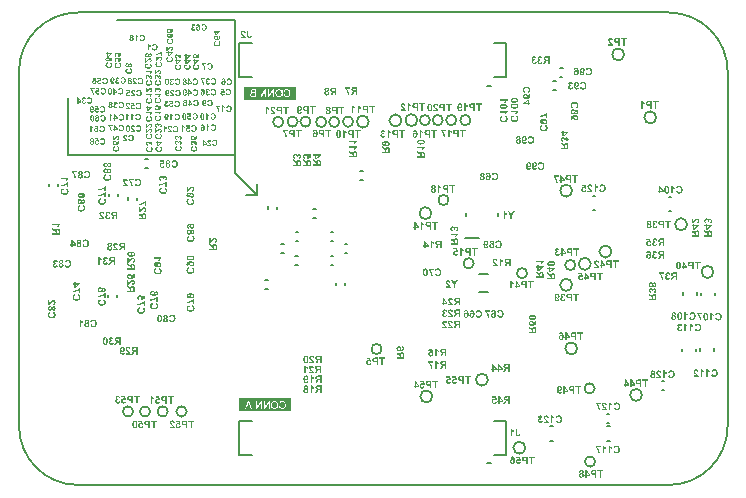
<source format=gbo>
G04*
G04 #@! TF.GenerationSoftware,Altium Limited,Altium Designer,22.8.2 (66)*
G04*
G04 Layer_Color=32896*
%FSAX25Y25*%
%MOIN*%
G70*
G04*
G04 #@! TF.SameCoordinates,F4A2C5FB-41C3-4025-BEE9-57CBDAA8531C*
G04*
G04*
G04 #@! TF.FilePolarity,Positive*
G04*
G01*
G75*
%ADD10C,0.00500*%
%ADD83C,0.00787*%
G36*
X0478237Y0853051D02*
X0460914D01*
Y0857382D01*
X0478237D01*
Y0853051D01*
D02*
G37*
G36*
X0476662Y0753445D02*
Y0749114D01*
X0459339D01*
Y0753445D01*
X0476662D01*
D02*
G37*
G36*
X0553099Y0732734D02*
X0552709Y0732679D01*
X0552677Y0732712D01*
X0552644Y0732741D01*
X0552611Y0732766D01*
X0552578Y0732788D01*
X0552516Y0732821D01*
X0552458Y0732843D01*
X0552407Y0732854D01*
X0552371Y0732861D01*
X0552356Y0732865D01*
X0552334D01*
X0552276Y0732861D01*
X0552222Y0732846D01*
X0552174Y0732828D01*
X0552134Y0732806D01*
X0552105Y0732781D01*
X0552080Y0732763D01*
X0552065Y0732748D01*
X0552061Y0732745D01*
X0552025Y0732697D01*
X0552000Y0732643D01*
X0551981Y0732584D01*
X0551970Y0732526D01*
X0551960Y0732475D01*
X0551956Y0732435D01*
Y0732417D01*
Y0732406D01*
Y0732399D01*
Y0732395D01*
X0551960Y0732308D01*
X0551970Y0732231D01*
X0551989Y0732169D01*
X0552007Y0732119D01*
X0552029Y0732075D01*
X0552043Y0732046D01*
X0552058Y0732031D01*
X0552061Y0732024D01*
X0552101Y0731984D01*
X0552145Y0731951D01*
X0552189Y0731929D01*
X0552229Y0731915D01*
X0552265Y0731907D01*
X0552294Y0731904D01*
X0552313Y0731900D01*
X0552320D01*
X0552367Y0731904D01*
X0552415Y0731915D01*
X0552455Y0731929D01*
X0552487Y0731947D01*
X0552516Y0731966D01*
X0552538Y0731980D01*
X0552553Y0731991D01*
X0552556Y0731995D01*
X0552589Y0732035D01*
X0552618Y0732075D01*
X0552640Y0732119D01*
X0552655Y0732159D01*
X0552666Y0732195D01*
X0552673Y0732228D01*
X0552677Y0732246D01*
Y0732253D01*
X0553157Y0732202D01*
X0553146Y0732144D01*
X0553135Y0732089D01*
X0553099Y0731991D01*
X0553059Y0731904D01*
X0553037Y0731867D01*
X0553011Y0731831D01*
X0552990Y0731802D01*
X0552971Y0731776D01*
X0552950Y0731754D01*
X0552935Y0731733D01*
X0552920Y0731718D01*
X0552910Y0731707D01*
X0552902Y0731704D01*
X0552899Y0731700D01*
X0552855Y0731667D01*
X0552811Y0731638D01*
X0552764Y0731612D01*
X0552717Y0731594D01*
X0552618Y0731558D01*
X0552531Y0731536D01*
X0552487Y0731529D01*
X0552451Y0731525D01*
X0552415Y0731522D01*
X0552385Y0731518D01*
X0552360Y0731514D01*
X0552327D01*
X0552247Y0731518D01*
X0552171Y0731529D01*
X0552101Y0731543D01*
X0552036Y0731565D01*
X0551974Y0731591D01*
X0551919Y0731620D01*
X0551868Y0731649D01*
X0551821Y0731682D01*
X0551781Y0731711D01*
X0551745Y0731740D01*
X0551712Y0731769D01*
X0551686Y0731795D01*
X0551668Y0731816D01*
X0551654Y0731831D01*
X0551646Y0731842D01*
X0551643Y0731846D01*
X0551610Y0731893D01*
X0551581Y0731940D01*
X0551559Y0731987D01*
X0551537Y0732038D01*
X0551505Y0732133D01*
X0551483Y0732220D01*
X0551475Y0732257D01*
X0551472Y0732293D01*
X0551464Y0732326D01*
Y0732355D01*
X0551461Y0732377D01*
Y0732392D01*
Y0732402D01*
Y0732406D01*
X0551464Y0732475D01*
X0551472Y0732541D01*
X0551483Y0732603D01*
X0551497Y0732661D01*
X0551512Y0732712D01*
X0551534Y0732763D01*
X0551552Y0732810D01*
X0551574Y0732850D01*
X0551595Y0732887D01*
X0551614Y0732919D01*
X0551636Y0732948D01*
X0551650Y0732970D01*
X0551665Y0732989D01*
X0551676Y0733003D01*
X0551683Y0733010D01*
X0551686Y0733014D01*
X0551730Y0733054D01*
X0551774Y0733090D01*
X0551821Y0733123D01*
X0551868Y0733152D01*
X0551912Y0733174D01*
X0551960Y0733192D01*
X0552043Y0733221D01*
X0552083Y0733232D01*
X0552120Y0733240D01*
X0552152Y0733243D01*
X0552178Y0733247D01*
X0552200Y0733251D01*
X0552233D01*
X0552294Y0733247D01*
X0552356Y0733236D01*
X0552411Y0733225D01*
X0552462Y0733211D01*
X0552502Y0733192D01*
X0552535Y0733181D01*
X0552556Y0733171D01*
X0552560Y0733167D01*
X0552564D01*
X0552487Y0733596D01*
X0551574D01*
Y0734048D01*
X0552851D01*
X0553099Y0732734D01*
D02*
G37*
G36*
X0550361Y0734091D02*
X0550431Y0734081D01*
X0550500Y0734066D01*
X0550562Y0734048D01*
X0550620Y0734022D01*
X0550678Y0733997D01*
X0550726Y0733968D01*
X0550773Y0733942D01*
X0550813Y0733913D01*
X0550849Y0733884D01*
X0550878Y0733858D01*
X0550904Y0733833D01*
X0550926Y0733815D01*
X0550940Y0733800D01*
X0550948Y0733789D01*
X0550951Y0733786D01*
X0550995Y0733724D01*
X0551035Y0733655D01*
X0551068Y0733578D01*
X0551097Y0733502D01*
X0551122Y0733418D01*
X0551144Y0733334D01*
X0551162Y0733251D01*
X0551173Y0733171D01*
X0551184Y0733094D01*
X0551191Y0733021D01*
X0551199Y0732956D01*
X0551202Y0732898D01*
X0551206Y0732850D01*
Y0732814D01*
Y0732803D01*
Y0732792D01*
Y0732788D01*
Y0732785D01*
X0551202Y0732661D01*
X0551195Y0732548D01*
X0551184Y0732443D01*
X0551166Y0732348D01*
X0551148Y0732257D01*
X0551130Y0732177D01*
X0551108Y0732108D01*
X0551082Y0732042D01*
X0551060Y0731987D01*
X0551039Y0731940D01*
X0551020Y0731900D01*
X0550998Y0731867D01*
X0550984Y0731842D01*
X0550973Y0731824D01*
X0550966Y0731813D01*
X0550962Y0731809D01*
X0550915Y0731758D01*
X0550864Y0731711D01*
X0550813Y0731671D01*
X0550758Y0731638D01*
X0550707Y0731609D01*
X0550653Y0731587D01*
X0550602Y0731565D01*
X0550554Y0731551D01*
X0550507Y0731540D01*
X0550467Y0731529D01*
X0550427Y0731525D01*
X0550394Y0731518D01*
X0550369D01*
X0550351Y0731514D01*
X0550332D01*
X0550267Y0731518D01*
X0550205Y0731525D01*
X0550147Y0731536D01*
X0550092Y0731551D01*
X0550038Y0731569D01*
X0549990Y0731587D01*
X0549947Y0731609D01*
X0549906Y0731631D01*
X0549870Y0731653D01*
X0549841Y0731674D01*
X0549812Y0731693D01*
X0549790Y0731711D01*
X0549772Y0731725D01*
X0549761Y0731736D01*
X0549754Y0731744D01*
X0549750Y0731747D01*
X0549710Y0731791D01*
X0549674Y0731842D01*
X0549644Y0731893D01*
X0549619Y0731944D01*
X0549593Y0731995D01*
X0549575Y0732046D01*
X0549550Y0732148D01*
X0549539Y0732191D01*
X0549532Y0732235D01*
X0549528Y0732271D01*
X0549524Y0732304D01*
X0549521Y0732333D01*
Y0732351D01*
Y0732366D01*
Y0732370D01*
X0549524Y0732439D01*
X0549532Y0732501D01*
X0549543Y0732563D01*
X0549553Y0732617D01*
X0549572Y0732672D01*
X0549590Y0732719D01*
X0549608Y0732766D01*
X0549630Y0732806D01*
X0549652Y0732843D01*
X0549670Y0732876D01*
X0549688Y0732901D01*
X0549706Y0732927D01*
X0549717Y0732945D01*
X0549728Y0732956D01*
X0549735Y0732963D01*
X0549739Y0732967D01*
X0549779Y0733007D01*
X0549823Y0733043D01*
X0549866Y0733076D01*
X0549910Y0733101D01*
X0549954Y0733123D01*
X0549998Y0733141D01*
X0550078Y0733171D01*
X0550114Y0733181D01*
X0550150Y0733189D01*
X0550179Y0733192D01*
X0550205Y0733196D01*
X0550227Y0733200D01*
X0550256D01*
X0550307Y0733196D01*
X0550354Y0733189D01*
X0550398Y0733181D01*
X0550442Y0733167D01*
X0550518Y0733130D01*
X0550584Y0733094D01*
X0550634Y0733054D01*
X0550656Y0733036D01*
X0550675Y0733018D01*
X0550689Y0733003D01*
X0550700Y0732996D01*
X0550704Y0732989D01*
X0550707Y0732985D01*
X0550700Y0733061D01*
X0550693Y0733134D01*
X0550686Y0733200D01*
X0550675Y0733258D01*
X0550664Y0733309D01*
X0550653Y0733356D01*
X0550642Y0733396D01*
X0550627Y0733432D01*
X0550616Y0733465D01*
X0550609Y0733491D01*
X0550598Y0733513D01*
X0550591Y0733527D01*
X0550584Y0733542D01*
X0550576Y0733549D01*
X0550573Y0733556D01*
X0550533Y0733604D01*
X0550489Y0733636D01*
X0550445Y0733662D01*
X0550405Y0733676D01*
X0550369Y0733687D01*
X0550340Y0733691D01*
X0550321Y0733695D01*
X0550314D01*
X0550274Y0733691D01*
X0550234Y0733684D01*
X0550201Y0733673D01*
X0550176Y0733662D01*
X0550154Y0733647D01*
X0550140Y0733636D01*
X0550129Y0733629D01*
X0550125Y0733626D01*
X0550099Y0733596D01*
X0550081Y0733564D01*
X0550063Y0733527D01*
X0550052Y0733494D01*
X0550045Y0733462D01*
X0550038Y0733436D01*
X0550034Y0733422D01*
Y0733414D01*
X0549568Y0733465D01*
X0549593Y0733574D01*
X0549630Y0733666D01*
X0549670Y0733746D01*
X0549710Y0733815D01*
X0549750Y0733866D01*
X0549765Y0733884D01*
X0549783Y0733902D01*
X0549794Y0733913D01*
X0549805Y0733924D01*
X0549808Y0733931D01*
X0549812D01*
X0549848Y0733960D01*
X0549885Y0733986D01*
X0549965Y0734026D01*
X0550045Y0734055D01*
X0550118Y0734073D01*
X0550183Y0734088D01*
X0550212Y0734091D01*
X0550238D01*
X0550256Y0734095D01*
X0550285D01*
X0550361Y0734091D01*
D02*
G37*
G36*
X0557732Y0733655D02*
X0556986D01*
Y0731562D01*
X0556477D01*
Y0733655D01*
X0555734D01*
Y0734081D01*
X0557732D01*
Y0733655D01*
D02*
G37*
G36*
X0555403Y0731562D02*
X0554893D01*
Y0732512D01*
X0554442D01*
X0554387Y0732515D01*
X0554336D01*
X0554289Y0732519D01*
X0554245Y0732522D01*
X0554205Y0732526D01*
X0554173Y0732530D01*
X0554140D01*
X0554114Y0732534D01*
X0554089Y0732537D01*
X0554071Y0732541D01*
X0554056D01*
X0554045Y0732544D01*
X0554038D01*
X0553987Y0732559D01*
X0553940Y0732577D01*
X0553896Y0732595D01*
X0553856Y0732617D01*
X0553823Y0732635D01*
X0553798Y0732650D01*
X0553783Y0732661D01*
X0553776Y0732664D01*
X0553728Y0732701D01*
X0553688Y0732741D01*
X0553648Y0732785D01*
X0553619Y0732821D01*
X0553594Y0732857D01*
X0553576Y0732887D01*
X0553565Y0732905D01*
X0553561Y0732912D01*
X0553532Y0732974D01*
X0553510Y0733039D01*
X0553496Y0733109D01*
X0553485Y0733171D01*
X0553477Y0733221D01*
Y0733247D01*
X0553474Y0733265D01*
Y0733283D01*
Y0733294D01*
Y0733301D01*
Y0733305D01*
X0553481Y0733411D01*
X0553496Y0733509D01*
X0553521Y0733589D01*
X0553546Y0733662D01*
X0553561Y0733691D01*
X0553576Y0733716D01*
X0553587Y0733738D01*
X0553601Y0733760D01*
X0553608Y0733775D01*
X0553616Y0733786D01*
X0553623Y0733789D01*
Y0733793D01*
X0553681Y0733858D01*
X0553739Y0733913D01*
X0553801Y0733957D01*
X0553856Y0733989D01*
X0553907Y0734011D01*
X0553947Y0734029D01*
X0553962Y0734033D01*
X0553972Y0734037D01*
X0553980Y0734040D01*
X0553983D01*
X0554012Y0734048D01*
X0554049Y0734055D01*
X0554093Y0734059D01*
X0554136Y0734062D01*
X0554238Y0734069D01*
X0554340Y0734077D01*
X0554435D01*
X0554475Y0734081D01*
X0555403D01*
Y0731562D01*
D02*
G37*
G36*
X0528924Y0792868D02*
X0528982Y0792864D01*
X0529095Y0792846D01*
X0529189Y0792817D01*
X0529233Y0792802D01*
X0529273Y0792784D01*
X0529309Y0792769D01*
X0529339Y0792751D01*
X0529368Y0792737D01*
X0529389Y0792726D01*
X0529408Y0792711D01*
X0529419Y0792704D01*
X0529426Y0792700D01*
X0529429Y0792697D01*
X0529470Y0792660D01*
X0529506Y0792624D01*
X0529539Y0792580D01*
X0529568Y0792533D01*
X0529611Y0792438D01*
X0529648Y0792347D01*
X0529659Y0792300D01*
X0529670Y0792260D01*
X0529681Y0792223D01*
X0529684Y0792191D01*
X0529692Y0792162D01*
Y0792143D01*
X0529695Y0792129D01*
Y0792125D01*
X0529215Y0792078D01*
X0529208Y0792151D01*
X0529193Y0792212D01*
X0529178Y0792267D01*
X0529160Y0792307D01*
X0529146Y0792340D01*
X0529131Y0792362D01*
X0529120Y0792376D01*
X0529116Y0792380D01*
X0529080Y0792409D01*
X0529040Y0792431D01*
X0529000Y0792449D01*
X0528960Y0792460D01*
X0528927Y0792467D01*
X0528898Y0792471D01*
X0528873D01*
X0528818Y0792467D01*
X0528771Y0792456D01*
X0528731Y0792442D01*
X0528694Y0792427D01*
X0528669Y0792413D01*
X0528647Y0792398D01*
X0528636Y0792387D01*
X0528632Y0792384D01*
X0528603Y0792347D01*
X0528581Y0792307D01*
X0528567Y0792267D01*
X0528556Y0792227D01*
X0528549Y0792191D01*
X0528545Y0792158D01*
Y0792140D01*
Y0792136D01*
Y0792132D01*
X0528549Y0792078D01*
X0528560Y0792027D01*
X0528578Y0791976D01*
X0528596Y0791932D01*
X0528614Y0791892D01*
X0528632Y0791863D01*
X0528643Y0791845D01*
X0528647Y0791838D01*
X0528661Y0791816D01*
X0528683Y0791790D01*
X0528713Y0791757D01*
X0528742Y0791728D01*
X0528807Y0791659D01*
X0528873Y0791590D01*
X0528938Y0791525D01*
X0528967Y0791495D01*
X0528996Y0791474D01*
X0529018Y0791452D01*
X0529033Y0791437D01*
X0529044Y0791426D01*
X0529047Y0791423D01*
X0529120Y0791354D01*
X0529186Y0791288D01*
X0529248Y0791226D01*
X0529302Y0791172D01*
X0529353Y0791117D01*
X0529397Y0791066D01*
X0529437Y0791022D01*
X0529470Y0790979D01*
X0529499Y0790942D01*
X0529524Y0790909D01*
X0529546Y0790884D01*
X0529561Y0790858D01*
X0529575Y0790844D01*
X0529582Y0790829D01*
X0529590Y0790822D01*
Y0790818D01*
X0529637Y0790735D01*
X0529673Y0790647D01*
X0529703Y0790567D01*
X0529724Y0790494D01*
X0529739Y0790429D01*
X0529743Y0790403D01*
X0529746Y0790382D01*
X0529750Y0790363D01*
X0529753Y0790349D01*
Y0790342D01*
Y0790338D01*
X0528061D01*
Y0790786D01*
X0529022D01*
X0528993Y0790833D01*
X0528960Y0790873D01*
X0528945Y0790891D01*
X0528934Y0790906D01*
X0528927Y0790913D01*
X0528924Y0790917D01*
X0528909Y0790931D01*
X0528895Y0790949D01*
X0528851Y0790989D01*
X0528803Y0791037D01*
X0528756Y0791084D01*
X0528709Y0791128D01*
X0528669Y0791164D01*
X0528654Y0791179D01*
X0528643Y0791190D01*
X0528636Y0791193D01*
X0528632Y0791197D01*
X0528552Y0791273D01*
X0528487Y0791335D01*
X0528432Y0791394D01*
X0528389Y0791437D01*
X0528356Y0791474D01*
X0528334Y0791499D01*
X0528319Y0791517D01*
X0528316Y0791521D01*
X0528268Y0791583D01*
X0528228Y0791641D01*
X0528196Y0791696D01*
X0528170Y0791743D01*
X0528148Y0791783D01*
X0528134Y0791816D01*
X0528126Y0791834D01*
X0528123Y0791841D01*
X0528101Y0791899D01*
X0528086Y0791958D01*
X0528076Y0792012D01*
X0528068Y0792063D01*
X0528064Y0792103D01*
X0528061Y0792136D01*
Y0792158D01*
Y0792165D01*
X0528064Y0792220D01*
X0528072Y0792274D01*
X0528079Y0792325D01*
X0528094Y0792373D01*
X0528130Y0792456D01*
X0528166Y0792529D01*
X0528188Y0792562D01*
X0528206Y0792587D01*
X0528225Y0792613D01*
X0528243Y0792631D01*
X0528258Y0792646D01*
X0528265Y0792660D01*
X0528272Y0792664D01*
X0528276Y0792667D01*
X0528316Y0792704D01*
X0528363Y0792737D01*
X0528407Y0792762D01*
X0528458Y0792784D01*
X0528552Y0792820D01*
X0528647Y0792846D01*
X0528691Y0792853D01*
X0528731Y0792860D01*
X0528767Y0792864D01*
X0528800Y0792868D01*
X0528825Y0792871D01*
X0528862D01*
X0528924Y0792868D01*
D02*
G37*
G36*
X0531271Y0791397D02*
Y0790338D01*
X0530762D01*
Y0791394D01*
X0529841Y0792857D01*
X0530427D01*
X0531006Y0791859D01*
X0531599Y0792857D01*
X0532192D01*
X0531271Y0791397D01*
D02*
G37*
G36*
X0550173Y0814297D02*
Y0813238D01*
X0549663D01*
Y0814293D01*
X0548742Y0815757D01*
X0549329D01*
X0549907Y0814759D01*
X0550501Y0815757D01*
X0551094D01*
X0550173Y0814297D01*
D02*
G37*
G36*
X0547789Y0815688D02*
X0547836Y0815611D01*
X0547887Y0815538D01*
X0547938Y0815480D01*
X0547982Y0815433D01*
X0548022Y0815396D01*
X0548036Y0815382D01*
X0548047Y0815371D01*
X0548055Y0815367D01*
X0548058Y0815364D01*
X0548138Y0815305D01*
X0548215Y0815254D01*
X0548284Y0815214D01*
X0548346Y0815185D01*
X0548397Y0815164D01*
X0548433Y0815145D01*
X0548448Y0815142D01*
X0548459Y0815138D01*
X0548462Y0815134D01*
X0548466D01*
Y0814698D01*
X0548335Y0814748D01*
X0548218Y0814803D01*
X0548164Y0814832D01*
X0548113Y0814865D01*
X0548065Y0814894D01*
X0548022Y0814923D01*
X0547982Y0814952D01*
X0547945Y0814978D01*
X0547916Y0815000D01*
X0547891Y0815022D01*
X0547869Y0815040D01*
X0547854Y0815051D01*
X0547847Y0815058D01*
X0547843Y0815062D01*
Y0813238D01*
X0547359D01*
Y0815771D01*
X0547752D01*
X0547789Y0815688D01*
D02*
G37*
G36*
X0531808Y0759541D02*
X0531418Y0759486D01*
X0531386Y0759519D01*
X0531353Y0759548D01*
X0531320Y0759574D01*
X0531287Y0759595D01*
X0531225Y0759628D01*
X0531167Y0759650D01*
X0531116Y0759661D01*
X0531080Y0759668D01*
X0531065Y0759672D01*
X0531043D01*
X0530985Y0759668D01*
X0530931Y0759654D01*
X0530883Y0759636D01*
X0530843Y0759614D01*
X0530814Y0759588D01*
X0530789Y0759570D01*
X0530774Y0759555D01*
X0530770Y0759552D01*
X0530734Y0759505D01*
X0530709Y0759450D01*
X0530690Y0759392D01*
X0530680Y0759334D01*
X0530669Y0759282D01*
X0530665Y0759242D01*
Y0759224D01*
Y0759213D01*
Y0759206D01*
Y0759202D01*
X0530669Y0759115D01*
X0530680Y0759039D01*
X0530698Y0758977D01*
X0530716Y0758926D01*
X0530738Y0758882D01*
X0530752Y0758853D01*
X0530767Y0758838D01*
X0530770Y0758831D01*
X0530810Y0758791D01*
X0530854Y0758758D01*
X0530898Y0758737D01*
X0530938Y0758722D01*
X0530974Y0758715D01*
X0531004Y0758711D01*
X0531022Y0758707D01*
X0531029D01*
X0531076Y0758711D01*
X0531124Y0758722D01*
X0531164Y0758737D01*
X0531196Y0758755D01*
X0531225Y0758773D01*
X0531247Y0758787D01*
X0531262Y0758798D01*
X0531265Y0758802D01*
X0531298Y0758842D01*
X0531327Y0758882D01*
X0531349Y0758926D01*
X0531364Y0758966D01*
X0531375Y0759002D01*
X0531382Y0759035D01*
X0531386Y0759053D01*
Y0759060D01*
X0531866Y0759010D01*
X0531855Y0758951D01*
X0531844Y0758897D01*
X0531808Y0758798D01*
X0531768Y0758711D01*
X0531746Y0758675D01*
X0531720Y0758638D01*
X0531699Y0758609D01*
X0531680Y0758584D01*
X0531659Y0758562D01*
X0531644Y0758540D01*
X0531630Y0758525D01*
X0531619Y0758514D01*
X0531611Y0758511D01*
X0531608Y0758507D01*
X0531564Y0758474D01*
X0531520Y0758445D01*
X0531473Y0758420D01*
X0531426Y0758402D01*
X0531327Y0758365D01*
X0531240Y0758343D01*
X0531196Y0758336D01*
X0531160Y0758332D01*
X0531124Y0758329D01*
X0531095Y0758325D01*
X0531069Y0758322D01*
X0531036D01*
X0530956Y0758325D01*
X0530880Y0758336D01*
X0530810Y0758351D01*
X0530745Y0758372D01*
X0530683Y0758398D01*
X0530628Y0758427D01*
X0530578Y0758456D01*
X0530530Y0758489D01*
X0530490Y0758518D01*
X0530454Y0758547D01*
X0530421Y0758576D01*
X0530396Y0758602D01*
X0530377Y0758624D01*
X0530363Y0758638D01*
X0530356Y0758649D01*
X0530352Y0758653D01*
X0530319Y0758700D01*
X0530290Y0758747D01*
X0530268Y0758795D01*
X0530246Y0758846D01*
X0530214Y0758940D01*
X0530192Y0759028D01*
X0530185Y0759064D01*
X0530181Y0759100D01*
X0530173Y0759133D01*
Y0759162D01*
X0530170Y0759184D01*
Y0759199D01*
Y0759210D01*
Y0759213D01*
X0530173Y0759282D01*
X0530181Y0759348D01*
X0530192Y0759410D01*
X0530206Y0759468D01*
X0530221Y0759519D01*
X0530243Y0759570D01*
X0530261Y0759617D01*
X0530283Y0759657D01*
X0530305Y0759694D01*
X0530323Y0759727D01*
X0530345Y0759756D01*
X0530359Y0759777D01*
X0530374Y0759796D01*
X0530385Y0759810D01*
X0530392Y0759818D01*
X0530396Y0759821D01*
X0530439Y0759861D01*
X0530483Y0759898D01*
X0530530Y0759930D01*
X0530578Y0759960D01*
X0530621Y0759981D01*
X0530669Y0760000D01*
X0530752Y0760029D01*
X0530792Y0760040D01*
X0530829Y0760047D01*
X0530862Y0760050D01*
X0530887Y0760054D01*
X0530909Y0760058D01*
X0530942D01*
X0531004Y0760054D01*
X0531065Y0760043D01*
X0531120Y0760032D01*
X0531171Y0760018D01*
X0531211Y0760000D01*
X0531244Y0759989D01*
X0531265Y0759978D01*
X0531269Y0759974D01*
X0531273D01*
X0531196Y0760404D01*
X0530283D01*
Y0760855D01*
X0531560D01*
X0531808Y0759541D01*
D02*
G37*
G36*
X0529850D02*
X0529460Y0759486D01*
X0529427Y0759519D01*
X0529395Y0759548D01*
X0529362Y0759574D01*
X0529329Y0759595D01*
X0529267Y0759628D01*
X0529209Y0759650D01*
X0529158Y0759661D01*
X0529122Y0759668D01*
X0529107Y0759672D01*
X0529085D01*
X0529027Y0759668D01*
X0528972Y0759654D01*
X0528925Y0759636D01*
X0528885Y0759614D01*
X0528856Y0759588D01*
X0528830Y0759570D01*
X0528816Y0759555D01*
X0528812Y0759552D01*
X0528776Y0759505D01*
X0528750Y0759450D01*
X0528732Y0759392D01*
X0528721Y0759334D01*
X0528710Y0759282D01*
X0528707Y0759242D01*
Y0759224D01*
Y0759213D01*
Y0759206D01*
Y0759202D01*
X0528710Y0759115D01*
X0528721Y0759039D01*
X0528739Y0758977D01*
X0528758Y0758926D01*
X0528779Y0758882D01*
X0528794Y0758853D01*
X0528808Y0758838D01*
X0528812Y0758831D01*
X0528852Y0758791D01*
X0528896Y0758758D01*
X0528940Y0758737D01*
X0528980Y0758722D01*
X0529016Y0758715D01*
X0529045Y0758711D01*
X0529063Y0758707D01*
X0529071D01*
X0529118Y0758711D01*
X0529165Y0758722D01*
X0529205Y0758737D01*
X0529238Y0758755D01*
X0529267Y0758773D01*
X0529289Y0758787D01*
X0529304Y0758798D01*
X0529307Y0758802D01*
X0529340Y0758842D01*
X0529369Y0758882D01*
X0529391Y0758926D01*
X0529405Y0758966D01*
X0529416Y0759002D01*
X0529424Y0759035D01*
X0529427Y0759053D01*
Y0759060D01*
X0529908Y0759010D01*
X0529897Y0758951D01*
X0529886Y0758897D01*
X0529850Y0758798D01*
X0529810Y0758711D01*
X0529788Y0758675D01*
X0529762Y0758638D01*
X0529740Y0758609D01*
X0529722Y0758584D01*
X0529700Y0758562D01*
X0529686Y0758540D01*
X0529671Y0758525D01*
X0529660Y0758514D01*
X0529653Y0758511D01*
X0529649Y0758507D01*
X0529606Y0758474D01*
X0529562Y0758445D01*
X0529515Y0758420D01*
X0529467Y0758402D01*
X0529369Y0758365D01*
X0529282Y0758343D01*
X0529238Y0758336D01*
X0529202Y0758332D01*
X0529165Y0758329D01*
X0529136Y0758325D01*
X0529111Y0758322D01*
X0529078D01*
X0528998Y0758325D01*
X0528921Y0758336D01*
X0528852Y0758351D01*
X0528787Y0758372D01*
X0528725Y0758398D01*
X0528670Y0758427D01*
X0528619Y0758456D01*
X0528572Y0758489D01*
X0528532Y0758518D01*
X0528496Y0758547D01*
X0528463Y0758576D01*
X0528437Y0758602D01*
X0528419Y0758624D01*
X0528405Y0758638D01*
X0528397Y0758649D01*
X0528394Y0758653D01*
X0528361Y0758700D01*
X0528332Y0758747D01*
X0528310Y0758795D01*
X0528288Y0758846D01*
X0528255Y0758940D01*
X0528233Y0759028D01*
X0528226Y0759064D01*
X0528223Y0759100D01*
X0528215Y0759133D01*
Y0759162D01*
X0528212Y0759184D01*
Y0759199D01*
Y0759210D01*
Y0759213D01*
X0528215Y0759282D01*
X0528223Y0759348D01*
X0528233Y0759410D01*
X0528248Y0759468D01*
X0528263Y0759519D01*
X0528284Y0759570D01*
X0528303Y0759617D01*
X0528324Y0759657D01*
X0528346Y0759694D01*
X0528365Y0759727D01*
X0528386Y0759756D01*
X0528401Y0759777D01*
X0528415Y0759796D01*
X0528426Y0759810D01*
X0528434Y0759818D01*
X0528437Y0759821D01*
X0528481Y0759861D01*
X0528525Y0759898D01*
X0528572Y0759930D01*
X0528619Y0759960D01*
X0528663Y0759981D01*
X0528710Y0760000D01*
X0528794Y0760029D01*
X0528834Y0760040D01*
X0528870Y0760047D01*
X0528903Y0760050D01*
X0528929Y0760054D01*
X0528951Y0760058D01*
X0528983D01*
X0529045Y0760054D01*
X0529107Y0760043D01*
X0529162Y0760032D01*
X0529213Y0760018D01*
X0529253Y0760000D01*
X0529285Y0759989D01*
X0529307Y0759978D01*
X0529311Y0759974D01*
X0529315D01*
X0529238Y0760404D01*
X0528324D01*
Y0760855D01*
X0529602D01*
X0529850Y0759541D01*
D02*
G37*
G36*
X0536442Y0760462D02*
X0535695D01*
Y0758369D01*
X0535186D01*
Y0760462D01*
X0534443D01*
Y0760888D01*
X0536442D01*
Y0760462D01*
D02*
G37*
G36*
X0534112Y0758369D02*
X0533602D01*
Y0759319D01*
X0533151D01*
X0533097Y0759323D01*
X0533045D01*
X0532998Y0759326D01*
X0532955Y0759330D01*
X0532914Y0759334D01*
X0532882Y0759337D01*
X0532849D01*
X0532824Y0759341D01*
X0532798Y0759344D01*
X0532780Y0759348D01*
X0532765D01*
X0532754Y0759352D01*
X0532747D01*
X0532696Y0759366D01*
X0532649Y0759384D01*
X0532605Y0759403D01*
X0532565Y0759424D01*
X0532532Y0759443D01*
X0532507Y0759457D01*
X0532492Y0759468D01*
X0532485Y0759472D01*
X0532438Y0759508D01*
X0532398Y0759548D01*
X0532358Y0759592D01*
X0532328Y0759628D01*
X0532303Y0759665D01*
X0532285Y0759694D01*
X0532274Y0759712D01*
X0532270Y0759719D01*
X0532241Y0759781D01*
X0532219Y0759847D01*
X0532205Y0759916D01*
X0532194Y0759978D01*
X0532187Y0760029D01*
Y0760054D01*
X0532183Y0760072D01*
Y0760091D01*
Y0760102D01*
Y0760109D01*
Y0760112D01*
X0532190Y0760218D01*
X0532205Y0760316D01*
X0532230Y0760396D01*
X0532256Y0760469D01*
X0532270Y0760498D01*
X0532285Y0760524D01*
X0532296Y0760546D01*
X0532310Y0760567D01*
X0532317Y0760582D01*
X0532325Y0760593D01*
X0532332Y0760597D01*
Y0760600D01*
X0532390Y0760666D01*
X0532448Y0760720D01*
X0532510Y0760764D01*
X0532565Y0760797D01*
X0532616Y0760819D01*
X0532656Y0760837D01*
X0532671Y0760840D01*
X0532682Y0760844D01*
X0532689Y0760848D01*
X0532692D01*
X0532722Y0760855D01*
X0532758Y0760862D01*
X0532802Y0760866D01*
X0532845Y0760870D01*
X0532947Y0760877D01*
X0533049Y0760884D01*
X0533144D01*
X0533184Y0760888D01*
X0534112D01*
Y0758369D01*
D02*
G37*
G36*
X0521011Y0757939D02*
X0520622Y0757884D01*
X0520589Y0757917D01*
X0520556Y0757946D01*
X0520523Y0757971D01*
X0520491Y0757993D01*
X0520429Y0758026D01*
X0520371Y0758048D01*
X0520320Y0758059D01*
X0520283Y0758066D01*
X0520269Y0758070D01*
X0520247D01*
X0520189Y0758066D01*
X0520134Y0758051D01*
X0520087Y0758033D01*
X0520047Y0758011D01*
X0520017Y0757986D01*
X0519992Y0757968D01*
X0519978Y0757953D01*
X0519974Y0757949D01*
X0519937Y0757902D01*
X0519912Y0757848D01*
X0519894Y0757789D01*
X0519883Y0757731D01*
X0519872Y0757680D01*
X0519868Y0757640D01*
Y0757622D01*
Y0757611D01*
Y0757604D01*
Y0757600D01*
X0519872Y0757513D01*
X0519883Y0757436D01*
X0519901Y0757374D01*
X0519919Y0757323D01*
X0519941Y0757280D01*
X0519956Y0757251D01*
X0519970Y0757236D01*
X0519974Y0757229D01*
X0520014Y0757189D01*
X0520057Y0757156D01*
X0520101Y0757134D01*
X0520141Y0757120D01*
X0520178Y0757112D01*
X0520207Y0757109D01*
X0520225Y0757105D01*
X0520232D01*
X0520280Y0757109D01*
X0520327Y0757120D01*
X0520367Y0757134D01*
X0520400Y0757152D01*
X0520429Y0757171D01*
X0520451Y0757185D01*
X0520465Y0757196D01*
X0520469Y0757200D01*
X0520502Y0757240D01*
X0520531Y0757280D01*
X0520553Y0757323D01*
X0520567Y0757364D01*
X0520578Y0757400D01*
X0520585Y0757433D01*
X0520589Y0757451D01*
Y0757458D01*
X0521069Y0757407D01*
X0521059Y0757349D01*
X0521048Y0757294D01*
X0521011Y0757196D01*
X0520971Y0757109D01*
X0520949Y0757072D01*
X0520924Y0757036D01*
X0520902Y0757007D01*
X0520884Y0756981D01*
X0520862Y0756959D01*
X0520847Y0756938D01*
X0520833Y0756923D01*
X0520822Y0756912D01*
X0520815Y0756909D01*
X0520811Y0756905D01*
X0520767Y0756872D01*
X0520724Y0756843D01*
X0520676Y0756817D01*
X0520629Y0756799D01*
X0520531Y0756763D01*
X0520443Y0756741D01*
X0520400Y0756734D01*
X0520363Y0756730D01*
X0520327Y0756727D01*
X0520298Y0756723D01*
X0520272Y0756719D01*
X0520239D01*
X0520159Y0756723D01*
X0520083Y0756734D01*
X0520014Y0756748D01*
X0519948Y0756770D01*
X0519886Y0756796D01*
X0519832Y0756825D01*
X0519781Y0756854D01*
X0519734Y0756887D01*
X0519694Y0756916D01*
X0519657Y0756945D01*
X0519624Y0756974D01*
X0519599Y0756999D01*
X0519581Y0757021D01*
X0519566Y0757036D01*
X0519559Y0757047D01*
X0519555Y0757050D01*
X0519522Y0757098D01*
X0519493Y0757145D01*
X0519472Y0757192D01*
X0519450Y0757243D01*
X0519417Y0757338D01*
X0519395Y0757425D01*
X0519388Y0757462D01*
X0519384Y0757498D01*
X0519377Y0757531D01*
Y0757560D01*
X0519373Y0757582D01*
Y0757596D01*
Y0757607D01*
Y0757611D01*
X0519377Y0757680D01*
X0519384Y0757746D01*
X0519395Y0757808D01*
X0519410Y0757866D01*
X0519424Y0757917D01*
X0519446Y0757968D01*
X0519464Y0758015D01*
X0519486Y0758055D01*
X0519508Y0758091D01*
X0519526Y0758124D01*
X0519548Y0758153D01*
X0519562Y0758175D01*
X0519577Y0758193D01*
X0519588Y0758208D01*
X0519595Y0758215D01*
X0519599Y0758219D01*
X0519643Y0758259D01*
X0519686Y0758295D01*
X0519734Y0758328D01*
X0519781Y0758357D01*
X0519825Y0758379D01*
X0519872Y0758397D01*
X0519956Y0758426D01*
X0519996Y0758437D01*
X0520032Y0758445D01*
X0520065Y0758448D01*
X0520090Y0758452D01*
X0520112Y0758456D01*
X0520145D01*
X0520207Y0758452D01*
X0520269Y0758441D01*
X0520323Y0758430D01*
X0520374Y0758415D01*
X0520414Y0758397D01*
X0520447Y0758386D01*
X0520469Y0758375D01*
X0520472Y0758372D01*
X0520476D01*
X0520400Y0758801D01*
X0519486D01*
Y0759253D01*
X0520764D01*
X0521011Y0757939D01*
D02*
G37*
G36*
X0525645Y0758859D02*
X0524899D01*
Y0756767D01*
X0524389D01*
Y0758859D01*
X0523647D01*
Y0759285D01*
X0525645D01*
Y0758859D01*
D02*
G37*
G36*
X0523315Y0756767D02*
X0522806D01*
Y0757717D01*
X0522354D01*
X0522300Y0757720D01*
X0522249D01*
X0522201Y0757724D01*
X0522158Y0757727D01*
X0522118Y0757731D01*
X0522085Y0757735D01*
X0522052D01*
X0522027Y0757738D01*
X0522001Y0757742D01*
X0521983Y0757746D01*
X0521969D01*
X0521958Y0757749D01*
X0521950D01*
X0521899Y0757764D01*
X0521852Y0757782D01*
X0521808Y0757800D01*
X0521768Y0757822D01*
X0521736Y0757840D01*
X0521710Y0757855D01*
X0521696Y0757866D01*
X0521688Y0757869D01*
X0521641Y0757906D01*
X0521601Y0757946D01*
X0521561Y0757990D01*
X0521532Y0758026D01*
X0521506Y0758062D01*
X0521488Y0758091D01*
X0521477Y0758110D01*
X0521474Y0758117D01*
X0521444Y0758179D01*
X0521422Y0758244D01*
X0521408Y0758314D01*
X0521397Y0758375D01*
X0521390Y0758426D01*
Y0758452D01*
X0521386Y0758470D01*
Y0758488D01*
Y0758499D01*
Y0758506D01*
Y0758510D01*
X0521393Y0758616D01*
X0521408Y0758714D01*
X0521433Y0758794D01*
X0521459Y0758867D01*
X0521474Y0758896D01*
X0521488Y0758921D01*
X0521499Y0758943D01*
X0521514Y0758965D01*
X0521521Y0758980D01*
X0521528Y0758991D01*
X0521535Y0758994D01*
Y0758998D01*
X0521594Y0759063D01*
X0521652Y0759118D01*
X0521714Y0759162D01*
X0521768Y0759194D01*
X0521819Y0759216D01*
X0521859Y0759234D01*
X0521874Y0759238D01*
X0521885Y0759242D01*
X0521892Y0759245D01*
X0521896D01*
X0521925Y0759253D01*
X0521961Y0759260D01*
X0522005Y0759264D01*
X0522049Y0759267D01*
X0522151Y0759274D01*
X0522253Y0759282D01*
X0522347D01*
X0522387Y0759285D01*
X0523315D01*
Y0756767D01*
D02*
G37*
G36*
X0519202Y0757691D02*
Y0757272D01*
X0518168D01*
Y0756767D01*
X0517702D01*
Y0757272D01*
X0517389D01*
Y0757695D01*
X0517702D01*
Y0759296D01*
X0518110D01*
X0519202Y0757691D01*
D02*
G37*
G36*
X0418874Y0754291D02*
X0418944Y0754284D01*
X0419009Y0754270D01*
X0419064Y0754255D01*
X0419107Y0754240D01*
X0419144Y0754226D01*
X0419166Y0754219D01*
X0419169Y0754215D01*
X0419173D01*
X0419231Y0754182D01*
X0419286Y0754146D01*
X0419329Y0754109D01*
X0419366Y0754077D01*
X0419395Y0754044D01*
X0419417Y0754018D01*
X0419431Y0754004D01*
X0419435Y0753997D01*
X0419468Y0753942D01*
X0419497Y0753884D01*
X0419519Y0753822D01*
X0419541Y0753764D01*
X0419555Y0753709D01*
X0419566Y0753669D01*
X0419570Y0753651D01*
Y0753640D01*
X0419573Y0753632D01*
Y0753629D01*
X0419129Y0753556D01*
X0419118Y0753614D01*
X0419104Y0753665D01*
X0419089Y0753709D01*
X0419071Y0753742D01*
X0419053Y0753771D01*
X0419038Y0753793D01*
X0419027Y0753804D01*
X0419024Y0753807D01*
X0418991Y0753836D01*
X0418954Y0753858D01*
X0418918Y0753873D01*
X0418885Y0753884D01*
X0418856Y0753891D01*
X0418834Y0753895D01*
X0418813D01*
X0418769Y0753891D01*
X0418725Y0753884D01*
X0418692Y0753869D01*
X0418663Y0753858D01*
X0418638Y0753844D01*
X0418623Y0753829D01*
X0418612Y0753822D01*
X0418609Y0753818D01*
X0418583Y0753789D01*
X0418565Y0753753D01*
X0418550Y0753720D01*
X0418543Y0753687D01*
X0418536Y0753658D01*
X0418532Y0753636D01*
Y0753622D01*
Y0753614D01*
X0418536Y0753560D01*
X0418547Y0753512D01*
X0418565Y0753472D01*
X0418583Y0753440D01*
X0418605Y0753410D01*
X0418620Y0753392D01*
X0418634Y0753378D01*
X0418638Y0753374D01*
X0418681Y0753345D01*
X0418729Y0753323D01*
X0418780Y0753309D01*
X0418827Y0753298D01*
X0418871Y0753294D01*
X0418907Y0753290D01*
X0418940D01*
X0418991Y0752901D01*
X0418944Y0752912D01*
X0418903Y0752923D01*
X0418863Y0752930D01*
X0418831Y0752934D01*
X0418805Y0752937D01*
X0418769D01*
X0418718Y0752934D01*
X0418674Y0752919D01*
X0418634Y0752905D01*
X0418598Y0752883D01*
X0418572Y0752865D01*
X0418550Y0752846D01*
X0418536Y0752832D01*
X0418532Y0752828D01*
X0418499Y0752784D01*
X0418474Y0752737D01*
X0418456Y0752690D01*
X0418441Y0752642D01*
X0418434Y0752599D01*
X0418430Y0752566D01*
Y0752544D01*
Y0752540D01*
Y0752537D01*
X0418434Y0752468D01*
X0418445Y0752406D01*
X0418463Y0752351D01*
X0418481Y0752308D01*
X0418503Y0752275D01*
X0418518Y0752249D01*
X0418532Y0752231D01*
X0418536Y0752227D01*
X0418576Y0752191D01*
X0418620Y0752162D01*
X0418660Y0752144D01*
X0418700Y0752129D01*
X0418736Y0752122D01*
X0418761Y0752118D01*
X0418780Y0752115D01*
X0418787D01*
X0418838Y0752118D01*
X0418882Y0752129D01*
X0418922Y0752144D01*
X0418958Y0752162D01*
X0418984Y0752177D01*
X0419005Y0752191D01*
X0419020Y0752202D01*
X0419024Y0752206D01*
X0419056Y0752246D01*
X0419086Y0752289D01*
X0419104Y0752337D01*
X0419122Y0752380D01*
X0419133Y0752420D01*
X0419140Y0752453D01*
X0419144Y0752475D01*
Y0752479D01*
Y0752482D01*
X0419610Y0752424D01*
X0419602Y0752366D01*
X0419588Y0752311D01*
X0419555Y0752209D01*
X0419515Y0752122D01*
X0419489Y0752085D01*
X0419468Y0752049D01*
X0419446Y0752016D01*
X0419424Y0751991D01*
X0419406Y0751965D01*
X0419388Y0751947D01*
X0419373Y0751933D01*
X0419362Y0751922D01*
X0419355Y0751915D01*
X0419351Y0751911D01*
X0419308Y0751878D01*
X0419260Y0751845D01*
X0419216Y0751820D01*
X0419166Y0751798D01*
X0419071Y0751762D01*
X0418984Y0751740D01*
X0418940Y0751732D01*
X0418903Y0751725D01*
X0418871Y0751721D01*
X0418842Y0751718D01*
X0418816Y0751714D01*
X0418783D01*
X0418718Y0751718D01*
X0418652Y0751725D01*
X0418594Y0751736D01*
X0418536Y0751751D01*
X0418485Y0751769D01*
X0418434Y0751787D01*
X0418387Y0751809D01*
X0418347Y0751831D01*
X0418310Y0751853D01*
X0418274Y0751874D01*
X0418248Y0751893D01*
X0418223Y0751911D01*
X0418205Y0751925D01*
X0418190Y0751936D01*
X0418183Y0751944D01*
X0418179Y0751947D01*
X0418135Y0751991D01*
X0418099Y0752038D01*
X0418066Y0752085D01*
X0418037Y0752133D01*
X0418015Y0752184D01*
X0417993Y0752231D01*
X0417964Y0752318D01*
X0417957Y0752358D01*
X0417950Y0752399D01*
X0417942Y0752431D01*
X0417939Y0752460D01*
X0417935Y0752482D01*
Y0752500D01*
Y0752511D01*
Y0752515D01*
X0417942Y0752599D01*
X0417957Y0752672D01*
X0417975Y0752741D01*
X0418001Y0752795D01*
X0418026Y0752843D01*
X0418044Y0752875D01*
X0418059Y0752897D01*
X0418066Y0752905D01*
X0418117Y0752959D01*
X0418176Y0753007D01*
X0418234Y0753043D01*
X0418288Y0753072D01*
X0418336Y0753094D01*
X0418376Y0753105D01*
X0418390Y0753112D01*
X0418401D01*
X0418408Y0753116D01*
X0418412D01*
X0418347Y0753156D01*
X0418292Y0753196D01*
X0418245Y0753239D01*
X0418201Y0753283D01*
X0418165Y0753327D01*
X0418135Y0753371D01*
X0418114Y0753414D01*
X0418092Y0753454D01*
X0418077Y0753494D01*
X0418066Y0753531D01*
X0418059Y0753563D01*
X0418055Y0753592D01*
X0418052Y0753614D01*
X0418048Y0753632D01*
Y0753644D01*
Y0753647D01*
X0418052Y0753691D01*
X0418055Y0753731D01*
X0418077Y0753811D01*
X0418103Y0753884D01*
X0418135Y0753946D01*
X0418168Y0753997D01*
X0418197Y0754033D01*
X0418208Y0754047D01*
X0418219Y0754058D01*
X0418223Y0754062D01*
X0418226Y0754066D01*
X0418266Y0754106D01*
X0418314Y0754142D01*
X0418358Y0754171D01*
X0418405Y0754197D01*
X0418456Y0754222D01*
X0418503Y0754240D01*
X0418594Y0754266D01*
X0418634Y0754277D01*
X0418674Y0754284D01*
X0418707Y0754288D01*
X0418740Y0754291D01*
X0418765Y0754295D01*
X0418798D01*
X0418874Y0754291D01*
D02*
G37*
G36*
X0421484Y0752934D02*
X0421095Y0752879D01*
X0421062Y0752912D01*
X0421029Y0752941D01*
X0420997Y0752966D01*
X0420964Y0752988D01*
X0420902Y0753021D01*
X0420844Y0753043D01*
X0420793Y0753054D01*
X0420756Y0753061D01*
X0420742Y0753065D01*
X0420720D01*
X0420662Y0753061D01*
X0420607Y0753047D01*
X0420560Y0753028D01*
X0420520Y0753007D01*
X0420491Y0752981D01*
X0420465Y0752963D01*
X0420450Y0752948D01*
X0420447Y0752945D01*
X0420410Y0752897D01*
X0420385Y0752843D01*
X0420367Y0752784D01*
X0420356Y0752726D01*
X0420345Y0752675D01*
X0420341Y0752635D01*
Y0752617D01*
Y0752606D01*
Y0752599D01*
Y0752595D01*
X0420345Y0752508D01*
X0420356Y0752431D01*
X0420374Y0752369D01*
X0420392Y0752318D01*
X0420414Y0752275D01*
X0420429Y0752246D01*
X0420443Y0752231D01*
X0420447Y0752224D01*
X0420487Y0752184D01*
X0420531Y0752151D01*
X0420574Y0752129D01*
X0420614Y0752115D01*
X0420651Y0752107D01*
X0420680Y0752104D01*
X0420698Y0752100D01*
X0420705D01*
X0420753Y0752104D01*
X0420800Y0752115D01*
X0420840Y0752129D01*
X0420873Y0752147D01*
X0420902Y0752166D01*
X0420924Y0752180D01*
X0420938Y0752191D01*
X0420942Y0752195D01*
X0420975Y0752235D01*
X0421004Y0752275D01*
X0421026Y0752318D01*
X0421040Y0752358D01*
X0421051Y0752395D01*
X0421058Y0752428D01*
X0421062Y0752446D01*
Y0752453D01*
X0421543Y0752402D01*
X0421532Y0752344D01*
X0421521Y0752289D01*
X0421484Y0752191D01*
X0421444Y0752104D01*
X0421422Y0752067D01*
X0421397Y0752031D01*
X0421375Y0752002D01*
X0421357Y0751976D01*
X0421335Y0751955D01*
X0421320Y0751933D01*
X0421306Y0751918D01*
X0421295Y0751907D01*
X0421288Y0751903D01*
X0421284Y0751900D01*
X0421240Y0751867D01*
X0421197Y0751838D01*
X0421149Y0751813D01*
X0421102Y0751794D01*
X0421004Y0751758D01*
X0420916Y0751736D01*
X0420873Y0751729D01*
X0420836Y0751725D01*
X0420800Y0751721D01*
X0420771Y0751718D01*
X0420745Y0751714D01*
X0420713D01*
X0420633Y0751718D01*
X0420556Y0751729D01*
X0420487Y0751743D01*
X0420421Y0751765D01*
X0420360Y0751791D01*
X0420305Y0751820D01*
X0420254Y0751849D01*
X0420207Y0751882D01*
X0420167Y0751911D01*
X0420130Y0751940D01*
X0420097Y0751969D01*
X0420072Y0751995D01*
X0420054Y0752016D01*
X0420039Y0752031D01*
X0420032Y0752042D01*
X0420028Y0752045D01*
X0419995Y0752093D01*
X0419966Y0752140D01*
X0419944Y0752187D01*
X0419923Y0752238D01*
X0419890Y0752333D01*
X0419868Y0752420D01*
X0419861Y0752457D01*
X0419857Y0752493D01*
X0419850Y0752526D01*
Y0752555D01*
X0419846Y0752577D01*
Y0752592D01*
Y0752602D01*
Y0752606D01*
X0419850Y0752675D01*
X0419857Y0752741D01*
X0419868Y0752803D01*
X0419883Y0752861D01*
X0419897Y0752912D01*
X0419919Y0752963D01*
X0419937Y0753010D01*
X0419959Y0753050D01*
X0419981Y0753087D01*
X0419999Y0753119D01*
X0420021Y0753148D01*
X0420036Y0753170D01*
X0420050Y0753189D01*
X0420061Y0753203D01*
X0420068Y0753210D01*
X0420072Y0753214D01*
X0420116Y0753254D01*
X0420159Y0753290D01*
X0420207Y0753323D01*
X0420254Y0753352D01*
X0420298Y0753374D01*
X0420345Y0753392D01*
X0420429Y0753421D01*
X0420469Y0753432D01*
X0420505Y0753440D01*
X0420538Y0753443D01*
X0420563Y0753447D01*
X0420585Y0753450D01*
X0420618D01*
X0420680Y0753447D01*
X0420742Y0753436D01*
X0420796Y0753425D01*
X0420847Y0753410D01*
X0420887Y0753392D01*
X0420920Y0753381D01*
X0420942Y0753371D01*
X0420946Y0753367D01*
X0420949D01*
X0420873Y0753796D01*
X0419959D01*
Y0754248D01*
X0421237D01*
X0421484Y0752934D01*
D02*
G37*
G36*
X0426118Y0753855D02*
X0425372D01*
Y0751762D01*
X0424862D01*
Y0753855D01*
X0424120D01*
Y0754281D01*
X0426118D01*
Y0753855D01*
D02*
G37*
G36*
X0423788Y0751762D02*
X0423279D01*
Y0752712D01*
X0422827D01*
X0422773Y0752715D01*
X0422722D01*
X0422675Y0752719D01*
X0422631Y0752723D01*
X0422591Y0752726D01*
X0422558Y0752730D01*
X0422525D01*
X0422500Y0752734D01*
X0422474Y0752737D01*
X0422456Y0752741D01*
X0422442D01*
X0422431Y0752744D01*
X0422423D01*
X0422372Y0752759D01*
X0422325Y0752777D01*
X0422281Y0752795D01*
X0422241Y0752817D01*
X0422209Y0752835D01*
X0422183Y0752850D01*
X0422169Y0752861D01*
X0422161Y0752865D01*
X0422114Y0752901D01*
X0422074Y0752941D01*
X0422034Y0752985D01*
X0422005Y0753021D01*
X0421979Y0753057D01*
X0421961Y0753087D01*
X0421950Y0753105D01*
X0421946Y0753112D01*
X0421917Y0753174D01*
X0421896Y0753239D01*
X0421881Y0753309D01*
X0421870Y0753371D01*
X0421863Y0753421D01*
Y0753447D01*
X0421859Y0753465D01*
Y0753483D01*
Y0753494D01*
Y0753502D01*
Y0753505D01*
X0421866Y0753611D01*
X0421881Y0753709D01*
X0421907Y0753789D01*
X0421932Y0753862D01*
X0421946Y0753891D01*
X0421961Y0753917D01*
X0421972Y0753938D01*
X0421987Y0753960D01*
X0421994Y0753975D01*
X0422001Y0753986D01*
X0422008Y0753989D01*
Y0753993D01*
X0422067Y0754058D01*
X0422125Y0754113D01*
X0422187Y0754157D01*
X0422241Y0754189D01*
X0422292Y0754211D01*
X0422332Y0754229D01*
X0422347Y0754233D01*
X0422358Y0754237D01*
X0422365Y0754240D01*
X0422369D01*
X0422398Y0754248D01*
X0422434Y0754255D01*
X0422478Y0754259D01*
X0422522Y0754262D01*
X0422624Y0754270D01*
X0422725Y0754277D01*
X0422820D01*
X0422860Y0754281D01*
X0423788D01*
Y0751762D01*
D02*
G37*
G36*
X0437011Y0746091D02*
X0437069Y0746088D01*
X0437182Y0746069D01*
X0437276Y0746040D01*
X0437320Y0746026D01*
X0437360Y0746008D01*
X0437396Y0745993D01*
X0437426Y0745975D01*
X0437455Y0745960D01*
X0437477Y0745949D01*
X0437495Y0745935D01*
X0437506Y0745928D01*
X0437513Y0745924D01*
X0437517Y0745920D01*
X0437557Y0745884D01*
X0437593Y0745848D01*
X0437626Y0745804D01*
X0437655Y0745756D01*
X0437699Y0745662D01*
X0437735Y0745571D01*
X0437746Y0745524D01*
X0437757Y0745483D01*
X0437768Y0745447D01*
X0437771Y0745414D01*
X0437779Y0745385D01*
Y0745367D01*
X0437782Y0745353D01*
Y0745349D01*
X0437302Y0745301D01*
X0437295Y0745374D01*
X0437280Y0745436D01*
X0437265Y0745491D01*
X0437247Y0745531D01*
X0437233Y0745564D01*
X0437218Y0745585D01*
X0437207Y0745600D01*
X0437204Y0745604D01*
X0437167Y0745633D01*
X0437127Y0745655D01*
X0437087Y0745673D01*
X0437047Y0745684D01*
X0437014Y0745691D01*
X0436985Y0745695D01*
X0436960D01*
X0436905Y0745691D01*
X0436858Y0745680D01*
X0436818Y0745666D01*
X0436781Y0745651D01*
X0436756Y0745636D01*
X0436734Y0745622D01*
X0436723Y0745611D01*
X0436720Y0745607D01*
X0436690Y0745571D01*
X0436668Y0745531D01*
X0436654Y0745491D01*
X0436643Y0745451D01*
X0436636Y0745414D01*
X0436632Y0745382D01*
Y0745363D01*
Y0745360D01*
Y0745356D01*
X0436636Y0745301D01*
X0436647Y0745251D01*
X0436665Y0745200D01*
X0436683Y0745156D01*
X0436701Y0745116D01*
X0436720Y0745087D01*
X0436730Y0745069D01*
X0436734Y0745061D01*
X0436749Y0745039D01*
X0436770Y0745014D01*
X0436799Y0744981D01*
X0436829Y0744952D01*
X0436894Y0744883D01*
X0436960Y0744814D01*
X0437025Y0744748D01*
X0437054Y0744719D01*
X0437083Y0744697D01*
X0437105Y0744675D01*
X0437120Y0744661D01*
X0437131Y0744650D01*
X0437134Y0744646D01*
X0437207Y0744577D01*
X0437273Y0744512D01*
X0437335Y0744450D01*
X0437389Y0744395D01*
X0437440Y0744341D01*
X0437484Y0744290D01*
X0437524Y0744246D01*
X0437557Y0744202D01*
X0437586Y0744166D01*
X0437611Y0744133D01*
X0437633Y0744108D01*
X0437648Y0744082D01*
X0437662Y0744067D01*
X0437670Y0744053D01*
X0437677Y0744046D01*
Y0744042D01*
X0437724Y0743958D01*
X0437760Y0743871D01*
X0437790Y0743791D01*
X0437812Y0743718D01*
X0437826Y0743653D01*
X0437830Y0743627D01*
X0437833Y0743605D01*
X0437837Y0743587D01*
X0437841Y0743573D01*
Y0743565D01*
Y0743562D01*
X0436148D01*
Y0744009D01*
X0437109D01*
X0437080Y0744057D01*
X0437047Y0744097D01*
X0437033Y0744115D01*
X0437022Y0744129D01*
X0437014Y0744137D01*
X0437011Y0744140D01*
X0436996Y0744155D01*
X0436981Y0744173D01*
X0436938Y0744213D01*
X0436891Y0744261D01*
X0436843Y0744308D01*
X0436796Y0744351D01*
X0436756Y0744388D01*
X0436741Y0744402D01*
X0436730Y0744413D01*
X0436723Y0744417D01*
X0436720Y0744421D01*
X0436639Y0744497D01*
X0436574Y0744559D01*
X0436519Y0744617D01*
X0436476Y0744661D01*
X0436443Y0744697D01*
X0436421Y0744723D01*
X0436406Y0744741D01*
X0436403Y0744745D01*
X0436355Y0744806D01*
X0436315Y0744865D01*
X0436283Y0744919D01*
X0436257Y0744967D01*
X0436235Y0745007D01*
X0436221Y0745039D01*
X0436213Y0745058D01*
X0436210Y0745065D01*
X0436188Y0745123D01*
X0436173Y0745181D01*
X0436163Y0745236D01*
X0436155Y0745287D01*
X0436152Y0745327D01*
X0436148Y0745360D01*
Y0745382D01*
Y0745389D01*
X0436152Y0745443D01*
X0436159Y0745498D01*
X0436166Y0745549D01*
X0436181Y0745596D01*
X0436217Y0745680D01*
X0436253Y0745753D01*
X0436275Y0745786D01*
X0436294Y0745811D01*
X0436312Y0745837D01*
X0436330Y0745855D01*
X0436344Y0745869D01*
X0436352Y0745884D01*
X0436359Y0745888D01*
X0436363Y0745891D01*
X0436403Y0745928D01*
X0436450Y0745960D01*
X0436494Y0745986D01*
X0436545Y0746008D01*
X0436639Y0746044D01*
X0436734Y0746069D01*
X0436778Y0746077D01*
X0436818Y0746084D01*
X0436854Y0746088D01*
X0436887Y0746091D01*
X0436912Y0746095D01*
X0436949D01*
X0437011Y0746091D01*
D02*
G37*
G36*
X0439672Y0744734D02*
X0439282Y0744679D01*
X0439249Y0744712D01*
X0439217Y0744741D01*
X0439184Y0744766D01*
X0439151Y0744788D01*
X0439089Y0744821D01*
X0439031Y0744843D01*
X0438980Y0744854D01*
X0438943Y0744861D01*
X0438929Y0744865D01*
X0438907D01*
X0438849Y0744861D01*
X0438794Y0744846D01*
X0438747Y0744828D01*
X0438707Y0744806D01*
X0438678Y0744781D01*
X0438652Y0744763D01*
X0438638Y0744748D01*
X0438634Y0744745D01*
X0438598Y0744697D01*
X0438572Y0744643D01*
X0438554Y0744584D01*
X0438543Y0744526D01*
X0438532Y0744475D01*
X0438528Y0744435D01*
Y0744417D01*
Y0744406D01*
Y0744399D01*
Y0744395D01*
X0438532Y0744308D01*
X0438543Y0744231D01*
X0438561Y0744170D01*
X0438580Y0744118D01*
X0438601Y0744075D01*
X0438616Y0744046D01*
X0438630Y0744031D01*
X0438634Y0744024D01*
X0438674Y0743984D01*
X0438718Y0743951D01*
X0438762Y0743929D01*
X0438801Y0743915D01*
X0438838Y0743907D01*
X0438867Y0743904D01*
X0438885Y0743900D01*
X0438893D01*
X0438940Y0743904D01*
X0438987Y0743915D01*
X0439027Y0743929D01*
X0439060Y0743947D01*
X0439089Y0743966D01*
X0439111Y0743980D01*
X0439125Y0743991D01*
X0439129Y0743995D01*
X0439162Y0744035D01*
X0439191Y0744075D01*
X0439213Y0744118D01*
X0439227Y0744159D01*
X0439238Y0744195D01*
X0439246Y0744228D01*
X0439249Y0744246D01*
Y0744253D01*
X0439730Y0744202D01*
X0439719Y0744144D01*
X0439708Y0744089D01*
X0439672Y0743991D01*
X0439632Y0743904D01*
X0439610Y0743867D01*
X0439584Y0743831D01*
X0439562Y0743802D01*
X0439544Y0743776D01*
X0439522Y0743754D01*
X0439508Y0743733D01*
X0439493Y0743718D01*
X0439482Y0743707D01*
X0439475Y0743704D01*
X0439471Y0743700D01*
X0439428Y0743667D01*
X0439384Y0743638D01*
X0439337Y0743612D01*
X0439289Y0743594D01*
X0439191Y0743558D01*
X0439104Y0743536D01*
X0439060Y0743529D01*
X0439024Y0743525D01*
X0438987Y0743521D01*
X0438958Y0743518D01*
X0438933Y0743514D01*
X0438900D01*
X0438820Y0743518D01*
X0438743Y0743529D01*
X0438674Y0743543D01*
X0438609Y0743565D01*
X0438547Y0743591D01*
X0438492Y0743620D01*
X0438441Y0743649D01*
X0438394Y0743682D01*
X0438354Y0743711D01*
X0438317Y0743740D01*
X0438285Y0743769D01*
X0438259Y0743794D01*
X0438241Y0743816D01*
X0438226Y0743831D01*
X0438219Y0743842D01*
X0438215Y0743846D01*
X0438183Y0743893D01*
X0438154Y0743940D01*
X0438132Y0743988D01*
X0438110Y0744038D01*
X0438077Y0744133D01*
X0438055Y0744220D01*
X0438048Y0744257D01*
X0438044Y0744293D01*
X0438037Y0744326D01*
Y0744355D01*
X0438033Y0744377D01*
Y0744391D01*
Y0744402D01*
Y0744406D01*
X0438037Y0744475D01*
X0438044Y0744541D01*
X0438055Y0744603D01*
X0438070Y0744661D01*
X0438085Y0744712D01*
X0438106Y0744763D01*
X0438125Y0744810D01*
X0438146Y0744850D01*
X0438168Y0744886D01*
X0438186Y0744919D01*
X0438208Y0744948D01*
X0438223Y0744970D01*
X0438237Y0744988D01*
X0438248Y0745003D01*
X0438256Y0745010D01*
X0438259Y0745014D01*
X0438303Y0745054D01*
X0438346Y0745090D01*
X0438394Y0745123D01*
X0438441Y0745152D01*
X0438485Y0745174D01*
X0438532Y0745192D01*
X0438616Y0745221D01*
X0438656Y0745232D01*
X0438692Y0745240D01*
X0438725Y0745243D01*
X0438751Y0745247D01*
X0438772Y0745251D01*
X0438805D01*
X0438867Y0745247D01*
X0438929Y0745236D01*
X0438983Y0745225D01*
X0439035Y0745211D01*
X0439075Y0745192D01*
X0439107Y0745181D01*
X0439129Y0745170D01*
X0439133Y0745167D01*
X0439136D01*
X0439060Y0745596D01*
X0438146D01*
Y0746048D01*
X0439424D01*
X0439672Y0744734D01*
D02*
G37*
G36*
X0444305Y0745655D02*
X0443559D01*
Y0743562D01*
X0443049D01*
Y0745655D01*
X0442307D01*
Y0746080D01*
X0444305D01*
Y0745655D01*
D02*
G37*
G36*
X0441976Y0743562D02*
X0441466D01*
Y0744512D01*
X0441015D01*
X0440960Y0744515D01*
X0440909D01*
X0440862Y0744519D01*
X0440818Y0744522D01*
X0440778Y0744526D01*
X0440745Y0744530D01*
X0440712D01*
X0440687Y0744533D01*
X0440662Y0744537D01*
X0440643Y0744541D01*
X0440629D01*
X0440618Y0744544D01*
X0440611D01*
X0440560Y0744559D01*
X0440512Y0744577D01*
X0440469Y0744595D01*
X0440429Y0744617D01*
X0440396Y0744635D01*
X0440370Y0744650D01*
X0440356Y0744661D01*
X0440348Y0744664D01*
X0440301Y0744701D01*
X0440261Y0744741D01*
X0440221Y0744785D01*
X0440192Y0744821D01*
X0440167Y0744857D01*
X0440148Y0744886D01*
X0440137Y0744905D01*
X0440134Y0744912D01*
X0440105Y0744974D01*
X0440083Y0745039D01*
X0440068Y0745109D01*
X0440057Y0745170D01*
X0440050Y0745221D01*
Y0745247D01*
X0440046Y0745265D01*
Y0745283D01*
Y0745294D01*
Y0745301D01*
Y0745305D01*
X0440054Y0745411D01*
X0440068Y0745509D01*
X0440094Y0745589D01*
X0440119Y0745662D01*
X0440134Y0745691D01*
X0440148Y0745716D01*
X0440159Y0745738D01*
X0440174Y0745760D01*
X0440181Y0745775D01*
X0440188Y0745786D01*
X0440196Y0745789D01*
Y0745793D01*
X0440254Y0745858D01*
X0440312Y0745913D01*
X0440374Y0745957D01*
X0440429Y0745990D01*
X0440480Y0746011D01*
X0440520Y0746030D01*
X0440534Y0746033D01*
X0440545Y0746037D01*
X0440552Y0746040D01*
X0440556D01*
X0440585Y0746048D01*
X0440622Y0746055D01*
X0440665Y0746059D01*
X0440709Y0746062D01*
X0440811Y0746069D01*
X0440913Y0746077D01*
X0441007D01*
X0441047Y0746080D01*
X0441976D01*
Y0743562D01*
D02*
G37*
G36*
X0432873Y0752834D02*
X0432484Y0752779D01*
X0432451Y0752812D01*
X0432418Y0752841D01*
X0432385Y0752866D01*
X0432353Y0752888D01*
X0432291Y0752921D01*
X0432233Y0752943D01*
X0432182Y0752954D01*
X0432145Y0752961D01*
X0432131Y0752965D01*
X0432109D01*
X0432051Y0752961D01*
X0431996Y0752947D01*
X0431949Y0752928D01*
X0431909Y0752907D01*
X0431879Y0752881D01*
X0431854Y0752863D01*
X0431839Y0752848D01*
X0431836Y0752845D01*
X0431799Y0752797D01*
X0431774Y0752743D01*
X0431756Y0752684D01*
X0431745Y0752626D01*
X0431734Y0752575D01*
X0431730Y0752535D01*
Y0752517D01*
Y0752506D01*
Y0752499D01*
Y0752495D01*
X0431734Y0752408D01*
X0431745Y0752331D01*
X0431763Y0752270D01*
X0431781Y0752218D01*
X0431803Y0752175D01*
X0431817Y0752146D01*
X0431832Y0752131D01*
X0431836Y0752124D01*
X0431876Y0752084D01*
X0431919Y0752051D01*
X0431963Y0752029D01*
X0432003Y0752015D01*
X0432040Y0752007D01*
X0432069Y0752004D01*
X0432087Y0752000D01*
X0432094D01*
X0432141Y0752004D01*
X0432189Y0752015D01*
X0432229Y0752029D01*
X0432262Y0752047D01*
X0432291Y0752066D01*
X0432313Y0752080D01*
X0432327Y0752091D01*
X0432331Y0752095D01*
X0432364Y0752135D01*
X0432393Y0752175D01*
X0432414Y0752218D01*
X0432429Y0752258D01*
X0432440Y0752295D01*
X0432447Y0752328D01*
X0432451Y0752346D01*
Y0752353D01*
X0432931Y0752302D01*
X0432920Y0752244D01*
X0432909Y0752189D01*
X0432873Y0752091D01*
X0432833Y0752004D01*
X0432811Y0751967D01*
X0432786Y0751931D01*
X0432764Y0751902D01*
X0432746Y0751876D01*
X0432724Y0751855D01*
X0432709Y0751833D01*
X0432695Y0751818D01*
X0432684Y0751807D01*
X0432677Y0751803D01*
X0432673Y0751800D01*
X0432629Y0751767D01*
X0432586Y0751738D01*
X0432538Y0751713D01*
X0432491Y0751694D01*
X0432393Y0751658D01*
X0432305Y0751636D01*
X0432262Y0751629D01*
X0432225Y0751625D01*
X0432189Y0751621D01*
X0432160Y0751618D01*
X0432134Y0751614D01*
X0432101D01*
X0432021Y0751618D01*
X0431945Y0751629D01*
X0431876Y0751643D01*
X0431810Y0751665D01*
X0431748Y0751691D01*
X0431694Y0751720D01*
X0431643Y0751749D01*
X0431596Y0751782D01*
X0431555Y0751811D01*
X0431519Y0751840D01*
X0431486Y0751869D01*
X0431461Y0751895D01*
X0431443Y0751916D01*
X0431428Y0751931D01*
X0431421Y0751942D01*
X0431417Y0751945D01*
X0431384Y0751993D01*
X0431355Y0752040D01*
X0431333Y0752087D01*
X0431312Y0752138D01*
X0431279Y0752233D01*
X0431257Y0752320D01*
X0431250Y0752357D01*
X0431246Y0752393D01*
X0431239Y0752426D01*
Y0752455D01*
X0431235Y0752477D01*
Y0752492D01*
Y0752502D01*
Y0752506D01*
X0431239Y0752575D01*
X0431246Y0752641D01*
X0431257Y0752703D01*
X0431272Y0752761D01*
X0431286Y0752812D01*
X0431308Y0752863D01*
X0431326Y0752910D01*
X0431348Y0752950D01*
X0431370Y0752986D01*
X0431388Y0753019D01*
X0431410Y0753048D01*
X0431424Y0753070D01*
X0431439Y0753089D01*
X0431450Y0753103D01*
X0431457Y0753110D01*
X0431461Y0753114D01*
X0431504Y0753154D01*
X0431548Y0753190D01*
X0431596Y0753223D01*
X0431643Y0753252D01*
X0431686Y0753274D01*
X0431734Y0753292D01*
X0431817Y0753321D01*
X0431858Y0753332D01*
X0431894Y0753340D01*
X0431927Y0753343D01*
X0431952Y0753347D01*
X0431974Y0753350D01*
X0432007D01*
X0432069Y0753347D01*
X0432131Y0753336D01*
X0432185Y0753325D01*
X0432236Y0753310D01*
X0432276Y0753292D01*
X0432309Y0753281D01*
X0432331Y0753270D01*
X0432334Y0753267D01*
X0432338D01*
X0432262Y0753696D01*
X0431348D01*
Y0754148D01*
X0432626D01*
X0432873Y0752834D01*
D02*
G37*
G36*
X0430176Y0754111D02*
X0430223Y0754035D01*
X0430274Y0753962D01*
X0430325Y0753904D01*
X0430369Y0753857D01*
X0430409Y0753820D01*
X0430423Y0753805D01*
X0430434Y0753795D01*
X0430442Y0753791D01*
X0430445Y0753787D01*
X0430525Y0753729D01*
X0430602Y0753678D01*
X0430671Y0753638D01*
X0430733Y0753609D01*
X0430784Y0753587D01*
X0430820Y0753569D01*
X0430835Y0753565D01*
X0430846Y0753562D01*
X0430849Y0753558D01*
X0430853D01*
Y0753121D01*
X0430722Y0753172D01*
X0430605Y0753227D01*
X0430551Y0753256D01*
X0430500Y0753289D01*
X0430452Y0753318D01*
X0430409Y0753347D01*
X0430369Y0753376D01*
X0430332Y0753402D01*
X0430303Y0753423D01*
X0430278Y0753445D01*
X0430256Y0753463D01*
X0430241Y0753474D01*
X0430234Y0753482D01*
X0430231Y0753485D01*
Y0751662D01*
X0429746D01*
Y0754195D01*
X0430139D01*
X0430176Y0754111D01*
D02*
G37*
G36*
X0437507Y0753755D02*
X0436761D01*
Y0751662D01*
X0436251D01*
Y0753755D01*
X0435508D01*
Y0754180D01*
X0437507D01*
Y0753755D01*
D02*
G37*
G36*
X0435177Y0751662D02*
X0434668D01*
Y0752612D01*
X0434216D01*
X0434162Y0752615D01*
X0434111D01*
X0434063Y0752619D01*
X0434020Y0752623D01*
X0433980Y0752626D01*
X0433947Y0752630D01*
X0433914D01*
X0433889Y0752633D01*
X0433863Y0752637D01*
X0433845Y0752641D01*
X0433830D01*
X0433819Y0752644D01*
X0433812D01*
X0433761Y0752659D01*
X0433714Y0752677D01*
X0433670Y0752695D01*
X0433630Y0752717D01*
X0433598Y0752735D01*
X0433572Y0752750D01*
X0433557Y0752761D01*
X0433550Y0752765D01*
X0433503Y0752801D01*
X0433463Y0752841D01*
X0433423Y0752885D01*
X0433394Y0752921D01*
X0433368Y0752957D01*
X0433350Y0752986D01*
X0433339Y0753005D01*
X0433335Y0753012D01*
X0433306Y0753074D01*
X0433284Y0753139D01*
X0433270Y0753209D01*
X0433259Y0753270D01*
X0433252Y0753321D01*
Y0753347D01*
X0433248Y0753365D01*
Y0753383D01*
Y0753394D01*
Y0753402D01*
Y0753405D01*
X0433255Y0753511D01*
X0433270Y0753609D01*
X0433295Y0753689D01*
X0433321Y0753762D01*
X0433335Y0753791D01*
X0433350Y0753817D01*
X0433361Y0753838D01*
X0433375Y0753860D01*
X0433383Y0753875D01*
X0433390Y0753886D01*
X0433397Y0753889D01*
Y0753893D01*
X0433456Y0753958D01*
X0433514Y0754013D01*
X0433576Y0754057D01*
X0433630Y0754089D01*
X0433681Y0754111D01*
X0433721Y0754130D01*
X0433736Y0754133D01*
X0433747Y0754137D01*
X0433754Y0754140D01*
X0433758D01*
X0433787Y0754148D01*
X0433823Y0754155D01*
X0433867Y0754159D01*
X0433911Y0754162D01*
X0434012Y0754170D01*
X0434114Y0754177D01*
X0434209D01*
X0434249Y0754180D01*
X0435177D01*
Y0751662D01*
D02*
G37*
G36*
X0427173Y0744734D02*
X0426784Y0744679D01*
X0426751Y0744712D01*
X0426718Y0744741D01*
X0426686Y0744766D01*
X0426653Y0744788D01*
X0426591Y0744821D01*
X0426533Y0744843D01*
X0426482Y0744854D01*
X0426445Y0744861D01*
X0426431Y0744865D01*
X0426409D01*
X0426351Y0744861D01*
X0426296Y0744846D01*
X0426249Y0744828D01*
X0426209Y0744806D01*
X0426180Y0744781D01*
X0426154Y0744763D01*
X0426140Y0744748D01*
X0426136Y0744745D01*
X0426099Y0744697D01*
X0426074Y0744643D01*
X0426056Y0744584D01*
X0426045Y0744526D01*
X0426034Y0744475D01*
X0426030Y0744435D01*
Y0744417D01*
Y0744406D01*
Y0744399D01*
Y0744395D01*
X0426034Y0744308D01*
X0426045Y0744231D01*
X0426063Y0744170D01*
X0426081Y0744118D01*
X0426103Y0744075D01*
X0426118Y0744046D01*
X0426132Y0744031D01*
X0426136Y0744024D01*
X0426176Y0743984D01*
X0426220Y0743951D01*
X0426263Y0743929D01*
X0426303Y0743915D01*
X0426340Y0743907D01*
X0426369Y0743904D01*
X0426387Y0743900D01*
X0426394D01*
X0426442Y0743904D01*
X0426489Y0743915D01*
X0426529Y0743929D01*
X0426562Y0743947D01*
X0426591Y0743966D01*
X0426613Y0743980D01*
X0426627Y0743991D01*
X0426631Y0743995D01*
X0426664Y0744035D01*
X0426693Y0744075D01*
X0426715Y0744118D01*
X0426729Y0744159D01*
X0426740Y0744195D01*
X0426747Y0744228D01*
X0426751Y0744246D01*
Y0744253D01*
X0427232Y0744202D01*
X0427221Y0744144D01*
X0427210Y0744089D01*
X0427173Y0743991D01*
X0427133Y0743904D01*
X0427111Y0743867D01*
X0427086Y0743831D01*
X0427064Y0743802D01*
X0427046Y0743776D01*
X0427024Y0743754D01*
X0427009Y0743733D01*
X0426995Y0743718D01*
X0426984Y0743707D01*
X0426977Y0743704D01*
X0426973Y0743700D01*
X0426929Y0743667D01*
X0426886Y0743638D01*
X0426838Y0743612D01*
X0426791Y0743594D01*
X0426693Y0743558D01*
X0426606Y0743536D01*
X0426562Y0743529D01*
X0426525Y0743525D01*
X0426489Y0743521D01*
X0426460Y0743518D01*
X0426434Y0743514D01*
X0426402D01*
X0426322Y0743518D01*
X0426245Y0743529D01*
X0426176Y0743543D01*
X0426110Y0743565D01*
X0426049Y0743591D01*
X0425994Y0743620D01*
X0425943Y0743649D01*
X0425896Y0743682D01*
X0425856Y0743711D01*
X0425819Y0743740D01*
X0425786Y0743769D01*
X0425761Y0743794D01*
X0425743Y0743816D01*
X0425728Y0743831D01*
X0425721Y0743842D01*
X0425717Y0743846D01*
X0425685Y0743893D01*
X0425655Y0743940D01*
X0425634Y0743988D01*
X0425612Y0744038D01*
X0425579Y0744133D01*
X0425557Y0744220D01*
X0425550Y0744257D01*
X0425546Y0744293D01*
X0425539Y0744326D01*
Y0744355D01*
X0425535Y0744377D01*
Y0744391D01*
Y0744402D01*
Y0744406D01*
X0425539Y0744475D01*
X0425546Y0744541D01*
X0425557Y0744603D01*
X0425572Y0744661D01*
X0425586Y0744712D01*
X0425608Y0744763D01*
X0425626Y0744810D01*
X0425648Y0744850D01*
X0425670Y0744886D01*
X0425688Y0744919D01*
X0425710Y0744948D01*
X0425725Y0744970D01*
X0425739Y0744988D01*
X0425750Y0745003D01*
X0425757Y0745010D01*
X0425761Y0745014D01*
X0425805Y0745054D01*
X0425848Y0745090D01*
X0425896Y0745123D01*
X0425943Y0745152D01*
X0425987Y0745174D01*
X0426034Y0745192D01*
X0426118Y0745221D01*
X0426158Y0745232D01*
X0426194Y0745240D01*
X0426227Y0745243D01*
X0426252Y0745247D01*
X0426274Y0745251D01*
X0426307D01*
X0426369Y0745247D01*
X0426431Y0745236D01*
X0426485Y0745225D01*
X0426536Y0745211D01*
X0426576Y0745192D01*
X0426609Y0745181D01*
X0426631Y0745170D01*
X0426635Y0745167D01*
X0426638D01*
X0426562Y0745596D01*
X0425648D01*
Y0746048D01*
X0426926D01*
X0427173Y0744734D01*
D02*
G37*
G36*
X0431807Y0745655D02*
X0431061D01*
Y0743562D01*
X0430551D01*
Y0745655D01*
X0429809D01*
Y0746080D01*
X0431807D01*
Y0745655D01*
D02*
G37*
G36*
X0429477Y0743562D02*
X0428968D01*
Y0744512D01*
X0428516D01*
X0428462Y0744515D01*
X0428411D01*
X0428364Y0744519D01*
X0428320Y0744522D01*
X0428280Y0744526D01*
X0428247Y0744530D01*
X0428214D01*
X0428189Y0744533D01*
X0428163Y0744537D01*
X0428145Y0744541D01*
X0428131D01*
X0428120Y0744544D01*
X0428112D01*
X0428061Y0744559D01*
X0428014Y0744577D01*
X0427971Y0744595D01*
X0427930Y0744617D01*
X0427898Y0744635D01*
X0427872Y0744650D01*
X0427858Y0744661D01*
X0427850Y0744664D01*
X0427803Y0744701D01*
X0427763Y0744741D01*
X0427723Y0744785D01*
X0427694Y0744821D01*
X0427668Y0744857D01*
X0427650Y0744886D01*
X0427639Y0744905D01*
X0427636Y0744912D01*
X0427606Y0744974D01*
X0427585Y0745039D01*
X0427570Y0745109D01*
X0427559Y0745170D01*
X0427552Y0745221D01*
Y0745247D01*
X0427548Y0745265D01*
Y0745283D01*
Y0745294D01*
Y0745301D01*
Y0745305D01*
X0427556Y0745411D01*
X0427570Y0745509D01*
X0427596Y0745589D01*
X0427621Y0745662D01*
X0427636Y0745691D01*
X0427650Y0745716D01*
X0427661Y0745738D01*
X0427676Y0745760D01*
X0427683Y0745775D01*
X0427690Y0745786D01*
X0427698Y0745789D01*
Y0745793D01*
X0427756Y0745858D01*
X0427814Y0745913D01*
X0427876Y0745957D01*
X0427930Y0745990D01*
X0427981Y0746011D01*
X0428021Y0746030D01*
X0428036Y0746033D01*
X0428047Y0746037D01*
X0428054Y0746040D01*
X0428058D01*
X0428087Y0746048D01*
X0428123Y0746055D01*
X0428167Y0746059D01*
X0428211Y0746062D01*
X0428313Y0746069D01*
X0428415Y0746077D01*
X0428509D01*
X0428549Y0746080D01*
X0429477D01*
Y0743562D01*
D02*
G37*
G36*
X0424531Y0746091D02*
X0424593Y0746084D01*
X0424654Y0746069D01*
X0424709Y0746055D01*
X0424760Y0746033D01*
X0424807Y0746011D01*
X0424847Y0745990D01*
X0424887Y0745964D01*
X0424920Y0745938D01*
X0424953Y0745917D01*
X0424978Y0745895D01*
X0424997Y0745873D01*
X0425015Y0745858D01*
X0425026Y0745844D01*
X0425033Y0745837D01*
X0425037Y0745833D01*
X0425080Y0745771D01*
X0425117Y0745698D01*
X0425149Y0745622D01*
X0425179Y0745542D01*
X0425200Y0745458D01*
X0425222Y0745371D01*
X0425237Y0745287D01*
X0425251Y0745203D01*
X0425259Y0745123D01*
X0425266Y0745050D01*
X0425273Y0744981D01*
X0425277Y0744923D01*
X0425281Y0744876D01*
Y0744839D01*
Y0744825D01*
Y0744814D01*
Y0744810D01*
Y0744806D01*
X0425277Y0744675D01*
X0425270Y0744555D01*
X0425259Y0744443D01*
X0425244Y0744341D01*
X0425230Y0744249D01*
X0425211Y0744166D01*
X0425189Y0744093D01*
X0425168Y0744028D01*
X0425149Y0743973D01*
X0425128Y0743922D01*
X0425109Y0743882D01*
X0425091Y0743849D01*
X0425080Y0743827D01*
X0425069Y0743809D01*
X0425062Y0743798D01*
X0425059Y0743794D01*
X0425015Y0743744D01*
X0424967Y0743704D01*
X0424920Y0743664D01*
X0424869Y0743634D01*
X0424822Y0743605D01*
X0424771Y0743583D01*
X0424724Y0743565D01*
X0424676Y0743551D01*
X0424633Y0743536D01*
X0424593Y0743529D01*
X0424556Y0743521D01*
X0424527Y0743518D01*
X0424502D01*
X0424480Y0743514D01*
X0424465D01*
X0424400Y0743518D01*
X0424338Y0743525D01*
X0424276Y0743540D01*
X0424221Y0743554D01*
X0424170Y0743573D01*
X0424123Y0743594D01*
X0424083Y0743620D01*
X0424043Y0743645D01*
X0424010Y0743667D01*
X0423977Y0743693D01*
X0423952Y0743715D01*
X0423930Y0743733D01*
X0423915Y0743747D01*
X0423905Y0743762D01*
X0423897Y0743769D01*
X0423894Y0743773D01*
X0423850Y0743835D01*
X0423814Y0743907D01*
X0423777Y0743984D01*
X0423752Y0744067D01*
X0423726Y0744151D01*
X0423708Y0744235D01*
X0423690Y0744322D01*
X0423675Y0744406D01*
X0423668Y0744486D01*
X0423661Y0744559D01*
X0423653Y0744628D01*
X0423650Y0744686D01*
X0423646Y0744734D01*
Y0744770D01*
Y0744785D01*
Y0744796D01*
Y0744799D01*
Y0744803D01*
X0423650Y0744934D01*
X0423657Y0745054D01*
X0423668Y0745163D01*
X0423686Y0745265D01*
X0423704Y0745360D01*
X0423723Y0745443D01*
X0423748Y0745520D01*
X0423770Y0745585D01*
X0423792Y0745647D01*
X0423814Y0745695D01*
X0423835Y0745738D01*
X0423854Y0745775D01*
X0423872Y0745800D01*
X0423883Y0745818D01*
X0423890Y0745829D01*
X0423894Y0745833D01*
X0423934Y0745880D01*
X0423977Y0745920D01*
X0424025Y0745953D01*
X0424072Y0745986D01*
X0424119Y0746011D01*
X0424167Y0746030D01*
X0424210Y0746048D01*
X0424258Y0746062D01*
X0424301Y0746073D01*
X0424338Y0746080D01*
X0424374Y0746088D01*
X0424403Y0746091D01*
X0424429Y0746095D01*
X0424465D01*
X0424531Y0746091D01*
D02*
G37*
G36*
X0566083Y0757591D02*
X0566142Y0757584D01*
X0566200Y0757573D01*
X0566255Y0757559D01*
X0566305Y0757540D01*
X0566353Y0757519D01*
X0566400Y0757500D01*
X0566436Y0757479D01*
X0566473Y0757453D01*
X0566506Y0757435D01*
X0566531Y0757413D01*
X0566557Y0757395D01*
X0566575Y0757380D01*
X0566586Y0757369D01*
X0566593Y0757362D01*
X0566597Y0757358D01*
X0566637Y0757311D01*
X0566670Y0757264D01*
X0566702Y0757213D01*
X0566728Y0757162D01*
X0566750Y0757111D01*
X0566768Y0757056D01*
X0566793Y0756958D01*
X0566804Y0756914D01*
X0566812Y0756871D01*
X0566815Y0756834D01*
X0566819Y0756802D01*
X0566822Y0756772D01*
Y0756754D01*
Y0756740D01*
Y0756736D01*
X0566819Y0756671D01*
X0566812Y0756605D01*
X0566804Y0756543D01*
X0566790Y0756489D01*
X0566771Y0756434D01*
X0566753Y0756387D01*
X0566735Y0756339D01*
X0566713Y0756299D01*
X0566695Y0756263D01*
X0566677Y0756230D01*
X0566659Y0756205D01*
X0566640Y0756179D01*
X0566626Y0756165D01*
X0566618Y0756150D01*
X0566611Y0756143D01*
X0566608Y0756139D01*
X0566568Y0756099D01*
X0566524Y0756063D01*
X0566480Y0756034D01*
X0566436Y0756008D01*
X0566393Y0755986D01*
X0566353Y0755964D01*
X0566273Y0755939D01*
X0566204Y0755921D01*
X0566175Y0755917D01*
X0566149Y0755913D01*
X0566127Y0755910D01*
X0566098D01*
X0566047Y0755913D01*
X0566000Y0755921D01*
X0565956Y0755928D01*
X0565912Y0755942D01*
X0565832Y0755975D01*
X0565767Y0756015D01*
X0565716Y0756055D01*
X0565694Y0756074D01*
X0565676Y0756088D01*
X0565661Y0756103D01*
X0565650Y0756113D01*
X0565647Y0756117D01*
X0565643Y0756121D01*
X0565650Y0756044D01*
X0565658Y0755972D01*
X0565665Y0755906D01*
X0565676Y0755848D01*
X0565687Y0755797D01*
X0565698Y0755750D01*
X0565708Y0755710D01*
X0565720Y0755673D01*
X0565734Y0755640D01*
X0565741Y0755615D01*
X0565752Y0755593D01*
X0565760Y0755579D01*
X0565767Y0755564D01*
X0565774Y0755557D01*
X0565778Y0755549D01*
X0565818Y0755506D01*
X0565861Y0755473D01*
X0565902Y0755447D01*
X0565941Y0755433D01*
X0565978Y0755422D01*
X0566003Y0755418D01*
X0566022Y0755415D01*
X0566029D01*
X0566069Y0755418D01*
X0566109Y0755426D01*
X0566138Y0755437D01*
X0566167Y0755447D01*
X0566189Y0755458D01*
X0566204Y0755469D01*
X0566215Y0755477D01*
X0566218Y0755480D01*
X0566244Y0755509D01*
X0566262Y0755542D01*
X0566276Y0755579D01*
X0566287Y0755615D01*
X0566298Y0755644D01*
X0566302Y0755669D01*
X0566305Y0755688D01*
Y0755695D01*
X0566771Y0755640D01*
X0566760Y0755582D01*
X0566746Y0755531D01*
X0566731Y0755480D01*
X0566713Y0755437D01*
X0566695Y0755393D01*
X0566677Y0755353D01*
X0566655Y0755320D01*
X0566637Y0755287D01*
X0566615Y0755262D01*
X0566600Y0755236D01*
X0566582Y0755218D01*
X0566568Y0755200D01*
X0566557Y0755189D01*
X0566546Y0755178D01*
X0566542Y0755174D01*
X0566538Y0755171D01*
X0566502Y0755142D01*
X0566466Y0755120D01*
X0566386Y0755080D01*
X0566309Y0755054D01*
X0566233Y0755032D01*
X0566163Y0755021D01*
X0566134Y0755018D01*
X0566109D01*
X0566091Y0755014D01*
X0566062D01*
X0565985Y0755018D01*
X0565916Y0755029D01*
X0565850Y0755043D01*
X0565785Y0755062D01*
X0565727Y0755087D01*
X0565672Y0755113D01*
X0565621Y0755138D01*
X0565578Y0755167D01*
X0565538Y0755196D01*
X0565501Y0755222D01*
X0565472Y0755251D01*
X0565447Y0755273D01*
X0565425Y0755291D01*
X0565410Y0755305D01*
X0565403Y0755316D01*
X0565399Y0755320D01*
X0565352Y0755382D01*
X0565315Y0755451D01*
X0565279Y0755527D01*
X0565250Y0755604D01*
X0565224Y0755688D01*
X0565203Y0755771D01*
X0565188Y0755852D01*
X0565173Y0755935D01*
X0565163Y0756012D01*
X0565155Y0756081D01*
X0565148Y0756146D01*
X0565144Y0756205D01*
X0565141Y0756252D01*
Y0756288D01*
Y0756299D01*
Y0756310D01*
Y0756314D01*
Y0756317D01*
X0565144Y0756441D01*
X0565152Y0756554D01*
X0565163Y0756660D01*
X0565181Y0756758D01*
X0565199Y0756845D01*
X0565217Y0756925D01*
X0565243Y0756998D01*
X0565265Y0757064D01*
X0565286Y0757118D01*
X0565308Y0757165D01*
X0565330Y0757205D01*
X0565348Y0757238D01*
X0565366Y0757264D01*
X0565377Y0757282D01*
X0565385Y0757293D01*
X0565388Y0757297D01*
X0565436Y0757347D01*
X0565486Y0757395D01*
X0565538Y0757435D01*
X0565588Y0757468D01*
X0565643Y0757497D01*
X0565694Y0757522D01*
X0565745Y0757540D01*
X0565796Y0757559D01*
X0565840Y0757570D01*
X0565883Y0757581D01*
X0565920Y0757588D01*
X0565952Y0757591D01*
X0565981D01*
X0566000Y0757595D01*
X0566018D01*
X0566083Y0757591D01*
D02*
G37*
G36*
X0573313Y0757155D02*
X0572566D01*
Y0755062D01*
X0572057D01*
Y0757155D01*
X0571314D01*
Y0757581D01*
X0573313D01*
Y0757155D01*
D02*
G37*
G36*
X0570983Y0755062D02*
X0570473D01*
Y0756012D01*
X0570022D01*
X0569967Y0756015D01*
X0569916D01*
X0569869Y0756019D01*
X0569825Y0756023D01*
X0569785Y0756026D01*
X0569753Y0756030D01*
X0569720D01*
X0569694Y0756034D01*
X0569669Y0756037D01*
X0569651Y0756041D01*
X0569636D01*
X0569625Y0756044D01*
X0569618D01*
X0569567Y0756059D01*
X0569520Y0756077D01*
X0569476Y0756095D01*
X0569436Y0756117D01*
X0569403Y0756135D01*
X0569378Y0756150D01*
X0569363Y0756161D01*
X0569356Y0756165D01*
X0569309Y0756201D01*
X0569269Y0756241D01*
X0569228Y0756285D01*
X0569199Y0756321D01*
X0569174Y0756357D01*
X0569156Y0756387D01*
X0569145Y0756405D01*
X0569141Y0756412D01*
X0569112Y0756474D01*
X0569090Y0756539D01*
X0569075Y0756609D01*
X0569065Y0756671D01*
X0569057Y0756721D01*
Y0756747D01*
X0569054Y0756765D01*
Y0756783D01*
Y0756794D01*
Y0756802D01*
Y0756805D01*
X0569061Y0756911D01*
X0569075Y0757009D01*
X0569101Y0757089D01*
X0569127Y0757162D01*
X0569141Y0757191D01*
X0569156Y0757217D01*
X0569167Y0757238D01*
X0569181Y0757260D01*
X0569188Y0757275D01*
X0569196Y0757286D01*
X0569203Y0757289D01*
Y0757293D01*
X0569261Y0757358D01*
X0569319Y0757413D01*
X0569381Y0757457D01*
X0569436Y0757489D01*
X0569487Y0757511D01*
X0569527Y0757529D01*
X0569542Y0757533D01*
X0569552Y0757537D01*
X0569560Y0757540D01*
X0569563D01*
X0569592Y0757548D01*
X0569629Y0757555D01*
X0569672Y0757559D01*
X0569716Y0757562D01*
X0569818Y0757570D01*
X0569920Y0757577D01*
X0570015D01*
X0570055Y0757581D01*
X0570983D01*
Y0755062D01*
D02*
G37*
G36*
X0568828Y0755986D02*
Y0755568D01*
X0567794D01*
Y0755062D01*
X0567328D01*
Y0755568D01*
X0567015D01*
Y0755990D01*
X0567328D01*
Y0757591D01*
X0567736D01*
X0568828Y0755986D01*
D02*
G37*
G36*
X0580616Y0729155D02*
X0579870D01*
Y0727062D01*
X0579360D01*
Y0729155D01*
X0578618D01*
Y0729580D01*
X0580616D01*
Y0729155D01*
D02*
G37*
G36*
X0578287Y0727062D02*
X0577777D01*
Y0728012D01*
X0577326D01*
X0577271Y0728015D01*
X0577220D01*
X0577173Y0728019D01*
X0577129Y0728022D01*
X0577089Y0728026D01*
X0577056Y0728030D01*
X0577024D01*
X0576998Y0728033D01*
X0576972Y0728037D01*
X0576954Y0728041D01*
X0576940D01*
X0576929Y0728044D01*
X0576922D01*
X0576871Y0728059D01*
X0576823Y0728077D01*
X0576780Y0728095D01*
X0576740Y0728117D01*
X0576707Y0728135D01*
X0576681Y0728150D01*
X0576667Y0728161D01*
X0576659Y0728164D01*
X0576612Y0728201D01*
X0576572Y0728241D01*
X0576532Y0728285D01*
X0576503Y0728321D01*
X0576477Y0728357D01*
X0576459Y0728386D01*
X0576448Y0728405D01*
X0576445Y0728412D01*
X0576416Y0728474D01*
X0576394Y0728539D01*
X0576379Y0728609D01*
X0576368Y0728671D01*
X0576361Y0728721D01*
Y0728747D01*
X0576357Y0728765D01*
Y0728783D01*
Y0728794D01*
Y0728801D01*
Y0728805D01*
X0576365Y0728911D01*
X0576379Y0729009D01*
X0576405Y0729089D01*
X0576430Y0729162D01*
X0576445Y0729191D01*
X0576459Y0729216D01*
X0576470Y0729238D01*
X0576485Y0729260D01*
X0576492Y0729275D01*
X0576499Y0729286D01*
X0576507Y0729289D01*
Y0729293D01*
X0576565Y0729358D01*
X0576623Y0729413D01*
X0576685Y0729457D01*
X0576740Y0729490D01*
X0576791Y0729511D01*
X0576830Y0729529D01*
X0576845Y0729533D01*
X0576856Y0729537D01*
X0576863Y0729540D01*
X0576867D01*
X0576896Y0729548D01*
X0576932Y0729555D01*
X0576976Y0729559D01*
X0577020Y0729562D01*
X0577122Y0729569D01*
X0577224Y0729577D01*
X0577318D01*
X0577358Y0729580D01*
X0578287D01*
Y0727062D01*
D02*
G37*
G36*
X0576132Y0727986D02*
Y0727567D01*
X0575098D01*
Y0727062D01*
X0574632D01*
Y0727567D01*
X0574319D01*
Y0727990D01*
X0574632D01*
Y0729591D01*
X0575040D01*
X0576132Y0727986D01*
D02*
G37*
G36*
X0573343Y0729591D02*
X0573405Y0729588D01*
X0573463Y0729577D01*
X0573518Y0729566D01*
X0573569Y0729551D01*
X0573616Y0729537D01*
X0573657Y0729519D01*
X0573693Y0729504D01*
X0573729Y0729486D01*
X0573758Y0729468D01*
X0573780Y0729453D01*
X0573802Y0729438D01*
X0573817Y0729428D01*
X0573828Y0729417D01*
X0573835Y0729413D01*
X0573839Y0729409D01*
X0573871Y0729373D01*
X0573904Y0729337D01*
X0573930Y0729296D01*
X0573951Y0729260D01*
X0573988Y0729180D01*
X0574010Y0729107D01*
X0574024Y0729042D01*
X0574028Y0729013D01*
X0574031Y0728991D01*
X0574035Y0728969D01*
Y0728954D01*
Y0728947D01*
Y0728943D01*
X0574031Y0728882D01*
X0574020Y0728827D01*
X0574010Y0728772D01*
X0573991Y0728729D01*
X0573977Y0728689D01*
X0573966Y0728663D01*
X0573955Y0728645D01*
X0573951Y0728638D01*
X0573915Y0728590D01*
X0573871Y0728547D01*
X0573828Y0728510D01*
X0573780Y0728477D01*
X0573740Y0728456D01*
X0573707Y0728438D01*
X0573686Y0728427D01*
X0573682Y0728423D01*
X0573678D01*
X0573755Y0728383D01*
X0573820Y0728343D01*
X0573875Y0728299D01*
X0573918Y0728256D01*
X0573955Y0728216D01*
X0573980Y0728186D01*
X0573995Y0728164D01*
X0573999Y0728161D01*
Y0728157D01*
X0574031Y0728092D01*
X0574057Y0728026D01*
X0574071Y0727961D01*
X0574086Y0727902D01*
X0574093Y0727855D01*
X0574097Y0727815D01*
Y0727801D01*
Y0727790D01*
Y0727782D01*
Y0727779D01*
X0574093Y0727709D01*
X0574086Y0727648D01*
X0574071Y0727586D01*
X0574053Y0727531D01*
X0574035Y0727477D01*
X0574013Y0727429D01*
X0573988Y0727386D01*
X0573962Y0727346D01*
X0573937Y0727313D01*
X0573911Y0727280D01*
X0573889Y0727254D01*
X0573871Y0727233D01*
X0573853Y0727214D01*
X0573839Y0727204D01*
X0573831Y0727196D01*
X0573828Y0727193D01*
X0573784Y0727160D01*
X0573736Y0727134D01*
X0573689Y0727109D01*
X0573642Y0727091D01*
X0573547Y0727058D01*
X0573456Y0727036D01*
X0573413Y0727029D01*
X0573376Y0727025D01*
X0573343Y0727022D01*
X0573314Y0727018D01*
X0573289Y0727014D01*
X0573256D01*
X0573187Y0727018D01*
X0573125Y0727025D01*
X0573063Y0727036D01*
X0573005Y0727047D01*
X0572954Y0727065D01*
X0572907Y0727083D01*
X0572859Y0727102D01*
X0572819Y0727123D01*
X0572783Y0727145D01*
X0572754Y0727164D01*
X0572725Y0727182D01*
X0572703Y0727200D01*
X0572685Y0727211D01*
X0572674Y0727222D01*
X0572666Y0727229D01*
X0572663Y0727233D01*
X0572623Y0727276D01*
X0572590Y0727320D01*
X0572557Y0727367D01*
X0572532Y0727415D01*
X0572510Y0727462D01*
X0572492Y0727509D01*
X0572466Y0727600D01*
X0572455Y0727640D01*
X0572448Y0727677D01*
X0572444Y0727713D01*
X0572441Y0727742D01*
X0572437Y0727768D01*
Y0727786D01*
Y0727797D01*
Y0727801D01*
X0572441Y0727877D01*
X0572455Y0727946D01*
X0572470Y0728012D01*
X0572492Y0728066D01*
X0572510Y0728110D01*
X0572528Y0728143D01*
X0572543Y0728164D01*
X0572546Y0728172D01*
X0572590Y0728230D01*
X0572641Y0728281D01*
X0572695Y0728325D01*
X0572747Y0728357D01*
X0572794Y0728386D01*
X0572830Y0728408D01*
X0572845Y0728416D01*
X0572856Y0728419D01*
X0572863Y0728423D01*
X0572867D01*
X0572808Y0728452D01*
X0572757Y0728485D01*
X0572714Y0728518D01*
X0572677Y0728554D01*
X0572648Y0728583D01*
X0572630Y0728609D01*
X0572615Y0728623D01*
X0572612Y0728630D01*
X0572579Y0728685D01*
X0572557Y0728740D01*
X0572539Y0728791D01*
X0572528Y0728838D01*
X0572521Y0728882D01*
X0572517Y0728914D01*
Y0728936D01*
Y0728940D01*
Y0728943D01*
X0572521Y0728994D01*
X0572524Y0729045D01*
X0572550Y0729136D01*
X0572579Y0729213D01*
X0572615Y0729282D01*
X0572655Y0729337D01*
X0572670Y0729358D01*
X0572685Y0729377D01*
X0572699Y0729391D01*
X0572710Y0729402D01*
X0572714Y0729406D01*
X0572717Y0729409D01*
X0572757Y0729442D01*
X0572797Y0729471D01*
X0572845Y0729497D01*
X0572888Y0729519D01*
X0572983Y0729551D01*
X0573074Y0729573D01*
X0573114Y0729580D01*
X0573154Y0729584D01*
X0573187Y0729588D01*
X0573220Y0729591D01*
X0573242Y0729595D01*
X0573278D01*
X0573343Y0729591D01*
D02*
G37*
G36*
X0572216Y0827433D02*
X0571470D01*
Y0825340D01*
X0570960D01*
Y0827433D01*
X0570218D01*
Y0827859D01*
X0572216D01*
Y0827433D01*
D02*
G37*
G36*
X0569886Y0825340D02*
X0569377D01*
Y0826290D01*
X0568926D01*
X0568871Y0826293D01*
X0568820D01*
X0568773Y0826297D01*
X0568729Y0826301D01*
X0568689Y0826304D01*
X0568656Y0826308D01*
X0568623D01*
X0568598Y0826312D01*
X0568573Y0826315D01*
X0568554Y0826319D01*
X0568540D01*
X0568529Y0826322D01*
X0568521D01*
X0568471Y0826337D01*
X0568423Y0826355D01*
X0568380Y0826373D01*
X0568339Y0826395D01*
X0568307Y0826414D01*
X0568281Y0826428D01*
X0568267Y0826439D01*
X0568259Y0826443D01*
X0568212Y0826479D01*
X0568172Y0826519D01*
X0568132Y0826563D01*
X0568103Y0826599D01*
X0568078Y0826636D01*
X0568059Y0826665D01*
X0568048Y0826683D01*
X0568045Y0826690D01*
X0568016Y0826752D01*
X0567994Y0826818D01*
X0567979Y0826887D01*
X0567968Y0826949D01*
X0567961Y0827000D01*
Y0827025D01*
X0567957Y0827043D01*
Y0827061D01*
Y0827072D01*
Y0827080D01*
Y0827083D01*
X0567965Y0827189D01*
X0567979Y0827287D01*
X0568005Y0827367D01*
X0568030Y0827440D01*
X0568045Y0827469D01*
X0568059Y0827495D01*
X0568070Y0827516D01*
X0568085Y0827538D01*
X0568092Y0827553D01*
X0568099Y0827564D01*
X0568107Y0827567D01*
Y0827571D01*
X0568165Y0827637D01*
X0568223Y0827691D01*
X0568285Y0827735D01*
X0568339Y0827768D01*
X0568391Y0827789D01*
X0568431Y0827808D01*
X0568445Y0827811D01*
X0568456Y0827815D01*
X0568463Y0827819D01*
X0568467D01*
X0568496Y0827826D01*
X0568533Y0827833D01*
X0568576Y0827837D01*
X0568620Y0827840D01*
X0568722Y0827848D01*
X0568824Y0827855D01*
X0568918D01*
X0568958Y0827859D01*
X0569886D01*
Y0825340D01*
D02*
G37*
G36*
X0567732Y0826264D02*
Y0825846D01*
X0566698D01*
Y0825340D01*
X0566232D01*
Y0825846D01*
X0565919D01*
Y0826268D01*
X0566232D01*
Y0827870D01*
X0566640D01*
X0567732Y0826264D01*
D02*
G37*
G36*
X0565690Y0827378D02*
X0564594D01*
X0564714Y0827214D01*
X0564820Y0827043D01*
X0564871Y0826963D01*
X0564914Y0826880D01*
X0564954Y0826803D01*
X0564991Y0826730D01*
X0565024Y0826661D01*
X0565053Y0826599D01*
X0565078Y0826541D01*
X0565100Y0826494D01*
X0565114Y0826457D01*
X0565125Y0826428D01*
X0565133Y0826410D01*
X0565136Y0826403D01*
X0565173Y0826301D01*
X0565205Y0826202D01*
X0565231Y0826104D01*
X0565257Y0826009D01*
X0565275Y0825915D01*
X0565293Y0825828D01*
X0565307Y0825744D01*
X0565318Y0825667D01*
X0565329Y0825598D01*
X0565337Y0825533D01*
X0565344Y0825478D01*
X0565347Y0825431D01*
Y0825391D01*
X0565351Y0825362D01*
Y0825347D01*
Y0825340D01*
X0564885D01*
X0564882Y0825467D01*
X0564871Y0825598D01*
X0564852Y0825726D01*
X0564845Y0825784D01*
X0564834Y0825842D01*
X0564823Y0825893D01*
X0564812Y0825944D01*
X0564805Y0825984D01*
X0564798Y0826020D01*
X0564790Y0826053D01*
X0564783Y0826075D01*
X0564780Y0826090D01*
Y0826093D01*
X0564732Y0826250D01*
X0564681Y0826399D01*
X0564656Y0826468D01*
X0564627Y0826534D01*
X0564601Y0826595D01*
X0564576Y0826654D01*
X0564550Y0826705D01*
X0564529Y0826752D01*
X0564507Y0826796D01*
X0564492Y0826828D01*
X0564477Y0826858D01*
X0564467Y0826876D01*
X0564459Y0826890D01*
X0564456Y0826894D01*
X0564416Y0826963D01*
X0564376Y0827029D01*
X0564339Y0827087D01*
X0564303Y0827145D01*
X0564266Y0827196D01*
X0564230Y0827244D01*
X0564197Y0827287D01*
X0564168Y0827327D01*
X0564139Y0827364D01*
X0564114Y0827393D01*
X0564092Y0827418D01*
X0564074Y0827440D01*
X0564059Y0827455D01*
X0564048Y0827466D01*
X0564041Y0827473D01*
X0564037Y0827476D01*
Y0827826D01*
X0565690D01*
Y0827378D01*
D02*
G37*
G36*
X0566562Y0775491D02*
X0566631Y0775481D01*
X0566700Y0775466D01*
X0566762Y0775448D01*
X0566820Y0775422D01*
X0566878Y0775397D01*
X0566925Y0775368D01*
X0566973Y0775342D01*
X0567013Y0775313D01*
X0567049Y0775284D01*
X0567078Y0775258D01*
X0567104Y0775233D01*
X0567126Y0775215D01*
X0567140Y0775200D01*
X0567148Y0775189D01*
X0567151Y0775186D01*
X0567195Y0775124D01*
X0567235Y0775055D01*
X0567268Y0774978D01*
X0567297Y0774902D01*
X0567322Y0774818D01*
X0567344Y0774734D01*
X0567362Y0774650D01*
X0567373Y0774571D01*
X0567384Y0774494D01*
X0567391Y0774421D01*
X0567399Y0774356D01*
X0567402Y0774298D01*
X0567406Y0774250D01*
Y0774214D01*
Y0774203D01*
Y0774192D01*
Y0774188D01*
Y0774185D01*
X0567402Y0774061D01*
X0567395Y0773948D01*
X0567384Y0773842D01*
X0567366Y0773748D01*
X0567348Y0773657D01*
X0567330Y0773577D01*
X0567308Y0773508D01*
X0567282Y0773442D01*
X0567260Y0773387D01*
X0567239Y0773340D01*
X0567220Y0773300D01*
X0567199Y0773267D01*
X0567184Y0773242D01*
X0567173Y0773224D01*
X0567166Y0773213D01*
X0567162Y0773209D01*
X0567115Y0773158D01*
X0567064Y0773111D01*
X0567013Y0773071D01*
X0566958Y0773038D01*
X0566907Y0773009D01*
X0566853Y0772987D01*
X0566802Y0772965D01*
X0566754Y0772951D01*
X0566707Y0772940D01*
X0566667Y0772929D01*
X0566627Y0772925D01*
X0566594Y0772918D01*
X0566569D01*
X0566551Y0772914D01*
X0566532D01*
X0566467Y0772918D01*
X0566405Y0772925D01*
X0566347Y0772936D01*
X0566292Y0772951D01*
X0566238Y0772969D01*
X0566190Y0772987D01*
X0566147Y0773009D01*
X0566107Y0773031D01*
X0566070Y0773053D01*
X0566041Y0773074D01*
X0566012Y0773093D01*
X0565990Y0773111D01*
X0565972Y0773125D01*
X0565961Y0773136D01*
X0565954Y0773144D01*
X0565950Y0773147D01*
X0565910Y0773191D01*
X0565874Y0773242D01*
X0565844Y0773293D01*
X0565819Y0773344D01*
X0565794Y0773395D01*
X0565775Y0773446D01*
X0565750Y0773548D01*
X0565739Y0773591D01*
X0565732Y0773635D01*
X0565728Y0773671D01*
X0565724Y0773704D01*
X0565721Y0773733D01*
Y0773751D01*
Y0773766D01*
Y0773770D01*
X0565724Y0773839D01*
X0565732Y0773901D01*
X0565742Y0773963D01*
X0565753Y0774017D01*
X0565772Y0774072D01*
X0565790Y0774119D01*
X0565808Y0774166D01*
X0565830Y0774206D01*
X0565852Y0774243D01*
X0565870Y0774276D01*
X0565888Y0774301D01*
X0565906Y0774327D01*
X0565917Y0774345D01*
X0565928Y0774356D01*
X0565935Y0774363D01*
X0565939Y0774367D01*
X0565979Y0774407D01*
X0566023Y0774443D01*
X0566067Y0774476D01*
X0566110Y0774501D01*
X0566154Y0774523D01*
X0566197Y0774541D01*
X0566278Y0774571D01*
X0566314Y0774581D01*
X0566350Y0774589D01*
X0566379Y0774592D01*
X0566405Y0774596D01*
X0566427Y0774600D01*
X0566456D01*
X0566507Y0774596D01*
X0566554Y0774589D01*
X0566598Y0774581D01*
X0566642Y0774567D01*
X0566718Y0774530D01*
X0566784Y0774494D01*
X0566834Y0774454D01*
X0566856Y0774436D01*
X0566875Y0774418D01*
X0566889Y0774403D01*
X0566900Y0774396D01*
X0566904Y0774389D01*
X0566907Y0774385D01*
X0566900Y0774461D01*
X0566893Y0774534D01*
X0566886Y0774600D01*
X0566875Y0774658D01*
X0566864Y0774709D01*
X0566853Y0774756D01*
X0566842Y0774796D01*
X0566827Y0774832D01*
X0566816Y0774865D01*
X0566809Y0774891D01*
X0566798Y0774913D01*
X0566791Y0774927D01*
X0566784Y0774942D01*
X0566776Y0774949D01*
X0566773Y0774956D01*
X0566733Y0775004D01*
X0566689Y0775036D01*
X0566645Y0775062D01*
X0566605Y0775076D01*
X0566569Y0775087D01*
X0566540Y0775091D01*
X0566522Y0775095D01*
X0566514D01*
X0566474Y0775091D01*
X0566434Y0775084D01*
X0566401Y0775073D01*
X0566376Y0775062D01*
X0566354Y0775047D01*
X0566339Y0775036D01*
X0566329Y0775029D01*
X0566325Y0775026D01*
X0566299Y0774996D01*
X0566281Y0774964D01*
X0566263Y0774927D01*
X0566252Y0774894D01*
X0566245Y0774862D01*
X0566238Y0774836D01*
X0566234Y0774822D01*
Y0774814D01*
X0565768Y0774865D01*
X0565794Y0774974D01*
X0565830Y0775066D01*
X0565870Y0775146D01*
X0565910Y0775215D01*
X0565950Y0775266D01*
X0565965Y0775284D01*
X0565983Y0775302D01*
X0565994Y0775313D01*
X0566005Y0775324D01*
X0566008Y0775331D01*
X0566012D01*
X0566048Y0775360D01*
X0566085Y0775386D01*
X0566165Y0775426D01*
X0566245Y0775455D01*
X0566318Y0775473D01*
X0566383Y0775488D01*
X0566412Y0775491D01*
X0566438D01*
X0566456Y0775495D01*
X0566485D01*
X0566562Y0775491D01*
D02*
G37*
G36*
X0573933Y0775055D02*
X0573186D01*
Y0772962D01*
X0572677D01*
Y0775055D01*
X0571934D01*
Y0775481D01*
X0573933D01*
Y0775055D01*
D02*
G37*
G36*
X0571603Y0772962D02*
X0571093D01*
Y0773912D01*
X0570642D01*
X0570587Y0773915D01*
X0570536D01*
X0570489Y0773919D01*
X0570445Y0773922D01*
X0570405Y0773926D01*
X0570373Y0773930D01*
X0570340D01*
X0570314Y0773934D01*
X0570289Y0773937D01*
X0570271Y0773941D01*
X0570256D01*
X0570245Y0773944D01*
X0570238D01*
X0570187Y0773959D01*
X0570140Y0773977D01*
X0570096Y0773995D01*
X0570056Y0774017D01*
X0570023Y0774035D01*
X0569998Y0774050D01*
X0569983Y0774061D01*
X0569976Y0774064D01*
X0569929Y0774101D01*
X0569888Y0774141D01*
X0569848Y0774185D01*
X0569819Y0774221D01*
X0569794Y0774257D01*
X0569776Y0774287D01*
X0569765Y0774305D01*
X0569761Y0774312D01*
X0569732Y0774374D01*
X0569710Y0774439D01*
X0569696Y0774509D01*
X0569685Y0774571D01*
X0569677Y0774621D01*
Y0774647D01*
X0569674Y0774665D01*
Y0774683D01*
Y0774694D01*
Y0774701D01*
Y0774705D01*
X0569681Y0774811D01*
X0569696Y0774909D01*
X0569721Y0774989D01*
X0569746Y0775062D01*
X0569761Y0775091D01*
X0569776Y0775116D01*
X0569787Y0775138D01*
X0569801Y0775160D01*
X0569808Y0775175D01*
X0569816Y0775186D01*
X0569823Y0775189D01*
Y0775193D01*
X0569881Y0775258D01*
X0569939Y0775313D01*
X0570001Y0775357D01*
X0570056Y0775389D01*
X0570107Y0775411D01*
X0570147Y0775429D01*
X0570161Y0775433D01*
X0570172Y0775437D01*
X0570180Y0775440D01*
X0570183D01*
X0570212Y0775448D01*
X0570249Y0775455D01*
X0570293Y0775459D01*
X0570336Y0775462D01*
X0570438Y0775469D01*
X0570540Y0775477D01*
X0570635D01*
X0570675Y0775481D01*
X0571603D01*
Y0772962D01*
D02*
G37*
G36*
X0569448Y0773886D02*
Y0773467D01*
X0568414D01*
Y0772962D01*
X0567948D01*
Y0773467D01*
X0567635D01*
Y0773890D01*
X0567948D01*
Y0775491D01*
X0568356D01*
X0569448Y0773886D01*
D02*
G37*
G36*
X0573850Y0794035D02*
X0573460Y0793981D01*
X0573427Y0794014D01*
X0573395Y0794043D01*
X0573362Y0794068D01*
X0573329Y0794090D01*
X0573267Y0794123D01*
X0573209Y0794145D01*
X0573158Y0794156D01*
X0573122Y0794163D01*
X0573107Y0794167D01*
X0573085D01*
X0573027Y0794163D01*
X0572972Y0794148D01*
X0572925Y0794130D01*
X0572885Y0794108D01*
X0572856Y0794083D01*
X0572830Y0794065D01*
X0572816Y0794050D01*
X0572812Y0794046D01*
X0572776Y0793999D01*
X0572750Y0793945D01*
X0572732Y0793886D01*
X0572721Y0793828D01*
X0572710Y0793777D01*
X0572707Y0793737D01*
Y0793719D01*
Y0793708D01*
Y0793701D01*
Y0793697D01*
X0572710Y0793610D01*
X0572721Y0793533D01*
X0572739Y0793471D01*
X0572758Y0793420D01*
X0572779Y0793377D01*
X0572794Y0793348D01*
X0572809Y0793333D01*
X0572812Y0793326D01*
X0572852Y0793286D01*
X0572896Y0793253D01*
X0572940Y0793231D01*
X0572980Y0793217D01*
X0573016Y0793209D01*
X0573045Y0793206D01*
X0573063Y0793202D01*
X0573071D01*
X0573118Y0793206D01*
X0573165Y0793217D01*
X0573205Y0793231D01*
X0573238Y0793249D01*
X0573267Y0793267D01*
X0573289Y0793282D01*
X0573304Y0793293D01*
X0573307Y0793297D01*
X0573340Y0793337D01*
X0573369Y0793377D01*
X0573391Y0793420D01*
X0573406Y0793460D01*
X0573416Y0793497D01*
X0573424Y0793530D01*
X0573427Y0793548D01*
Y0793555D01*
X0573908Y0793504D01*
X0573897Y0793446D01*
X0573886Y0793391D01*
X0573850Y0793293D01*
X0573809Y0793206D01*
X0573788Y0793169D01*
X0573762Y0793133D01*
X0573740Y0793104D01*
X0573722Y0793078D01*
X0573700Y0793056D01*
X0573686Y0793035D01*
X0573671Y0793020D01*
X0573660Y0793009D01*
X0573653Y0793005D01*
X0573649Y0793002D01*
X0573606Y0792969D01*
X0573562Y0792940D01*
X0573515Y0792914D01*
X0573467Y0792896D01*
X0573369Y0792860D01*
X0573282Y0792838D01*
X0573238Y0792831D01*
X0573202Y0792827D01*
X0573165Y0792823D01*
X0573136Y0792820D01*
X0573111Y0792816D01*
X0573078D01*
X0572998Y0792820D01*
X0572921Y0792831D01*
X0572852Y0792845D01*
X0572787Y0792867D01*
X0572725Y0792893D01*
X0572670Y0792922D01*
X0572619Y0792951D01*
X0572572Y0792983D01*
X0572532Y0793013D01*
X0572496Y0793042D01*
X0572463Y0793071D01*
X0572437Y0793096D01*
X0572419Y0793118D01*
X0572404Y0793133D01*
X0572397Y0793144D01*
X0572394Y0793147D01*
X0572361Y0793195D01*
X0572332Y0793242D01*
X0572310Y0793289D01*
X0572288Y0793340D01*
X0572255Y0793435D01*
X0572233Y0793522D01*
X0572226Y0793559D01*
X0572223Y0793595D01*
X0572215Y0793628D01*
Y0793657D01*
X0572212Y0793679D01*
Y0793693D01*
Y0793704D01*
Y0793708D01*
X0572215Y0793777D01*
X0572223Y0793843D01*
X0572233Y0793904D01*
X0572248Y0793963D01*
X0572262Y0794014D01*
X0572284Y0794065D01*
X0572303Y0794112D01*
X0572324Y0794152D01*
X0572346Y0794188D01*
X0572365Y0794221D01*
X0572386Y0794250D01*
X0572401Y0794272D01*
X0572415Y0794290D01*
X0572426Y0794305D01*
X0572434Y0794312D01*
X0572437Y0794316D01*
X0572481Y0794356D01*
X0572525Y0794392D01*
X0572572Y0794425D01*
X0572619Y0794454D01*
X0572663Y0794476D01*
X0572710Y0794494D01*
X0572794Y0794523D01*
X0572834Y0794534D01*
X0572870Y0794541D01*
X0572903Y0794545D01*
X0572929Y0794549D01*
X0572951Y0794552D01*
X0572983D01*
X0573045Y0794549D01*
X0573107Y0794538D01*
X0573162Y0794527D01*
X0573213Y0794512D01*
X0573253Y0794494D01*
X0573285Y0794483D01*
X0573307Y0794472D01*
X0573311Y0794469D01*
X0573315D01*
X0573238Y0794898D01*
X0572324D01*
Y0795350D01*
X0573602D01*
X0573850Y0794035D01*
D02*
G37*
G36*
X0580442Y0794956D02*
X0579695D01*
Y0792863D01*
X0579186D01*
Y0794956D01*
X0578443D01*
Y0795382D01*
X0580442D01*
Y0794956D01*
D02*
G37*
G36*
X0578112Y0792863D02*
X0577602D01*
Y0793813D01*
X0577151D01*
X0577097Y0793817D01*
X0577045D01*
X0576998Y0793821D01*
X0576955Y0793824D01*
X0576915Y0793828D01*
X0576882Y0793832D01*
X0576849D01*
X0576824Y0793835D01*
X0576798Y0793839D01*
X0576780Y0793843D01*
X0576765D01*
X0576754Y0793846D01*
X0576747D01*
X0576696Y0793861D01*
X0576649Y0793879D01*
X0576605Y0793897D01*
X0576565Y0793919D01*
X0576532Y0793937D01*
X0576507Y0793952D01*
X0576492Y0793963D01*
X0576485Y0793966D01*
X0576438Y0794003D01*
X0576398Y0794043D01*
X0576358Y0794086D01*
X0576328Y0794123D01*
X0576303Y0794159D01*
X0576285Y0794188D01*
X0576274Y0794207D01*
X0576270Y0794214D01*
X0576241Y0794276D01*
X0576219Y0794341D01*
X0576205Y0794410D01*
X0576194Y0794472D01*
X0576187Y0794523D01*
Y0794549D01*
X0576183Y0794567D01*
Y0794585D01*
Y0794596D01*
Y0794603D01*
Y0794607D01*
X0576190Y0794712D01*
X0576205Y0794811D01*
X0576230Y0794891D01*
X0576256Y0794964D01*
X0576270Y0794993D01*
X0576285Y0795018D01*
X0576296Y0795040D01*
X0576310Y0795062D01*
X0576318Y0795077D01*
X0576325Y0795087D01*
X0576332Y0795091D01*
Y0795095D01*
X0576390Y0795160D01*
X0576448Y0795215D01*
X0576510Y0795259D01*
X0576565Y0795291D01*
X0576616Y0795313D01*
X0576656Y0795331D01*
X0576671Y0795335D01*
X0576682Y0795339D01*
X0576689Y0795342D01*
X0576692D01*
X0576721Y0795350D01*
X0576758Y0795357D01*
X0576802Y0795360D01*
X0576845Y0795364D01*
X0576947Y0795371D01*
X0577049Y0795379D01*
X0577144D01*
X0577184Y0795382D01*
X0578112D01*
Y0792863D01*
D02*
G37*
G36*
X0575957Y0793788D02*
Y0793369D01*
X0574923D01*
Y0792863D01*
X0574458D01*
Y0793369D01*
X0574144D01*
Y0793792D01*
X0574458D01*
Y0795393D01*
X0574865D01*
X0575957Y0793788D01*
D02*
G37*
G36*
X0595654Y0759333D02*
X0594908D01*
Y0757240D01*
X0594399D01*
Y0759333D01*
X0593656D01*
Y0759759D01*
X0595654D01*
Y0759333D01*
D02*
G37*
G36*
X0593325Y0757240D02*
X0592815D01*
Y0758190D01*
X0592364D01*
X0592309Y0758193D01*
X0592258D01*
X0592211Y0758197D01*
X0592167Y0758201D01*
X0592127Y0758204D01*
X0592094Y0758208D01*
X0592062D01*
X0592036Y0758212D01*
X0592011Y0758215D01*
X0591993Y0758219D01*
X0591978D01*
X0591967Y0758222D01*
X0591960D01*
X0591909Y0758237D01*
X0591861Y0758255D01*
X0591818Y0758274D01*
X0591778Y0758295D01*
X0591745Y0758314D01*
X0591719Y0758328D01*
X0591705Y0758339D01*
X0591698Y0758343D01*
X0591650Y0758379D01*
X0591610Y0758419D01*
X0591570Y0758463D01*
X0591541Y0758499D01*
X0591516Y0758536D01*
X0591498Y0758565D01*
X0591487Y0758583D01*
X0591483Y0758590D01*
X0591454Y0758652D01*
X0591432Y0758718D01*
X0591417Y0758787D01*
X0591406Y0758849D01*
X0591399Y0758900D01*
Y0758925D01*
X0591396Y0758943D01*
Y0758961D01*
Y0758972D01*
Y0758980D01*
Y0758983D01*
X0591403Y0759089D01*
X0591417Y0759187D01*
X0591443Y0759267D01*
X0591468Y0759340D01*
X0591483Y0759369D01*
X0591498Y0759395D01*
X0591508Y0759416D01*
X0591523Y0759438D01*
X0591530Y0759453D01*
X0591538Y0759464D01*
X0591545Y0759467D01*
Y0759471D01*
X0591603Y0759537D01*
X0591661Y0759591D01*
X0591723Y0759635D01*
X0591778Y0759668D01*
X0591829Y0759690D01*
X0591869Y0759708D01*
X0591883Y0759711D01*
X0591894Y0759715D01*
X0591901Y0759719D01*
X0591905D01*
X0591934Y0759726D01*
X0591971Y0759733D01*
X0592014Y0759737D01*
X0592058Y0759740D01*
X0592160Y0759748D01*
X0592262Y0759755D01*
X0592356D01*
X0592397Y0759759D01*
X0593325D01*
Y0757240D01*
D02*
G37*
G36*
X0591170Y0758164D02*
Y0757746D01*
X0590136D01*
Y0757240D01*
X0589670D01*
Y0757746D01*
X0589357D01*
Y0758168D01*
X0589670D01*
Y0759769D01*
X0590078D01*
X0591170Y0758164D01*
D02*
G37*
G36*
X0589212D02*
Y0757746D01*
X0588178D01*
Y0757240D01*
X0587712D01*
Y0757746D01*
X0587399D01*
Y0758168D01*
X0587712D01*
Y0759769D01*
X0588120D01*
X0589212Y0758164D01*
D02*
G37*
G36*
X0565365Y0803494D02*
X0565434Y0803487D01*
X0565500Y0803473D01*
X0565554Y0803458D01*
X0565598Y0803444D01*
X0565634Y0803429D01*
X0565656Y0803422D01*
X0565660Y0803418D01*
X0565663D01*
X0565722Y0803385D01*
X0565776Y0803349D01*
X0565820Y0803312D01*
X0565856Y0803280D01*
X0565885Y0803247D01*
X0565907Y0803222D01*
X0565922Y0803207D01*
X0565926Y0803200D01*
X0565958Y0803145D01*
X0565987Y0803087D01*
X0566009Y0803025D01*
X0566031Y0802967D01*
X0566046Y0802912D01*
X0566056Y0802872D01*
X0566060Y0802854D01*
Y0802843D01*
X0566064Y0802836D01*
Y0802832D01*
X0565620Y0802759D01*
X0565609Y0802818D01*
X0565594Y0802868D01*
X0565580Y0802912D01*
X0565561Y0802945D01*
X0565543Y0802974D01*
X0565529Y0802996D01*
X0565518Y0803007D01*
X0565514Y0803010D01*
X0565481Y0803039D01*
X0565445Y0803061D01*
X0565409Y0803076D01*
X0565376Y0803087D01*
X0565347Y0803094D01*
X0565325Y0803098D01*
X0565303D01*
X0565259Y0803094D01*
X0565216Y0803087D01*
X0565183Y0803072D01*
X0565154Y0803061D01*
X0565128Y0803047D01*
X0565114Y0803032D01*
X0565103Y0803025D01*
X0565099Y0803021D01*
X0565074Y0802992D01*
X0565056Y0802956D01*
X0565041Y0802923D01*
X0565034Y0802890D01*
X0565026Y0802861D01*
X0565023Y0802839D01*
Y0802825D01*
Y0802818D01*
X0565026Y0802763D01*
X0565037Y0802715D01*
X0565056Y0802676D01*
X0565074Y0802643D01*
X0565096Y0802614D01*
X0565110Y0802595D01*
X0565125Y0802581D01*
X0565128Y0802577D01*
X0565172Y0802548D01*
X0565219Y0802526D01*
X0565270Y0802512D01*
X0565318Y0802501D01*
X0565361Y0802497D01*
X0565398Y0802493D01*
X0565430D01*
X0565481Y0802104D01*
X0565434Y0802115D01*
X0565394Y0802126D01*
X0565354Y0802133D01*
X0565321Y0802137D01*
X0565296Y0802140D01*
X0565259D01*
X0565208Y0802137D01*
X0565165Y0802122D01*
X0565125Y0802108D01*
X0565088Y0802086D01*
X0565063Y0802068D01*
X0565041Y0802049D01*
X0565026Y0802035D01*
X0565023Y0802031D01*
X0564990Y0801987D01*
X0564964Y0801940D01*
X0564946Y0801893D01*
X0564932Y0801846D01*
X0564924Y0801802D01*
X0564921Y0801769D01*
Y0801747D01*
Y0801744D01*
Y0801740D01*
X0564924Y0801671D01*
X0564935Y0801609D01*
X0564954Y0801554D01*
X0564972Y0801511D01*
X0564994Y0801478D01*
X0565008Y0801453D01*
X0565023Y0801434D01*
X0565026Y0801431D01*
X0565066Y0801394D01*
X0565110Y0801365D01*
X0565150Y0801347D01*
X0565190Y0801332D01*
X0565227Y0801325D01*
X0565252Y0801321D01*
X0565270Y0801318D01*
X0565278D01*
X0565329Y0801321D01*
X0565372Y0801332D01*
X0565412Y0801347D01*
X0565449Y0801365D01*
X0565474Y0801380D01*
X0565496Y0801394D01*
X0565511Y0801405D01*
X0565514Y0801409D01*
X0565547Y0801449D01*
X0565576Y0801493D01*
X0565594Y0801540D01*
X0565612Y0801583D01*
X0565623Y0801624D01*
X0565631Y0801656D01*
X0565634Y0801678D01*
Y0801682D01*
Y0801685D01*
X0566100Y0801627D01*
X0566093Y0801569D01*
X0566078Y0801514D01*
X0566046Y0801412D01*
X0566006Y0801325D01*
X0565980Y0801289D01*
X0565958Y0801252D01*
X0565936Y0801219D01*
X0565915Y0801194D01*
X0565896Y0801169D01*
X0565878Y0801150D01*
X0565864Y0801136D01*
X0565853Y0801125D01*
X0565845Y0801118D01*
X0565842Y0801114D01*
X0565798Y0801081D01*
X0565751Y0801048D01*
X0565707Y0801023D01*
X0565656Y0801001D01*
X0565561Y0800965D01*
X0565474Y0800943D01*
X0565430Y0800936D01*
X0565394Y0800928D01*
X0565361Y0800925D01*
X0565332Y0800921D01*
X0565307Y0800917D01*
X0565274D01*
X0565208Y0800921D01*
X0565143Y0800928D01*
X0565085Y0800939D01*
X0565026Y0800954D01*
X0564976Y0800972D01*
X0564924Y0800990D01*
X0564877Y0801012D01*
X0564837Y0801034D01*
X0564801Y0801056D01*
X0564764Y0801077D01*
X0564739Y0801096D01*
X0564713Y0801114D01*
X0564695Y0801128D01*
X0564681Y0801139D01*
X0564673Y0801147D01*
X0564670Y0801150D01*
X0564626Y0801194D01*
X0564590Y0801241D01*
X0564557Y0801289D01*
X0564528Y0801336D01*
X0564506Y0801387D01*
X0564484Y0801434D01*
X0564455Y0801522D01*
X0564448Y0801562D01*
X0564440Y0801602D01*
X0564433Y0801635D01*
X0564429Y0801664D01*
X0564426Y0801685D01*
Y0801704D01*
Y0801715D01*
Y0801718D01*
X0564433Y0801802D01*
X0564448Y0801875D01*
X0564466Y0801944D01*
X0564491Y0801999D01*
X0564517Y0802046D01*
X0564535Y0802079D01*
X0564550Y0802100D01*
X0564557Y0802108D01*
X0564608Y0802162D01*
X0564666Y0802210D01*
X0564724Y0802246D01*
X0564779Y0802275D01*
X0564826Y0802297D01*
X0564866Y0802308D01*
X0564881Y0802315D01*
X0564892D01*
X0564899Y0802319D01*
X0564903D01*
X0564837Y0802359D01*
X0564782Y0802399D01*
X0564735Y0802442D01*
X0564691Y0802486D01*
X0564655Y0802530D01*
X0564626Y0802574D01*
X0564604Y0802617D01*
X0564582Y0802657D01*
X0564568Y0802697D01*
X0564557Y0802734D01*
X0564550Y0802767D01*
X0564546Y0802796D01*
X0564542Y0802818D01*
X0564539Y0802836D01*
Y0802847D01*
Y0802850D01*
X0564542Y0802894D01*
X0564546Y0802934D01*
X0564568Y0803014D01*
X0564593Y0803087D01*
X0564626Y0803149D01*
X0564659Y0803200D01*
X0564688Y0803236D01*
X0564699Y0803251D01*
X0564710Y0803261D01*
X0564713Y0803265D01*
X0564717Y0803269D01*
X0564757Y0803309D01*
X0564804Y0803345D01*
X0564848Y0803374D01*
X0564895Y0803400D01*
X0564946Y0803425D01*
X0564994Y0803444D01*
X0565085Y0803469D01*
X0565125Y0803480D01*
X0565165Y0803487D01*
X0565198Y0803491D01*
X0565230Y0803494D01*
X0565256Y0803498D01*
X0565288D01*
X0565365Y0803494D01*
D02*
G37*
G36*
X0572609Y0803058D02*
X0571862D01*
Y0800965D01*
X0571353D01*
Y0803058D01*
X0570610D01*
Y0803484D01*
X0572609D01*
Y0803058D01*
D02*
G37*
G36*
X0570279Y0800965D02*
X0569769D01*
Y0801915D01*
X0569318D01*
X0569263Y0801918D01*
X0569212D01*
X0569165Y0801922D01*
X0569121Y0801926D01*
X0569081Y0801929D01*
X0569049Y0801933D01*
X0569016D01*
X0568990Y0801937D01*
X0568965Y0801940D01*
X0568947Y0801944D01*
X0568932D01*
X0568921Y0801947D01*
X0568914D01*
X0568863Y0801962D01*
X0568816Y0801980D01*
X0568772Y0801999D01*
X0568732Y0802020D01*
X0568699Y0802038D01*
X0568674Y0802053D01*
X0568659Y0802064D01*
X0568652Y0802068D01*
X0568605Y0802104D01*
X0568565Y0802144D01*
X0568524Y0802188D01*
X0568495Y0802224D01*
X0568470Y0802260D01*
X0568452Y0802290D01*
X0568441Y0802308D01*
X0568437Y0802315D01*
X0568408Y0802377D01*
X0568386Y0802442D01*
X0568372Y0802512D01*
X0568361Y0802574D01*
X0568353Y0802625D01*
Y0802650D01*
X0568350Y0802668D01*
Y0802686D01*
Y0802697D01*
Y0802705D01*
Y0802708D01*
X0568357Y0802814D01*
X0568372Y0802912D01*
X0568397Y0802992D01*
X0568423Y0803065D01*
X0568437Y0803094D01*
X0568452Y0803120D01*
X0568463Y0803141D01*
X0568477Y0803163D01*
X0568484Y0803178D01*
X0568492Y0803189D01*
X0568499Y0803192D01*
Y0803196D01*
X0568557Y0803261D01*
X0568615Y0803316D01*
X0568677Y0803360D01*
X0568732Y0803393D01*
X0568783Y0803414D01*
X0568823Y0803433D01*
X0568837Y0803436D01*
X0568848Y0803440D01*
X0568856Y0803444D01*
X0568859D01*
X0568889Y0803451D01*
X0568925Y0803458D01*
X0568968Y0803462D01*
X0569012Y0803465D01*
X0569114Y0803473D01*
X0569216Y0803480D01*
X0569311D01*
X0569351Y0803484D01*
X0570279D01*
Y0800965D01*
D02*
G37*
G36*
X0568124Y0801889D02*
Y0801471D01*
X0567090D01*
Y0800965D01*
X0566624D01*
Y0801471D01*
X0566311D01*
Y0801893D01*
X0566624D01*
Y0803494D01*
X0567032D01*
X0568124Y0801889D01*
D02*
G37*
G36*
X0578411Y0799468D02*
X0578469Y0799464D01*
X0578582Y0799446D01*
X0578676Y0799417D01*
X0578720Y0799402D01*
X0578760Y0799384D01*
X0578796Y0799369D01*
X0578826Y0799351D01*
X0578855Y0799337D01*
X0578877Y0799326D01*
X0578895Y0799311D01*
X0578906Y0799304D01*
X0578913Y0799300D01*
X0578917Y0799297D01*
X0578957Y0799260D01*
X0578993Y0799224D01*
X0579026Y0799180D01*
X0579055Y0799133D01*
X0579099Y0799038D01*
X0579135Y0798947D01*
X0579146Y0798900D01*
X0579157Y0798860D01*
X0579168Y0798823D01*
X0579171Y0798791D01*
X0579179Y0798762D01*
Y0798743D01*
X0579182Y0798729D01*
Y0798725D01*
X0578702Y0798678D01*
X0578695Y0798751D01*
X0578680Y0798812D01*
X0578665Y0798867D01*
X0578647Y0798907D01*
X0578633Y0798940D01*
X0578618Y0798962D01*
X0578607Y0798976D01*
X0578604Y0798980D01*
X0578567Y0799009D01*
X0578527Y0799031D01*
X0578487Y0799049D01*
X0578447Y0799060D01*
X0578414Y0799067D01*
X0578385Y0799071D01*
X0578360D01*
X0578305Y0799067D01*
X0578258Y0799056D01*
X0578218Y0799042D01*
X0578181Y0799027D01*
X0578156Y0799013D01*
X0578134Y0798998D01*
X0578123Y0798987D01*
X0578120Y0798984D01*
X0578090Y0798947D01*
X0578068Y0798907D01*
X0578054Y0798867D01*
X0578043Y0798827D01*
X0578036Y0798791D01*
X0578032Y0798758D01*
Y0798740D01*
Y0798736D01*
Y0798732D01*
X0578036Y0798678D01*
X0578047Y0798627D01*
X0578065Y0798576D01*
X0578083Y0798532D01*
X0578101Y0798492D01*
X0578120Y0798463D01*
X0578130Y0798445D01*
X0578134Y0798438D01*
X0578149Y0798416D01*
X0578170Y0798390D01*
X0578199Y0798357D01*
X0578229Y0798328D01*
X0578294Y0798259D01*
X0578360Y0798190D01*
X0578425Y0798125D01*
X0578454Y0798095D01*
X0578483Y0798074D01*
X0578505Y0798052D01*
X0578520Y0798037D01*
X0578531Y0798026D01*
X0578534Y0798023D01*
X0578607Y0797954D01*
X0578673Y0797888D01*
X0578735Y0797826D01*
X0578789Y0797772D01*
X0578840Y0797717D01*
X0578884Y0797666D01*
X0578924Y0797622D01*
X0578957Y0797579D01*
X0578986Y0797542D01*
X0579011Y0797509D01*
X0579033Y0797484D01*
X0579048Y0797458D01*
X0579062Y0797444D01*
X0579070Y0797429D01*
X0579077Y0797422D01*
Y0797418D01*
X0579124Y0797335D01*
X0579160Y0797247D01*
X0579190Y0797167D01*
X0579212Y0797094D01*
X0579226Y0797029D01*
X0579230Y0797003D01*
X0579233Y0796982D01*
X0579237Y0796963D01*
X0579241Y0796949D01*
Y0796942D01*
Y0796938D01*
X0577548D01*
Y0797386D01*
X0578509D01*
X0578480Y0797433D01*
X0578447Y0797473D01*
X0578433Y0797491D01*
X0578422Y0797506D01*
X0578414Y0797513D01*
X0578411Y0797517D01*
X0578396Y0797531D01*
X0578381Y0797549D01*
X0578338Y0797589D01*
X0578291Y0797637D01*
X0578243Y0797684D01*
X0578196Y0797728D01*
X0578156Y0797764D01*
X0578141Y0797779D01*
X0578130Y0797790D01*
X0578123Y0797793D01*
X0578120Y0797797D01*
X0578039Y0797873D01*
X0577974Y0797935D01*
X0577919Y0797994D01*
X0577876Y0798037D01*
X0577843Y0798074D01*
X0577821Y0798099D01*
X0577806Y0798117D01*
X0577803Y0798121D01*
X0577755Y0798183D01*
X0577715Y0798241D01*
X0577683Y0798296D01*
X0577657Y0798343D01*
X0577635Y0798383D01*
X0577621Y0798416D01*
X0577613Y0798434D01*
X0577610Y0798441D01*
X0577588Y0798499D01*
X0577573Y0798558D01*
X0577563Y0798612D01*
X0577555Y0798663D01*
X0577552Y0798703D01*
X0577548Y0798736D01*
Y0798758D01*
Y0798765D01*
X0577552Y0798820D01*
X0577559Y0798874D01*
X0577566Y0798925D01*
X0577581Y0798973D01*
X0577617Y0799056D01*
X0577654Y0799129D01*
X0577675Y0799162D01*
X0577694Y0799187D01*
X0577712Y0799213D01*
X0577730Y0799231D01*
X0577744Y0799246D01*
X0577752Y0799260D01*
X0577759Y0799264D01*
X0577763Y0799267D01*
X0577803Y0799304D01*
X0577850Y0799337D01*
X0577894Y0799362D01*
X0577945Y0799384D01*
X0578039Y0799420D01*
X0578134Y0799446D01*
X0578178Y0799453D01*
X0578218Y0799460D01*
X0578254Y0799464D01*
X0578287Y0799468D01*
X0578312Y0799471D01*
X0578349D01*
X0578411Y0799468D01*
D02*
G37*
G36*
X0585705Y0799031D02*
X0584959D01*
Y0796938D01*
X0584449D01*
Y0799031D01*
X0583707D01*
Y0799457D01*
X0585705D01*
Y0799031D01*
D02*
G37*
G36*
X0583376Y0796938D02*
X0582866D01*
Y0797888D01*
X0582415D01*
X0582360Y0797892D01*
X0582309D01*
X0582262Y0797895D01*
X0582218Y0797899D01*
X0582178Y0797902D01*
X0582145Y0797906D01*
X0582113D01*
X0582087Y0797910D01*
X0582062Y0797913D01*
X0582043Y0797917D01*
X0582029D01*
X0582018Y0797921D01*
X0582011D01*
X0581960Y0797935D01*
X0581912Y0797954D01*
X0581869Y0797972D01*
X0581829Y0797994D01*
X0581796Y0798012D01*
X0581770Y0798026D01*
X0581756Y0798037D01*
X0581748Y0798041D01*
X0581701Y0798077D01*
X0581661Y0798117D01*
X0581621Y0798161D01*
X0581592Y0798197D01*
X0581566Y0798234D01*
X0581548Y0798263D01*
X0581537Y0798281D01*
X0581534Y0798288D01*
X0581505Y0798350D01*
X0581483Y0798416D01*
X0581468Y0798485D01*
X0581457Y0798547D01*
X0581450Y0798598D01*
Y0798623D01*
X0581446Y0798641D01*
Y0798660D01*
Y0798671D01*
Y0798678D01*
Y0798681D01*
X0581454Y0798787D01*
X0581468Y0798885D01*
X0581494Y0798965D01*
X0581519Y0799038D01*
X0581534Y0799067D01*
X0581548Y0799093D01*
X0581559Y0799115D01*
X0581574Y0799136D01*
X0581581Y0799151D01*
X0581588Y0799162D01*
X0581596Y0799166D01*
Y0799169D01*
X0581654Y0799235D01*
X0581712Y0799289D01*
X0581774Y0799333D01*
X0581829Y0799366D01*
X0581880Y0799388D01*
X0581920Y0799406D01*
X0581934Y0799409D01*
X0581945Y0799413D01*
X0581952Y0799417D01*
X0581956D01*
X0581985Y0799424D01*
X0582022Y0799431D01*
X0582065Y0799435D01*
X0582109Y0799439D01*
X0582211Y0799446D01*
X0582313Y0799453D01*
X0582407D01*
X0582447Y0799457D01*
X0583376D01*
Y0796938D01*
D02*
G37*
G36*
X0581221Y0797862D02*
Y0797444D01*
X0580187D01*
Y0796938D01*
X0579721D01*
Y0797444D01*
X0579408D01*
Y0797866D01*
X0579721D01*
Y0799468D01*
X0580129D01*
X0581221Y0797862D01*
D02*
G37*
G36*
X0550066Y0792591D02*
X0550114Y0792514D01*
X0550165Y0792442D01*
X0550216Y0792383D01*
X0550259Y0792336D01*
X0550299Y0792300D01*
X0550314Y0792285D01*
X0550325Y0792274D01*
X0550332Y0792270D01*
X0550336Y0792267D01*
X0550416Y0792209D01*
X0550492Y0792158D01*
X0550562Y0792118D01*
X0550623Y0792088D01*
X0550674Y0792067D01*
X0550711Y0792048D01*
X0550725Y0792045D01*
X0550736Y0792041D01*
X0550740Y0792037D01*
X0550743D01*
Y0791601D01*
X0550612Y0791652D01*
X0550496Y0791706D01*
X0550441Y0791735D01*
X0550390Y0791768D01*
X0550343Y0791797D01*
X0550299Y0791826D01*
X0550259Y0791855D01*
X0550223Y0791881D01*
X0550194Y0791903D01*
X0550168Y0791925D01*
X0550146Y0791943D01*
X0550132Y0791954D01*
X0550125Y0791961D01*
X0550121Y0791965D01*
Y0790141D01*
X0549637D01*
Y0792674D01*
X0550030D01*
X0550066Y0792591D01*
D02*
G37*
G36*
X0557397Y0792234D02*
X0556651D01*
Y0790141D01*
X0556142D01*
Y0792234D01*
X0555399D01*
Y0792660D01*
X0557397D01*
Y0792234D01*
D02*
G37*
G36*
X0555068Y0790141D02*
X0554558D01*
Y0791091D01*
X0554107D01*
X0554052Y0791095D01*
X0554001D01*
X0553954Y0791098D01*
X0553910Y0791102D01*
X0553870Y0791106D01*
X0553837Y0791109D01*
X0553805D01*
X0553779Y0791113D01*
X0553754Y0791117D01*
X0553736Y0791120D01*
X0553721D01*
X0553710Y0791124D01*
X0553703D01*
X0553652Y0791138D01*
X0553605Y0791157D01*
X0553561Y0791175D01*
X0553521Y0791197D01*
X0553488Y0791215D01*
X0553463Y0791229D01*
X0553448Y0791240D01*
X0553441Y0791244D01*
X0553393Y0791280D01*
X0553353Y0791320D01*
X0553313Y0791364D01*
X0553284Y0791400D01*
X0553259Y0791437D01*
X0553240Y0791466D01*
X0553230Y0791484D01*
X0553226Y0791492D01*
X0553197Y0791553D01*
X0553175Y0791619D01*
X0553160Y0791688D01*
X0553150Y0791750D01*
X0553142Y0791801D01*
Y0791826D01*
X0553139Y0791845D01*
Y0791863D01*
Y0791874D01*
Y0791881D01*
Y0791885D01*
X0553146Y0791990D01*
X0553160Y0792088D01*
X0553186Y0792169D01*
X0553211Y0792241D01*
X0553226Y0792270D01*
X0553240Y0792296D01*
X0553252Y0792318D01*
X0553266Y0792340D01*
X0553273Y0792354D01*
X0553281Y0792365D01*
X0553288Y0792369D01*
Y0792372D01*
X0553346Y0792438D01*
X0553404Y0792492D01*
X0553466Y0792536D01*
X0553521Y0792569D01*
X0553572Y0792591D01*
X0553612Y0792609D01*
X0553626Y0792613D01*
X0553637Y0792616D01*
X0553645Y0792620D01*
X0553648D01*
X0553677Y0792627D01*
X0553714Y0792634D01*
X0553757Y0792638D01*
X0553801Y0792642D01*
X0553903Y0792649D01*
X0554005Y0792656D01*
X0554100D01*
X0554140Y0792660D01*
X0555068D01*
Y0790141D01*
D02*
G37*
G36*
X0552913Y0791066D02*
Y0790647D01*
X0551879D01*
Y0790141D01*
X0551413D01*
Y0790647D01*
X0551100D01*
Y0791069D01*
X0551413D01*
Y0792671D01*
X0551821D01*
X0552913Y0791066D01*
D02*
G37*
G36*
X0613026Y0798586D02*
X0612280D01*
Y0796493D01*
X0611770D01*
Y0798586D01*
X0611028D01*
Y0799012D01*
X0613026D01*
Y0798586D01*
D02*
G37*
G36*
X0610696Y0796493D02*
X0610187D01*
Y0797443D01*
X0609735D01*
X0609681Y0797447D01*
X0609630D01*
X0609583Y0797450D01*
X0609539Y0797454D01*
X0609499Y0797458D01*
X0609466Y0797461D01*
X0609433D01*
X0609408Y0797465D01*
X0609382Y0797469D01*
X0609364Y0797472D01*
X0609350D01*
X0609339Y0797476D01*
X0609331D01*
X0609280Y0797490D01*
X0609233Y0797509D01*
X0609189Y0797527D01*
X0609149Y0797549D01*
X0609117Y0797567D01*
X0609091Y0797581D01*
X0609077Y0797592D01*
X0609069Y0797596D01*
X0609022Y0797632D01*
X0608982Y0797672D01*
X0608942Y0797716D01*
X0608913Y0797753D01*
X0608887Y0797789D01*
X0608869Y0797818D01*
X0608858Y0797836D01*
X0608854Y0797844D01*
X0608825Y0797905D01*
X0608804Y0797971D01*
X0608789Y0798040D01*
X0608778Y0798102D01*
X0608771Y0798153D01*
Y0798178D01*
X0608767Y0798197D01*
Y0798215D01*
Y0798226D01*
Y0798233D01*
Y0798237D01*
X0608774Y0798342D01*
X0608789Y0798440D01*
X0608814Y0798521D01*
X0608840Y0798593D01*
X0608854Y0798623D01*
X0608869Y0798648D01*
X0608880Y0798670D01*
X0608895Y0798692D01*
X0608902Y0798706D01*
X0608909Y0798717D01*
X0608916Y0798721D01*
Y0798724D01*
X0608975Y0798790D01*
X0609033Y0798844D01*
X0609095Y0798888D01*
X0609149Y0798921D01*
X0609200Y0798943D01*
X0609240Y0798961D01*
X0609255Y0798965D01*
X0609266Y0798968D01*
X0609273Y0798972D01*
X0609277D01*
X0609306Y0798979D01*
X0609342Y0798986D01*
X0609386Y0798990D01*
X0609430Y0798994D01*
X0609532Y0799001D01*
X0609633Y0799008D01*
X0609728D01*
X0609768Y0799012D01*
X0610696D01*
Y0796493D01*
D02*
G37*
G36*
X0608541Y0797418D02*
Y0796999D01*
X0607508D01*
Y0796493D01*
X0607042D01*
Y0796999D01*
X0606729D01*
Y0797421D01*
X0607042D01*
Y0799023D01*
X0607449D01*
X0608541Y0797418D01*
D02*
G37*
G36*
X0605750Y0799023D02*
X0605812Y0799016D01*
X0605873Y0799001D01*
X0605928Y0798986D01*
X0605979Y0798965D01*
X0606026Y0798943D01*
X0606066Y0798921D01*
X0606106Y0798895D01*
X0606139Y0798870D01*
X0606172Y0798848D01*
X0606197Y0798826D01*
X0606215Y0798804D01*
X0606234Y0798790D01*
X0606245Y0798775D01*
X0606252Y0798768D01*
X0606256Y0798764D01*
X0606299Y0798702D01*
X0606336Y0798630D01*
X0606368Y0798553D01*
X0606397Y0798473D01*
X0606419Y0798389D01*
X0606441Y0798302D01*
X0606456Y0798218D01*
X0606470Y0798135D01*
X0606478Y0798055D01*
X0606485Y0797982D01*
X0606492Y0797913D01*
X0606496Y0797854D01*
X0606499Y0797807D01*
Y0797771D01*
Y0797756D01*
Y0797745D01*
Y0797742D01*
Y0797738D01*
X0606496Y0797607D01*
X0606489Y0797487D01*
X0606478Y0797374D01*
X0606463Y0797272D01*
X0606449Y0797181D01*
X0606430Y0797097D01*
X0606408Y0797024D01*
X0606387Y0796959D01*
X0606368Y0796904D01*
X0606347Y0796853D01*
X0606328Y0796813D01*
X0606310Y0796781D01*
X0606299Y0796759D01*
X0606288Y0796741D01*
X0606281Y0796730D01*
X0606277Y0796726D01*
X0606234Y0796675D01*
X0606186Y0796635D01*
X0606139Y0796595D01*
X0606088Y0796566D01*
X0606041Y0796537D01*
X0605990Y0796515D01*
X0605942Y0796497D01*
X0605895Y0796482D01*
X0605852Y0796468D01*
X0605812Y0796460D01*
X0605775Y0796453D01*
X0605746Y0796449D01*
X0605721D01*
X0605699Y0796446D01*
X0605684D01*
X0605619Y0796449D01*
X0605557Y0796457D01*
X0605495Y0796471D01*
X0605440Y0796486D01*
X0605389Y0796504D01*
X0605342Y0796526D01*
X0605302Y0796551D01*
X0605262Y0796577D01*
X0605229Y0796599D01*
X0605196Y0796624D01*
X0605171Y0796646D01*
X0605149Y0796664D01*
X0605134Y0796679D01*
X0605124Y0796693D01*
X0605116Y0796700D01*
X0605113Y0796704D01*
X0605069Y0796766D01*
X0605032Y0796839D01*
X0604996Y0796915D01*
X0604971Y0796999D01*
X0604945Y0797083D01*
X0604927Y0797166D01*
X0604909Y0797254D01*
X0604894Y0797337D01*
X0604887Y0797418D01*
X0604880Y0797490D01*
X0604872Y0797560D01*
X0604869Y0797618D01*
X0604865Y0797665D01*
Y0797702D01*
Y0797716D01*
Y0797727D01*
Y0797731D01*
Y0797734D01*
X0604869Y0797865D01*
X0604876Y0797986D01*
X0604887Y0798095D01*
X0604905Y0798197D01*
X0604923Y0798291D01*
X0604942Y0798375D01*
X0604967Y0798451D01*
X0604989Y0798517D01*
X0605011Y0798579D01*
X0605032Y0798626D01*
X0605054Y0798670D01*
X0605073Y0798706D01*
X0605091Y0798732D01*
X0605102Y0798750D01*
X0605109Y0798761D01*
X0605113Y0798764D01*
X0605153Y0798812D01*
X0605196Y0798852D01*
X0605244Y0798884D01*
X0605291Y0798917D01*
X0605338Y0798943D01*
X0605386Y0798961D01*
X0605429Y0798979D01*
X0605477Y0798994D01*
X0605520Y0799005D01*
X0605557Y0799012D01*
X0605593Y0799019D01*
X0605622Y0799023D01*
X0605648Y0799026D01*
X0605684D01*
X0605750Y0799023D01*
D02*
G37*
G36*
X0567227Y0788391D02*
X0567296Y0788384D01*
X0567362Y0788370D01*
X0567416Y0788355D01*
X0567460Y0788340D01*
X0567497Y0788326D01*
X0567518Y0788319D01*
X0567522Y0788315D01*
X0567526D01*
X0567584Y0788282D01*
X0567638Y0788246D01*
X0567682Y0788209D01*
X0567719Y0788177D01*
X0567748Y0788144D01*
X0567770Y0788118D01*
X0567784Y0788104D01*
X0567788Y0788097D01*
X0567821Y0788042D01*
X0567850Y0787984D01*
X0567872Y0787922D01*
X0567893Y0787864D01*
X0567908Y0787809D01*
X0567919Y0787769D01*
X0567922Y0787751D01*
Y0787740D01*
X0567926Y0787733D01*
Y0787729D01*
X0567482Y0787656D01*
X0567471Y0787714D01*
X0567456Y0787765D01*
X0567442Y0787809D01*
X0567424Y0787842D01*
X0567406Y0787871D01*
X0567391Y0787893D01*
X0567380Y0787904D01*
X0567377Y0787907D01*
X0567344Y0787936D01*
X0567307Y0787958D01*
X0567271Y0787973D01*
X0567238Y0787984D01*
X0567209Y0787991D01*
X0567187Y0787995D01*
X0567165D01*
X0567122Y0787991D01*
X0567078Y0787984D01*
X0567045Y0787969D01*
X0567016Y0787958D01*
X0566991Y0787944D01*
X0566976Y0787929D01*
X0566965Y0787922D01*
X0566961Y0787918D01*
X0566936Y0787889D01*
X0566918Y0787853D01*
X0566903Y0787820D01*
X0566896Y0787787D01*
X0566889Y0787758D01*
X0566885Y0787736D01*
Y0787722D01*
Y0787714D01*
X0566889Y0787660D01*
X0566900Y0787612D01*
X0566918Y0787572D01*
X0566936Y0787540D01*
X0566958Y0787510D01*
X0566972Y0787492D01*
X0566987Y0787478D01*
X0566991Y0787474D01*
X0567034Y0787445D01*
X0567082Y0787423D01*
X0567133Y0787409D01*
X0567180Y0787398D01*
X0567224Y0787394D01*
X0567260Y0787390D01*
X0567293D01*
X0567344Y0787001D01*
X0567296Y0787012D01*
X0567256Y0787023D01*
X0567216Y0787030D01*
X0567183Y0787034D01*
X0567158Y0787037D01*
X0567122D01*
X0567071Y0787034D01*
X0567027Y0787019D01*
X0566987Y0787005D01*
X0566951Y0786983D01*
X0566925Y0786965D01*
X0566903Y0786946D01*
X0566889Y0786932D01*
X0566885Y0786928D01*
X0566852Y0786884D01*
X0566827Y0786837D01*
X0566809Y0786790D01*
X0566794Y0786742D01*
X0566787Y0786699D01*
X0566783Y0786666D01*
Y0786644D01*
Y0786641D01*
Y0786637D01*
X0566787Y0786568D01*
X0566798Y0786506D01*
X0566816Y0786451D01*
X0566834Y0786408D01*
X0566856Y0786375D01*
X0566870Y0786349D01*
X0566885Y0786331D01*
X0566889Y0786328D01*
X0566929Y0786291D01*
X0566972Y0786262D01*
X0567013Y0786244D01*
X0567053Y0786229D01*
X0567089Y0786222D01*
X0567114Y0786218D01*
X0567133Y0786215D01*
X0567140D01*
X0567191Y0786218D01*
X0567235Y0786229D01*
X0567275Y0786244D01*
X0567311Y0786262D01*
X0567336Y0786276D01*
X0567358Y0786291D01*
X0567373Y0786302D01*
X0567377Y0786306D01*
X0567409Y0786346D01*
X0567438Y0786389D01*
X0567456Y0786437D01*
X0567475Y0786480D01*
X0567486Y0786520D01*
X0567493Y0786553D01*
X0567497Y0786575D01*
Y0786579D01*
Y0786582D01*
X0567963Y0786524D01*
X0567955Y0786466D01*
X0567941Y0786411D01*
X0567908Y0786309D01*
X0567868Y0786222D01*
X0567842Y0786186D01*
X0567821Y0786149D01*
X0567799Y0786116D01*
X0567777Y0786091D01*
X0567759Y0786065D01*
X0567740Y0786047D01*
X0567726Y0786033D01*
X0567715Y0786022D01*
X0567708Y0786015D01*
X0567704Y0786011D01*
X0567660Y0785978D01*
X0567613Y0785945D01*
X0567569Y0785920D01*
X0567518Y0785898D01*
X0567424Y0785862D01*
X0567336Y0785840D01*
X0567293Y0785833D01*
X0567256Y0785825D01*
X0567224Y0785821D01*
X0567195Y0785818D01*
X0567169Y0785814D01*
X0567136D01*
X0567071Y0785818D01*
X0567005Y0785825D01*
X0566947Y0785836D01*
X0566889Y0785851D01*
X0566838Y0785869D01*
X0566787Y0785887D01*
X0566740Y0785909D01*
X0566699Y0785931D01*
X0566663Y0785953D01*
X0566627Y0785974D01*
X0566601Y0785993D01*
X0566576Y0786011D01*
X0566558Y0786025D01*
X0566543Y0786036D01*
X0566536Y0786044D01*
X0566532Y0786047D01*
X0566488Y0786091D01*
X0566452Y0786138D01*
X0566419Y0786186D01*
X0566390Y0786233D01*
X0566368Y0786284D01*
X0566346Y0786331D01*
X0566317Y0786418D01*
X0566310Y0786458D01*
X0566303Y0786499D01*
X0566295Y0786531D01*
X0566292Y0786560D01*
X0566288Y0786582D01*
Y0786600D01*
Y0786611D01*
Y0786615D01*
X0566295Y0786699D01*
X0566310Y0786772D01*
X0566328Y0786841D01*
X0566354Y0786895D01*
X0566379Y0786943D01*
X0566397Y0786975D01*
X0566412Y0786997D01*
X0566419Y0787005D01*
X0566470Y0787059D01*
X0566528Y0787107D01*
X0566587Y0787143D01*
X0566641Y0787172D01*
X0566688Y0787194D01*
X0566728Y0787205D01*
X0566743Y0787212D01*
X0566754D01*
X0566761Y0787216D01*
X0566765D01*
X0566699Y0787256D01*
X0566645Y0787296D01*
X0566598Y0787339D01*
X0566554Y0787383D01*
X0566517Y0787427D01*
X0566488Y0787470D01*
X0566467Y0787514D01*
X0566445Y0787554D01*
X0566430Y0787594D01*
X0566419Y0787631D01*
X0566412Y0787663D01*
X0566408Y0787692D01*
X0566405Y0787714D01*
X0566401Y0787733D01*
Y0787744D01*
Y0787747D01*
X0566405Y0787791D01*
X0566408Y0787831D01*
X0566430Y0787911D01*
X0566456Y0787984D01*
X0566488Y0788046D01*
X0566521Y0788097D01*
X0566550Y0788133D01*
X0566561Y0788147D01*
X0566572Y0788158D01*
X0566576Y0788162D01*
X0566579Y0788166D01*
X0566619Y0788206D01*
X0566667Y0788242D01*
X0566710Y0788271D01*
X0566758Y0788297D01*
X0566809Y0788322D01*
X0566856Y0788340D01*
X0566947Y0788366D01*
X0566987Y0788377D01*
X0567027Y0788384D01*
X0567060Y0788388D01*
X0567093Y0788391D01*
X0567118Y0788395D01*
X0567151D01*
X0567227Y0788391D01*
D02*
G37*
G36*
X0565283D02*
X0565342Y0788384D01*
X0565400Y0788373D01*
X0565454Y0788359D01*
X0565506Y0788340D01*
X0565553Y0788319D01*
X0565600Y0788300D01*
X0565636Y0788278D01*
X0565673Y0788253D01*
X0565706Y0788235D01*
X0565731Y0788213D01*
X0565757Y0788195D01*
X0565775Y0788180D01*
X0565786Y0788169D01*
X0565793Y0788162D01*
X0565797Y0788158D01*
X0565837Y0788111D01*
X0565870Y0788064D01*
X0565902Y0788013D01*
X0565928Y0787962D01*
X0565950Y0787911D01*
X0565968Y0787856D01*
X0565993Y0787758D01*
X0566004Y0787714D01*
X0566011Y0787671D01*
X0566015Y0787634D01*
X0566019Y0787602D01*
X0566022Y0787572D01*
Y0787554D01*
Y0787540D01*
Y0787536D01*
X0566019Y0787470D01*
X0566011Y0787405D01*
X0566004Y0787343D01*
X0565990Y0787289D01*
X0565971Y0787234D01*
X0565953Y0787186D01*
X0565935Y0787139D01*
X0565913Y0787099D01*
X0565895Y0787063D01*
X0565877Y0787030D01*
X0565859Y0787005D01*
X0565840Y0786979D01*
X0565826Y0786965D01*
X0565819Y0786950D01*
X0565811Y0786943D01*
X0565808Y0786939D01*
X0565768Y0786899D01*
X0565724Y0786863D01*
X0565680Y0786833D01*
X0565636Y0786808D01*
X0565593Y0786786D01*
X0565553Y0786764D01*
X0565473Y0786739D01*
X0565404Y0786721D01*
X0565375Y0786717D01*
X0565349Y0786713D01*
X0565327Y0786710D01*
X0565298D01*
X0565247Y0786713D01*
X0565200Y0786721D01*
X0565156Y0786728D01*
X0565112Y0786742D01*
X0565032Y0786775D01*
X0564967Y0786815D01*
X0564916Y0786855D01*
X0564894Y0786873D01*
X0564876Y0786888D01*
X0564861Y0786903D01*
X0564850Y0786913D01*
X0564847Y0786917D01*
X0564843Y0786921D01*
X0564850Y0786844D01*
X0564858Y0786772D01*
X0564865Y0786706D01*
X0564876Y0786648D01*
X0564887Y0786597D01*
X0564898Y0786550D01*
X0564909Y0786510D01*
X0564920Y0786473D01*
X0564934Y0786440D01*
X0564941Y0786415D01*
X0564952Y0786393D01*
X0564959Y0786378D01*
X0564967Y0786364D01*
X0564974Y0786357D01*
X0564978Y0786349D01*
X0565018Y0786306D01*
X0565061Y0786273D01*
X0565101Y0786247D01*
X0565141Y0786233D01*
X0565178Y0786222D01*
X0565203Y0786218D01*
X0565222Y0786215D01*
X0565229D01*
X0565269Y0786218D01*
X0565309Y0786226D01*
X0565338Y0786236D01*
X0565367Y0786247D01*
X0565389Y0786258D01*
X0565404Y0786269D01*
X0565414Y0786276D01*
X0565418Y0786280D01*
X0565444Y0786309D01*
X0565462Y0786342D01*
X0565476Y0786378D01*
X0565487Y0786415D01*
X0565498Y0786444D01*
X0565502Y0786470D01*
X0565506Y0786488D01*
Y0786495D01*
X0565971Y0786440D01*
X0565961Y0786382D01*
X0565946Y0786331D01*
X0565931Y0786280D01*
X0565913Y0786236D01*
X0565895Y0786193D01*
X0565877Y0786153D01*
X0565855Y0786120D01*
X0565837Y0786087D01*
X0565815Y0786062D01*
X0565800Y0786036D01*
X0565782Y0786018D01*
X0565768Y0786000D01*
X0565757Y0785989D01*
X0565746Y0785978D01*
X0565742Y0785974D01*
X0565738Y0785971D01*
X0565702Y0785942D01*
X0565666Y0785920D01*
X0565586Y0785880D01*
X0565509Y0785854D01*
X0565433Y0785833D01*
X0565364Y0785821D01*
X0565334Y0785818D01*
X0565309D01*
X0565291Y0785814D01*
X0565262D01*
X0565185Y0785818D01*
X0565116Y0785829D01*
X0565051Y0785843D01*
X0564985Y0785862D01*
X0564927Y0785887D01*
X0564872Y0785913D01*
X0564821Y0785938D01*
X0564778Y0785967D01*
X0564738Y0785996D01*
X0564701Y0786022D01*
X0564672Y0786051D01*
X0564646Y0786073D01*
X0564625Y0786091D01*
X0564610Y0786105D01*
X0564603Y0786116D01*
X0564599Y0786120D01*
X0564552Y0786182D01*
X0564515Y0786251D01*
X0564479Y0786328D01*
X0564450Y0786404D01*
X0564424Y0786488D01*
X0564403Y0786571D01*
X0564388Y0786652D01*
X0564373Y0786735D01*
X0564362Y0786812D01*
X0564355Y0786881D01*
X0564348Y0786946D01*
X0564344Y0787005D01*
X0564341Y0787052D01*
Y0787088D01*
Y0787099D01*
Y0787110D01*
Y0787114D01*
Y0787117D01*
X0564344Y0787241D01*
X0564352Y0787354D01*
X0564362Y0787460D01*
X0564381Y0787558D01*
X0564399Y0787645D01*
X0564417Y0787725D01*
X0564443Y0787798D01*
X0564465Y0787864D01*
X0564486Y0787918D01*
X0564508Y0787965D01*
X0564530Y0788005D01*
X0564548Y0788038D01*
X0564566Y0788064D01*
X0564577Y0788082D01*
X0564585Y0788093D01*
X0564588Y0788097D01*
X0564636Y0788147D01*
X0564686Y0788195D01*
X0564738Y0788235D01*
X0564788Y0788268D01*
X0564843Y0788297D01*
X0564894Y0788322D01*
X0564945Y0788340D01*
X0564996Y0788359D01*
X0565040Y0788370D01*
X0565083Y0788380D01*
X0565120Y0788388D01*
X0565152Y0788391D01*
X0565181D01*
X0565200Y0788395D01*
X0565218D01*
X0565283Y0788391D01*
D02*
G37*
G36*
X0572512Y0787955D02*
X0571766D01*
Y0785862D01*
X0571257D01*
Y0787955D01*
X0570514D01*
Y0788380D01*
X0572512D01*
Y0787955D01*
D02*
G37*
G36*
X0570183Y0785862D02*
X0569673D01*
Y0786812D01*
X0569222D01*
X0569167Y0786815D01*
X0569116D01*
X0569069Y0786819D01*
X0569025Y0786823D01*
X0568985Y0786826D01*
X0568953Y0786830D01*
X0568920D01*
X0568894Y0786833D01*
X0568869Y0786837D01*
X0568851Y0786841D01*
X0568836D01*
X0568825Y0786844D01*
X0568818D01*
X0568767Y0786859D01*
X0568720Y0786877D01*
X0568676Y0786895D01*
X0568636Y0786917D01*
X0568603Y0786935D01*
X0568578Y0786950D01*
X0568563Y0786961D01*
X0568556Y0786965D01*
X0568508Y0787001D01*
X0568469Y0787041D01*
X0568428Y0787085D01*
X0568399Y0787121D01*
X0568374Y0787157D01*
X0568356Y0787186D01*
X0568345Y0787205D01*
X0568341Y0787212D01*
X0568312Y0787274D01*
X0568290Y0787339D01*
X0568275Y0787409D01*
X0568265Y0787470D01*
X0568257Y0787521D01*
Y0787547D01*
X0568254Y0787565D01*
Y0787583D01*
Y0787594D01*
Y0787602D01*
Y0787605D01*
X0568261Y0787711D01*
X0568275Y0787809D01*
X0568301Y0787889D01*
X0568327Y0787962D01*
X0568341Y0787991D01*
X0568356Y0788017D01*
X0568366Y0788038D01*
X0568381Y0788060D01*
X0568388Y0788075D01*
X0568396Y0788086D01*
X0568403Y0788089D01*
Y0788093D01*
X0568461Y0788158D01*
X0568519Y0788213D01*
X0568581Y0788257D01*
X0568636Y0788289D01*
X0568687Y0788311D01*
X0568727Y0788330D01*
X0568742Y0788333D01*
X0568752Y0788337D01*
X0568760Y0788340D01*
X0568763D01*
X0568792Y0788348D01*
X0568829Y0788355D01*
X0568872Y0788359D01*
X0568916Y0788362D01*
X0569018Y0788370D01*
X0569120Y0788377D01*
X0569215D01*
X0569255Y0788380D01*
X0570183D01*
Y0785862D01*
D02*
G37*
G36*
X0597931Y0812691D02*
X0598000Y0812684D01*
X0598066Y0812669D01*
X0598120Y0812655D01*
X0598164Y0812640D01*
X0598200Y0812626D01*
X0598222Y0812619D01*
X0598226Y0812615D01*
X0598229D01*
X0598288Y0812582D01*
X0598342Y0812546D01*
X0598386Y0812509D01*
X0598422Y0812477D01*
X0598451Y0812444D01*
X0598473Y0812418D01*
X0598488Y0812404D01*
X0598491Y0812397D01*
X0598524Y0812342D01*
X0598553Y0812284D01*
X0598575Y0812222D01*
X0598597Y0812164D01*
X0598611Y0812109D01*
X0598623Y0812069D01*
X0598626Y0812051D01*
Y0812040D01*
X0598630Y0812033D01*
Y0812029D01*
X0598186Y0811956D01*
X0598175Y0812014D01*
X0598160Y0812065D01*
X0598146Y0812109D01*
X0598127Y0812142D01*
X0598109Y0812171D01*
X0598095Y0812193D01*
X0598084Y0812204D01*
X0598080Y0812207D01*
X0598047Y0812236D01*
X0598011Y0812258D01*
X0597974Y0812273D01*
X0597942Y0812284D01*
X0597913Y0812291D01*
X0597891Y0812295D01*
X0597869D01*
X0597825Y0812291D01*
X0597782Y0812284D01*
X0597749Y0812269D01*
X0597720Y0812258D01*
X0597694Y0812244D01*
X0597680Y0812229D01*
X0597669Y0812222D01*
X0597665Y0812218D01*
X0597640Y0812189D01*
X0597621Y0812153D01*
X0597607Y0812120D01*
X0597600Y0812087D01*
X0597592Y0812058D01*
X0597589Y0812036D01*
Y0812022D01*
Y0812014D01*
X0597592Y0811960D01*
X0597603Y0811912D01*
X0597621Y0811872D01*
X0597640Y0811840D01*
X0597661Y0811810D01*
X0597676Y0811792D01*
X0597691Y0811778D01*
X0597694Y0811774D01*
X0597738Y0811745D01*
X0597785Y0811723D01*
X0597836Y0811709D01*
X0597884Y0811698D01*
X0597927Y0811694D01*
X0597964Y0811690D01*
X0597996D01*
X0598047Y0811301D01*
X0598000Y0811312D01*
X0597960Y0811323D01*
X0597920Y0811330D01*
X0597887Y0811334D01*
X0597862Y0811337D01*
X0597825D01*
X0597774Y0811334D01*
X0597731Y0811319D01*
X0597691Y0811304D01*
X0597654Y0811283D01*
X0597629Y0811265D01*
X0597607Y0811246D01*
X0597592Y0811232D01*
X0597589Y0811228D01*
X0597556Y0811184D01*
X0597531Y0811137D01*
X0597512Y0811090D01*
X0597498Y0811042D01*
X0597490Y0810999D01*
X0597487Y0810966D01*
Y0810944D01*
Y0810940D01*
Y0810937D01*
X0597490Y0810868D01*
X0597501Y0810806D01*
X0597519Y0810751D01*
X0597538Y0810708D01*
X0597560Y0810675D01*
X0597574Y0810649D01*
X0597589Y0810631D01*
X0597592Y0810627D01*
X0597632Y0810591D01*
X0597676Y0810562D01*
X0597716Y0810544D01*
X0597756Y0810529D01*
X0597792Y0810522D01*
X0597818Y0810518D01*
X0597836Y0810515D01*
X0597844D01*
X0597894Y0810518D01*
X0597938Y0810529D01*
X0597978Y0810544D01*
X0598015Y0810562D01*
X0598040Y0810577D01*
X0598062Y0810591D01*
X0598076Y0810602D01*
X0598080Y0810606D01*
X0598113Y0810646D01*
X0598142Y0810689D01*
X0598160Y0810737D01*
X0598178Y0810780D01*
X0598189Y0810820D01*
X0598197Y0810853D01*
X0598200Y0810875D01*
Y0810879D01*
Y0810882D01*
X0598666Y0810824D01*
X0598659Y0810766D01*
X0598644Y0810711D01*
X0598611Y0810609D01*
X0598571Y0810522D01*
X0598546Y0810485D01*
X0598524Y0810449D01*
X0598502Y0810416D01*
X0598481Y0810391D01*
X0598462Y0810365D01*
X0598444Y0810347D01*
X0598429Y0810333D01*
X0598419Y0810322D01*
X0598411Y0810314D01*
X0598408Y0810311D01*
X0598364Y0810278D01*
X0598317Y0810245D01*
X0598273Y0810220D01*
X0598222Y0810198D01*
X0598127Y0810162D01*
X0598040Y0810140D01*
X0597996Y0810133D01*
X0597960Y0810125D01*
X0597927Y0810122D01*
X0597898Y0810118D01*
X0597873Y0810114D01*
X0597840D01*
X0597774Y0810118D01*
X0597709Y0810125D01*
X0597651Y0810136D01*
X0597592Y0810151D01*
X0597541Y0810169D01*
X0597490Y0810187D01*
X0597443Y0810209D01*
X0597403Y0810231D01*
X0597367Y0810253D01*
X0597330Y0810274D01*
X0597305Y0810293D01*
X0597279Y0810311D01*
X0597261Y0810325D01*
X0597247Y0810336D01*
X0597239Y0810344D01*
X0597236Y0810347D01*
X0597192Y0810391D01*
X0597156Y0810438D01*
X0597123Y0810485D01*
X0597094Y0810533D01*
X0597072Y0810584D01*
X0597050Y0810631D01*
X0597021Y0810719D01*
X0597014Y0810758D01*
X0597006Y0810799D01*
X0596999Y0810831D01*
X0596995Y0810861D01*
X0596992Y0810882D01*
Y0810900D01*
Y0810911D01*
Y0810915D01*
X0596999Y0810999D01*
X0597014Y0811072D01*
X0597032Y0811141D01*
X0597057Y0811195D01*
X0597083Y0811243D01*
X0597101Y0811275D01*
X0597116Y0811297D01*
X0597123Y0811304D01*
X0597174Y0811359D01*
X0597232Y0811407D01*
X0597290Y0811443D01*
X0597345Y0811472D01*
X0597392Y0811494D01*
X0597432Y0811505D01*
X0597447Y0811512D01*
X0597458D01*
X0597465Y0811516D01*
X0597469D01*
X0597403Y0811556D01*
X0597348Y0811596D01*
X0597301Y0811639D01*
X0597258Y0811683D01*
X0597221Y0811727D01*
X0597192Y0811771D01*
X0597170Y0811814D01*
X0597148Y0811854D01*
X0597134Y0811894D01*
X0597123Y0811931D01*
X0597116Y0811963D01*
X0597112Y0811992D01*
X0597108Y0812014D01*
X0597105Y0812033D01*
Y0812043D01*
Y0812047D01*
X0597108Y0812091D01*
X0597112Y0812131D01*
X0597134Y0812211D01*
X0597159Y0812284D01*
X0597192Y0812346D01*
X0597225Y0812397D01*
X0597254Y0812433D01*
X0597265Y0812447D01*
X0597276Y0812458D01*
X0597279Y0812462D01*
X0597283Y0812466D01*
X0597323Y0812506D01*
X0597370Y0812542D01*
X0597414Y0812571D01*
X0597461Y0812597D01*
X0597512Y0812622D01*
X0597560Y0812640D01*
X0597651Y0812666D01*
X0597691Y0812677D01*
X0597731Y0812684D01*
X0597763Y0812688D01*
X0597796Y0812691D01*
X0597822Y0812695D01*
X0597854D01*
X0597931Y0812691D01*
D02*
G37*
G36*
X0603216Y0812255D02*
X0602470D01*
Y0810162D01*
X0601960D01*
Y0812255D01*
X0601218D01*
Y0812681D01*
X0603216D01*
Y0812255D01*
D02*
G37*
G36*
X0600886Y0810162D02*
X0600377D01*
Y0811112D01*
X0599926D01*
X0599871Y0811115D01*
X0599820D01*
X0599773Y0811119D01*
X0599729Y0811123D01*
X0599689Y0811126D01*
X0599656Y0811130D01*
X0599623D01*
X0599598Y0811133D01*
X0599573Y0811137D01*
X0599554Y0811141D01*
X0599540D01*
X0599529Y0811144D01*
X0599521D01*
X0599471Y0811159D01*
X0599423Y0811177D01*
X0599380Y0811195D01*
X0599339Y0811217D01*
X0599307Y0811235D01*
X0599281Y0811250D01*
X0599267Y0811261D01*
X0599260Y0811265D01*
X0599212Y0811301D01*
X0599172Y0811341D01*
X0599132Y0811385D01*
X0599103Y0811421D01*
X0599078Y0811457D01*
X0599059Y0811487D01*
X0599048Y0811505D01*
X0599045Y0811512D01*
X0599016Y0811574D01*
X0598994Y0811639D01*
X0598979Y0811709D01*
X0598968Y0811771D01*
X0598961Y0811821D01*
Y0811847D01*
X0598957Y0811865D01*
Y0811883D01*
Y0811894D01*
Y0811901D01*
Y0811905D01*
X0598965Y0812011D01*
X0598979Y0812109D01*
X0599005Y0812189D01*
X0599030Y0812262D01*
X0599045Y0812291D01*
X0599059Y0812317D01*
X0599070Y0812338D01*
X0599085Y0812360D01*
X0599092Y0812375D01*
X0599099Y0812386D01*
X0599107Y0812389D01*
Y0812393D01*
X0599165Y0812458D01*
X0599223Y0812513D01*
X0599285Y0812557D01*
X0599339Y0812589D01*
X0599391Y0812611D01*
X0599431Y0812630D01*
X0599445Y0812633D01*
X0599456Y0812637D01*
X0599463Y0812640D01*
X0599467D01*
X0599496Y0812648D01*
X0599533Y0812655D01*
X0599576Y0812659D01*
X0599620Y0812662D01*
X0599722Y0812669D01*
X0599824Y0812677D01*
X0599918D01*
X0599958Y0812681D01*
X0600886D01*
Y0810162D01*
D02*
G37*
G36*
X0595943Y0812691D02*
X0596005Y0812688D01*
X0596064Y0812677D01*
X0596118Y0812666D01*
X0596169Y0812651D01*
X0596216Y0812637D01*
X0596256Y0812619D01*
X0596293Y0812604D01*
X0596329Y0812586D01*
X0596358Y0812568D01*
X0596380Y0812553D01*
X0596402Y0812539D01*
X0596417Y0812528D01*
X0596427Y0812517D01*
X0596435Y0812513D01*
X0596439Y0812509D01*
X0596471Y0812473D01*
X0596504Y0812437D01*
X0596529Y0812397D01*
X0596551Y0812360D01*
X0596588Y0812280D01*
X0596609Y0812207D01*
X0596624Y0812142D01*
X0596628Y0812113D01*
X0596631Y0812091D01*
X0596635Y0812069D01*
Y0812054D01*
Y0812047D01*
Y0812043D01*
X0596631Y0811982D01*
X0596621Y0811927D01*
X0596609Y0811872D01*
X0596591Y0811829D01*
X0596577Y0811789D01*
X0596566Y0811763D01*
X0596555Y0811745D01*
X0596551Y0811738D01*
X0596515Y0811690D01*
X0596471Y0811647D01*
X0596427Y0811610D01*
X0596380Y0811578D01*
X0596340Y0811556D01*
X0596307Y0811537D01*
X0596286Y0811527D01*
X0596282Y0811523D01*
X0596278D01*
X0596355Y0811483D01*
X0596420Y0811443D01*
X0596475Y0811399D01*
X0596519Y0811355D01*
X0596555Y0811316D01*
X0596580Y0811286D01*
X0596595Y0811265D01*
X0596599Y0811261D01*
Y0811257D01*
X0596631Y0811192D01*
X0596657Y0811126D01*
X0596671Y0811061D01*
X0596686Y0811002D01*
X0596693Y0810955D01*
X0596697Y0810915D01*
Y0810900D01*
Y0810890D01*
Y0810882D01*
Y0810879D01*
X0596693Y0810810D01*
X0596686Y0810748D01*
X0596671Y0810686D01*
X0596653Y0810631D01*
X0596635Y0810577D01*
X0596613Y0810529D01*
X0596588Y0810485D01*
X0596562Y0810445D01*
X0596537Y0810413D01*
X0596511Y0810380D01*
X0596489Y0810355D01*
X0596471Y0810333D01*
X0596453Y0810314D01*
X0596439Y0810303D01*
X0596431Y0810296D01*
X0596427Y0810293D01*
X0596384Y0810260D01*
X0596337Y0810234D01*
X0596289Y0810209D01*
X0596242Y0810191D01*
X0596147Y0810158D01*
X0596056Y0810136D01*
X0596013Y0810129D01*
X0595976Y0810125D01*
X0595943Y0810122D01*
X0595914Y0810118D01*
X0595889Y0810114D01*
X0595856D01*
X0595787Y0810118D01*
X0595725Y0810125D01*
X0595663Y0810136D01*
X0595605Y0810147D01*
X0595554Y0810165D01*
X0595507Y0810183D01*
X0595459Y0810202D01*
X0595419Y0810223D01*
X0595383Y0810245D01*
X0595354Y0810264D01*
X0595325Y0810282D01*
X0595303Y0810300D01*
X0595285Y0810311D01*
X0595274Y0810322D01*
X0595266Y0810329D01*
X0595263Y0810333D01*
X0595223Y0810376D01*
X0595190Y0810420D01*
X0595157Y0810467D01*
X0595132Y0810515D01*
X0595110Y0810562D01*
X0595092Y0810609D01*
X0595066Y0810700D01*
X0595055Y0810740D01*
X0595048Y0810777D01*
X0595044Y0810813D01*
X0595041Y0810842D01*
X0595037Y0810868D01*
Y0810886D01*
Y0810897D01*
Y0810900D01*
X0595041Y0810977D01*
X0595055Y0811046D01*
X0595070Y0811112D01*
X0595092Y0811166D01*
X0595110Y0811210D01*
X0595128Y0811243D01*
X0595143Y0811265D01*
X0595146Y0811272D01*
X0595190Y0811330D01*
X0595241Y0811381D01*
X0595295Y0811425D01*
X0595346Y0811457D01*
X0595394Y0811487D01*
X0595430Y0811508D01*
X0595445Y0811516D01*
X0595456Y0811519D01*
X0595463Y0811523D01*
X0595467D01*
X0595408Y0811552D01*
X0595357Y0811585D01*
X0595314Y0811618D01*
X0595277Y0811654D01*
X0595248Y0811683D01*
X0595230Y0811709D01*
X0595215Y0811723D01*
X0595212Y0811730D01*
X0595179Y0811785D01*
X0595157Y0811840D01*
X0595139Y0811891D01*
X0595128Y0811938D01*
X0595121Y0811982D01*
X0595117Y0812014D01*
Y0812036D01*
Y0812040D01*
Y0812043D01*
X0595121Y0812094D01*
X0595124Y0812145D01*
X0595150Y0812236D01*
X0595179Y0812313D01*
X0595215Y0812382D01*
X0595256Y0812437D01*
X0595270Y0812458D01*
X0595285Y0812477D01*
X0595299Y0812491D01*
X0595310Y0812502D01*
X0595314Y0812506D01*
X0595317Y0812509D01*
X0595357Y0812542D01*
X0595397Y0812571D01*
X0595445Y0812597D01*
X0595488Y0812619D01*
X0595583Y0812651D01*
X0595674Y0812673D01*
X0595714Y0812681D01*
X0595754Y0812684D01*
X0595787Y0812688D01*
X0595820Y0812691D01*
X0595842Y0812695D01*
X0595878D01*
X0595943Y0812691D01*
D02*
G37*
G36*
X0470571Y0850668D02*
X0470629Y0850664D01*
X0470742Y0850646D01*
X0470836Y0850617D01*
X0470880Y0850602D01*
X0470920Y0850584D01*
X0470956Y0850569D01*
X0470986Y0850551D01*
X0471015Y0850537D01*
X0471036Y0850526D01*
X0471055Y0850511D01*
X0471066Y0850504D01*
X0471073Y0850500D01*
X0471077Y0850497D01*
X0471117Y0850460D01*
X0471153Y0850424D01*
X0471186Y0850380D01*
X0471215Y0850333D01*
X0471259Y0850238D01*
X0471295Y0850147D01*
X0471306Y0850100D01*
X0471317Y0850060D01*
X0471328Y0850023D01*
X0471331Y0849991D01*
X0471339Y0849962D01*
Y0849943D01*
X0471342Y0849929D01*
Y0849925D01*
X0470862Y0849878D01*
X0470855Y0849951D01*
X0470840Y0850012D01*
X0470825Y0850067D01*
X0470807Y0850107D01*
X0470793Y0850140D01*
X0470778Y0850162D01*
X0470767Y0850176D01*
X0470763Y0850180D01*
X0470727Y0850209D01*
X0470687Y0850231D01*
X0470647Y0850249D01*
X0470607Y0850260D01*
X0470574Y0850267D01*
X0470545Y0850271D01*
X0470520D01*
X0470465Y0850267D01*
X0470418Y0850256D01*
X0470378Y0850242D01*
X0470341Y0850227D01*
X0470316Y0850213D01*
X0470294Y0850198D01*
X0470283Y0850187D01*
X0470279Y0850184D01*
X0470250Y0850147D01*
X0470228Y0850107D01*
X0470214Y0850067D01*
X0470203Y0850027D01*
X0470196Y0849991D01*
X0470192Y0849958D01*
Y0849940D01*
Y0849936D01*
Y0849932D01*
X0470196Y0849878D01*
X0470207Y0849827D01*
X0470225Y0849776D01*
X0470243Y0849732D01*
X0470261Y0849692D01*
X0470279Y0849663D01*
X0470290Y0849645D01*
X0470294Y0849638D01*
X0470308Y0849616D01*
X0470330Y0849590D01*
X0470360Y0849557D01*
X0470389Y0849528D01*
X0470454Y0849459D01*
X0470520Y0849390D01*
X0470585Y0849325D01*
X0470614Y0849295D01*
X0470643Y0849274D01*
X0470665Y0849252D01*
X0470680Y0849237D01*
X0470691Y0849226D01*
X0470694Y0849223D01*
X0470767Y0849154D01*
X0470833Y0849088D01*
X0470895Y0849026D01*
X0470949Y0848971D01*
X0471000Y0848917D01*
X0471044Y0848866D01*
X0471084Y0848822D01*
X0471117Y0848779D01*
X0471146Y0848742D01*
X0471171Y0848709D01*
X0471193Y0848684D01*
X0471208Y0848658D01*
X0471222Y0848644D01*
X0471229Y0848629D01*
X0471237Y0848622D01*
Y0848618D01*
X0471284Y0848535D01*
X0471320Y0848447D01*
X0471350Y0848367D01*
X0471371Y0848294D01*
X0471386Y0848229D01*
X0471390Y0848203D01*
X0471393Y0848182D01*
X0471397Y0848163D01*
X0471400Y0848149D01*
Y0848142D01*
Y0848138D01*
X0469708D01*
Y0848586D01*
X0470669D01*
X0470640Y0848633D01*
X0470607Y0848673D01*
X0470592Y0848691D01*
X0470581Y0848706D01*
X0470574Y0848713D01*
X0470571Y0848717D01*
X0470556Y0848731D01*
X0470541Y0848749D01*
X0470498Y0848790D01*
X0470450Y0848837D01*
X0470403Y0848884D01*
X0470356Y0848928D01*
X0470316Y0848964D01*
X0470301Y0848979D01*
X0470290Y0848990D01*
X0470283Y0848993D01*
X0470279Y0848997D01*
X0470199Y0849073D01*
X0470134Y0849135D01*
X0470079Y0849193D01*
X0470036Y0849237D01*
X0470003Y0849274D01*
X0469981Y0849299D01*
X0469966Y0849317D01*
X0469963Y0849321D01*
X0469915Y0849383D01*
X0469875Y0849441D01*
X0469843Y0849496D01*
X0469817Y0849543D01*
X0469795Y0849583D01*
X0469781Y0849616D01*
X0469773Y0849634D01*
X0469770Y0849641D01*
X0469748Y0849699D01*
X0469733Y0849758D01*
X0469723Y0849812D01*
X0469715Y0849863D01*
X0469712Y0849903D01*
X0469708Y0849936D01*
Y0849958D01*
Y0849965D01*
X0469712Y0850020D01*
X0469719Y0850074D01*
X0469726Y0850125D01*
X0469741Y0850173D01*
X0469777Y0850256D01*
X0469813Y0850329D01*
X0469835Y0850362D01*
X0469853Y0850387D01*
X0469872Y0850413D01*
X0469890Y0850431D01*
X0469905Y0850446D01*
X0469912Y0850460D01*
X0469919Y0850464D01*
X0469923Y0850467D01*
X0469963Y0850504D01*
X0470010Y0850537D01*
X0470054Y0850562D01*
X0470105Y0850584D01*
X0470199Y0850620D01*
X0470294Y0850646D01*
X0470338Y0850653D01*
X0470378Y0850660D01*
X0470414Y0850664D01*
X0470447Y0850668D01*
X0470472Y0850671D01*
X0470509D01*
X0470571Y0850668D01*
D02*
G37*
G36*
X0468576Y0850588D02*
X0468623Y0850511D01*
X0468674Y0850438D01*
X0468725Y0850380D01*
X0468769Y0850333D01*
X0468809Y0850296D01*
X0468823Y0850282D01*
X0468834Y0850271D01*
X0468842Y0850267D01*
X0468845Y0850264D01*
X0468925Y0850205D01*
X0469002Y0850154D01*
X0469071Y0850114D01*
X0469133Y0850085D01*
X0469184Y0850064D01*
X0469220Y0850045D01*
X0469235Y0850042D01*
X0469246Y0850038D01*
X0469249Y0850034D01*
X0469253D01*
Y0849598D01*
X0469122Y0849648D01*
X0469005Y0849703D01*
X0468951Y0849732D01*
X0468900Y0849765D01*
X0468853Y0849794D01*
X0468809Y0849823D01*
X0468769Y0849852D01*
X0468732Y0849878D01*
X0468703Y0849900D01*
X0468678Y0849922D01*
X0468656Y0849940D01*
X0468641Y0849951D01*
X0468634Y0849958D01*
X0468631Y0849962D01*
Y0848138D01*
X0468146D01*
Y0850671D01*
X0468539D01*
X0468576Y0850588D01*
D02*
G37*
G36*
X0475907Y0850231D02*
X0475161D01*
Y0848138D01*
X0474651D01*
Y0850231D01*
X0473909D01*
Y0850657D01*
X0475907D01*
Y0850231D01*
D02*
G37*
G36*
X0473577Y0848138D02*
X0473068D01*
Y0849088D01*
X0472616D01*
X0472562Y0849092D01*
X0472511D01*
X0472463Y0849095D01*
X0472420Y0849099D01*
X0472380Y0849102D01*
X0472347Y0849106D01*
X0472314D01*
X0472289Y0849110D01*
X0472263Y0849113D01*
X0472245Y0849117D01*
X0472230D01*
X0472220Y0849121D01*
X0472212D01*
X0472161Y0849135D01*
X0472114Y0849154D01*
X0472070Y0849172D01*
X0472030Y0849193D01*
X0471997Y0849212D01*
X0471972Y0849226D01*
X0471957Y0849237D01*
X0471950Y0849241D01*
X0471903Y0849277D01*
X0471863Y0849317D01*
X0471823Y0849361D01*
X0471794Y0849397D01*
X0471768Y0849434D01*
X0471750Y0849463D01*
X0471739Y0849481D01*
X0471735Y0849488D01*
X0471706Y0849550D01*
X0471684Y0849616D01*
X0471670Y0849685D01*
X0471659Y0849747D01*
X0471652Y0849798D01*
Y0849823D01*
X0471648Y0849841D01*
Y0849860D01*
Y0849871D01*
Y0849878D01*
Y0849881D01*
X0471655Y0849987D01*
X0471670Y0850085D01*
X0471695Y0850165D01*
X0471721Y0850238D01*
X0471735Y0850267D01*
X0471750Y0850293D01*
X0471761Y0850315D01*
X0471775Y0850336D01*
X0471783Y0850351D01*
X0471790Y0850362D01*
X0471797Y0850366D01*
Y0850369D01*
X0471855Y0850435D01*
X0471914Y0850489D01*
X0471976Y0850533D01*
X0472030Y0850566D01*
X0472081Y0850588D01*
X0472121Y0850606D01*
X0472136Y0850609D01*
X0472147Y0850613D01*
X0472154Y0850617D01*
X0472158D01*
X0472187Y0850624D01*
X0472223Y0850631D01*
X0472267Y0850635D01*
X0472310Y0850639D01*
X0472412Y0850646D01*
X0472514Y0850653D01*
X0472609D01*
X0472649Y0850657D01*
X0473577D01*
Y0848138D01*
D02*
G37*
G36*
X0524771Y0851691D02*
X0524829Y0851688D01*
X0524942Y0851670D01*
X0525036Y0851640D01*
X0525080Y0851626D01*
X0525120Y0851608D01*
X0525157Y0851593D01*
X0525186Y0851575D01*
X0525215Y0851560D01*
X0525237Y0851549D01*
X0525255Y0851535D01*
X0525266Y0851528D01*
X0525273Y0851524D01*
X0525277Y0851520D01*
X0525317Y0851484D01*
X0525353Y0851447D01*
X0525386Y0851404D01*
X0525415Y0851357D01*
X0525459Y0851262D01*
X0525495Y0851171D01*
X0525506Y0851124D01*
X0525517Y0851083D01*
X0525528Y0851047D01*
X0525532Y0851014D01*
X0525539Y0850985D01*
Y0850967D01*
X0525542Y0850953D01*
Y0850949D01*
X0525062Y0850902D01*
X0525055Y0850974D01*
X0525040Y0851036D01*
X0525026Y0851091D01*
X0525007Y0851131D01*
X0524993Y0851164D01*
X0524978Y0851185D01*
X0524967Y0851200D01*
X0524964Y0851204D01*
X0524927Y0851233D01*
X0524887Y0851255D01*
X0524847Y0851273D01*
X0524807Y0851284D01*
X0524774Y0851291D01*
X0524745Y0851295D01*
X0524720D01*
X0524665Y0851291D01*
X0524618Y0851280D01*
X0524578Y0851266D01*
X0524542Y0851251D01*
X0524516Y0851236D01*
X0524494Y0851222D01*
X0524483Y0851211D01*
X0524480Y0851207D01*
X0524450Y0851171D01*
X0524429Y0851131D01*
X0524414Y0851091D01*
X0524403Y0851051D01*
X0524396Y0851014D01*
X0524392Y0850982D01*
Y0850963D01*
Y0850960D01*
Y0850956D01*
X0524396Y0850902D01*
X0524407Y0850850D01*
X0524425Y0850800D01*
X0524443Y0850756D01*
X0524461Y0850716D01*
X0524480Y0850687D01*
X0524490Y0850669D01*
X0524494Y0850661D01*
X0524509Y0850639D01*
X0524531Y0850614D01*
X0524560Y0850581D01*
X0524589Y0850552D01*
X0524654Y0850483D01*
X0524720Y0850414D01*
X0524785Y0850348D01*
X0524815Y0850319D01*
X0524844Y0850297D01*
X0524865Y0850275D01*
X0524880Y0850261D01*
X0524891Y0850250D01*
X0524895Y0850246D01*
X0524967Y0850177D01*
X0525033Y0850112D01*
X0525095Y0850050D01*
X0525149Y0849995D01*
X0525200Y0849940D01*
X0525244Y0849890D01*
X0525284Y0849846D01*
X0525317Y0849802D01*
X0525346Y0849766D01*
X0525371Y0849733D01*
X0525393Y0849708D01*
X0525408Y0849682D01*
X0525422Y0849667D01*
X0525430Y0849653D01*
X0525437Y0849646D01*
Y0849642D01*
X0525484Y0849558D01*
X0525521Y0849471D01*
X0525550Y0849391D01*
X0525572Y0849318D01*
X0525586Y0849253D01*
X0525590Y0849227D01*
X0525593Y0849205D01*
X0525597Y0849187D01*
X0525601Y0849172D01*
Y0849165D01*
Y0849162D01*
X0523908D01*
Y0849609D01*
X0524869D01*
X0524840Y0849657D01*
X0524807Y0849697D01*
X0524793Y0849715D01*
X0524782Y0849729D01*
X0524774Y0849737D01*
X0524771Y0849740D01*
X0524756Y0849755D01*
X0524742Y0849773D01*
X0524698Y0849813D01*
X0524651Y0849860D01*
X0524603Y0849908D01*
X0524556Y0849951D01*
X0524516Y0849988D01*
X0524501Y0850002D01*
X0524490Y0850013D01*
X0524483Y0850017D01*
X0524480Y0850021D01*
X0524400Y0850097D01*
X0524334Y0850159D01*
X0524279Y0850217D01*
X0524236Y0850261D01*
X0524203Y0850297D01*
X0524181Y0850323D01*
X0524167Y0850341D01*
X0524163Y0850345D01*
X0524116Y0850406D01*
X0524076Y0850465D01*
X0524043Y0850519D01*
X0524017Y0850567D01*
X0523995Y0850607D01*
X0523981Y0850639D01*
X0523974Y0850658D01*
X0523970Y0850665D01*
X0523948Y0850723D01*
X0523934Y0850781D01*
X0523923Y0850836D01*
X0523915Y0850887D01*
X0523912Y0850927D01*
X0523908Y0850960D01*
Y0850982D01*
Y0850989D01*
X0523912Y0851044D01*
X0523919Y0851098D01*
X0523926Y0851149D01*
X0523941Y0851196D01*
X0523977Y0851280D01*
X0524014Y0851353D01*
X0524036Y0851386D01*
X0524054Y0851411D01*
X0524072Y0851437D01*
X0524090Y0851455D01*
X0524105Y0851469D01*
X0524112Y0851484D01*
X0524119Y0851488D01*
X0524123Y0851491D01*
X0524163Y0851528D01*
X0524210Y0851560D01*
X0524254Y0851586D01*
X0524305Y0851608D01*
X0524400Y0851644D01*
X0524494Y0851670D01*
X0524538Y0851677D01*
X0524578Y0851684D01*
X0524614Y0851688D01*
X0524647Y0851691D01*
X0524673Y0851695D01*
X0524709D01*
X0524771Y0851691D01*
D02*
G37*
G36*
X0530107Y0851255D02*
X0529361D01*
Y0849162D01*
X0528851D01*
Y0851255D01*
X0528109D01*
Y0851680D01*
X0530107D01*
Y0851255D01*
D02*
G37*
G36*
X0527777Y0849162D02*
X0527268D01*
Y0850112D01*
X0526817D01*
X0526762Y0850115D01*
X0526711D01*
X0526664Y0850119D01*
X0526620Y0850123D01*
X0526580Y0850126D01*
X0526547Y0850130D01*
X0526514D01*
X0526489Y0850134D01*
X0526463Y0850137D01*
X0526445Y0850141D01*
X0526431D01*
X0526420Y0850144D01*
X0526412D01*
X0526362Y0850159D01*
X0526314Y0850177D01*
X0526270Y0850195D01*
X0526230Y0850217D01*
X0526198Y0850235D01*
X0526172Y0850250D01*
X0526158Y0850261D01*
X0526150Y0850264D01*
X0526103Y0850301D01*
X0526063Y0850341D01*
X0526023Y0850385D01*
X0525994Y0850421D01*
X0525968Y0850457D01*
X0525950Y0850486D01*
X0525939Y0850505D01*
X0525936Y0850512D01*
X0525907Y0850574D01*
X0525885Y0850639D01*
X0525870Y0850709D01*
X0525859Y0850770D01*
X0525852Y0850821D01*
Y0850847D01*
X0525848Y0850865D01*
Y0850883D01*
Y0850894D01*
Y0850902D01*
Y0850905D01*
X0525855Y0851011D01*
X0525870Y0851109D01*
X0525896Y0851189D01*
X0525921Y0851262D01*
X0525936Y0851291D01*
X0525950Y0851317D01*
X0525961Y0851338D01*
X0525976Y0851360D01*
X0525983Y0851375D01*
X0525990Y0851386D01*
X0525997Y0851389D01*
Y0851393D01*
X0526056Y0851458D01*
X0526114Y0851513D01*
X0526176Y0851557D01*
X0526230Y0851589D01*
X0526281Y0851611D01*
X0526321Y0851630D01*
X0526336Y0851633D01*
X0526347Y0851637D01*
X0526354Y0851640D01*
X0526358D01*
X0526387Y0851648D01*
X0526423Y0851655D01*
X0526467Y0851659D01*
X0526511Y0851662D01*
X0526613Y0851670D01*
X0526715Y0851677D01*
X0526809D01*
X0526849Y0851680D01*
X0527777D01*
Y0849162D01*
D02*
G37*
G36*
X0522831Y0851691D02*
X0522893Y0851684D01*
X0522954Y0851670D01*
X0523009Y0851655D01*
X0523060Y0851633D01*
X0523107Y0851611D01*
X0523147Y0851589D01*
X0523187Y0851564D01*
X0523220Y0851538D01*
X0523253Y0851517D01*
X0523278Y0851495D01*
X0523297Y0851473D01*
X0523315Y0851458D01*
X0523326Y0851444D01*
X0523333Y0851437D01*
X0523337Y0851433D01*
X0523380Y0851371D01*
X0523417Y0851298D01*
X0523450Y0851222D01*
X0523479Y0851142D01*
X0523500Y0851058D01*
X0523522Y0850971D01*
X0523537Y0850887D01*
X0523551Y0850803D01*
X0523559Y0850723D01*
X0523566Y0850650D01*
X0523573Y0850581D01*
X0523577Y0850523D01*
X0523581Y0850476D01*
Y0850439D01*
Y0850425D01*
Y0850414D01*
Y0850410D01*
Y0850406D01*
X0523577Y0850275D01*
X0523570Y0850155D01*
X0523559Y0850043D01*
X0523544Y0849940D01*
X0523530Y0849850D01*
X0523511Y0849766D01*
X0523490Y0849693D01*
X0523468Y0849627D01*
X0523450Y0849573D01*
X0523428Y0849522D01*
X0523409Y0849482D01*
X0523391Y0849449D01*
X0523380Y0849427D01*
X0523369Y0849409D01*
X0523362Y0849398D01*
X0523358Y0849395D01*
X0523315Y0849344D01*
X0523268Y0849304D01*
X0523220Y0849263D01*
X0523169Y0849234D01*
X0523122Y0849205D01*
X0523071Y0849183D01*
X0523024Y0849165D01*
X0522976Y0849151D01*
X0522933Y0849136D01*
X0522893Y0849129D01*
X0522856Y0849121D01*
X0522827Y0849118D01*
X0522802D01*
X0522780Y0849114D01*
X0522765D01*
X0522700Y0849118D01*
X0522638Y0849125D01*
X0522576Y0849140D01*
X0522521Y0849154D01*
X0522470Y0849172D01*
X0522423Y0849194D01*
X0522383Y0849220D01*
X0522343Y0849245D01*
X0522310Y0849267D01*
X0522277Y0849293D01*
X0522252Y0849314D01*
X0522230Y0849333D01*
X0522216Y0849347D01*
X0522205Y0849362D01*
X0522197Y0849369D01*
X0522194Y0849373D01*
X0522150Y0849435D01*
X0522114Y0849507D01*
X0522077Y0849584D01*
X0522052Y0849667D01*
X0522026Y0849751D01*
X0522008Y0849835D01*
X0521990Y0849922D01*
X0521975Y0850006D01*
X0521968Y0850086D01*
X0521961Y0850159D01*
X0521953Y0850228D01*
X0521950Y0850286D01*
X0521946Y0850334D01*
Y0850370D01*
Y0850385D01*
Y0850395D01*
Y0850399D01*
Y0850403D01*
X0521950Y0850534D01*
X0521957Y0850654D01*
X0521968Y0850763D01*
X0521986Y0850865D01*
X0522004Y0850960D01*
X0522023Y0851044D01*
X0522048Y0851120D01*
X0522070Y0851185D01*
X0522092Y0851247D01*
X0522114Y0851295D01*
X0522135Y0851338D01*
X0522154Y0851375D01*
X0522172Y0851400D01*
X0522183Y0851418D01*
X0522190Y0851429D01*
X0522194Y0851433D01*
X0522234Y0851480D01*
X0522277Y0851520D01*
X0522325Y0851553D01*
X0522372Y0851586D01*
X0522419Y0851611D01*
X0522467Y0851630D01*
X0522510Y0851648D01*
X0522558Y0851662D01*
X0522601Y0851673D01*
X0522638Y0851680D01*
X0522674Y0851688D01*
X0522703Y0851691D01*
X0522729Y0851695D01*
X0522765D01*
X0522831Y0851691D01*
D02*
G37*
G36*
X0534740Y0851711D02*
X0534787Y0851635D01*
X0534838Y0851562D01*
X0534889Y0851504D01*
X0534933Y0851457D01*
X0534973Y0851420D01*
X0534987Y0851406D01*
X0534998Y0851395D01*
X0535006Y0851391D01*
X0535009Y0851387D01*
X0535089Y0851329D01*
X0535166Y0851278D01*
X0535235Y0851238D01*
X0535297Y0851209D01*
X0535348Y0851187D01*
X0535384Y0851169D01*
X0535399Y0851165D01*
X0535410Y0851162D01*
X0535413Y0851158D01*
X0535417D01*
Y0850721D01*
X0535286Y0850772D01*
X0535169Y0850827D01*
X0535115Y0850856D01*
X0535064Y0850889D01*
X0535016Y0850918D01*
X0534973Y0850947D01*
X0534933Y0850976D01*
X0534896Y0851001D01*
X0534867Y0851023D01*
X0534842Y0851045D01*
X0534820Y0851063D01*
X0534805Y0851074D01*
X0534798Y0851082D01*
X0534795Y0851085D01*
Y0849262D01*
X0534310D01*
Y0851795D01*
X0534703D01*
X0534740Y0851711D01*
D02*
G37*
G36*
X0532884Y0851791D02*
X0532942Y0851784D01*
X0533000Y0851773D01*
X0533054Y0851759D01*
X0533106Y0851740D01*
X0533153Y0851719D01*
X0533200Y0851700D01*
X0533237Y0851678D01*
X0533273Y0851653D01*
X0533306Y0851635D01*
X0533331Y0851613D01*
X0533357Y0851595D01*
X0533375Y0851580D01*
X0533386Y0851569D01*
X0533393Y0851562D01*
X0533397Y0851558D01*
X0533437Y0851511D01*
X0533469Y0851464D01*
X0533502Y0851413D01*
X0533528Y0851362D01*
X0533550Y0851311D01*
X0533568Y0851256D01*
X0533593Y0851158D01*
X0533604Y0851114D01*
X0533611Y0851071D01*
X0533615Y0851034D01*
X0533619Y0851001D01*
X0533622Y0850972D01*
Y0850954D01*
Y0850940D01*
Y0850936D01*
X0533619Y0850871D01*
X0533611Y0850805D01*
X0533604Y0850743D01*
X0533590Y0850688D01*
X0533571Y0850634D01*
X0533553Y0850587D01*
X0533535Y0850539D01*
X0533513Y0850499D01*
X0533495Y0850463D01*
X0533477Y0850430D01*
X0533459Y0850404D01*
X0533440Y0850379D01*
X0533426Y0850364D01*
X0533419Y0850350D01*
X0533411Y0850343D01*
X0533408Y0850339D01*
X0533368Y0850299D01*
X0533324Y0850263D01*
X0533280Y0850233D01*
X0533237Y0850208D01*
X0533193Y0850186D01*
X0533153Y0850164D01*
X0533073Y0850139D01*
X0533004Y0850121D01*
X0532974Y0850117D01*
X0532949Y0850113D01*
X0532927Y0850110D01*
X0532898D01*
X0532847Y0850113D01*
X0532800Y0850121D01*
X0532756Y0850128D01*
X0532712Y0850142D01*
X0532632Y0850175D01*
X0532567Y0850215D01*
X0532516Y0850255D01*
X0532494Y0850274D01*
X0532476Y0850288D01*
X0532461Y0850303D01*
X0532450Y0850313D01*
X0532447Y0850317D01*
X0532443Y0850321D01*
X0532450Y0850244D01*
X0532458Y0850172D01*
X0532465Y0850106D01*
X0532476Y0850048D01*
X0532487Y0849997D01*
X0532498Y0849949D01*
X0532509Y0849909D01*
X0532519Y0849873D01*
X0532534Y0849840D01*
X0532541Y0849815D01*
X0532552Y0849793D01*
X0532559Y0849778D01*
X0532567Y0849764D01*
X0532574Y0849757D01*
X0532578Y0849749D01*
X0532618Y0849706D01*
X0532661Y0849673D01*
X0532701Y0849647D01*
X0532741Y0849633D01*
X0532778Y0849622D01*
X0532803Y0849618D01*
X0532822Y0849615D01*
X0532829D01*
X0532869Y0849618D01*
X0532909Y0849626D01*
X0532938Y0849636D01*
X0532967Y0849647D01*
X0532989Y0849658D01*
X0533004Y0849669D01*
X0533014Y0849677D01*
X0533018Y0849680D01*
X0533044Y0849709D01*
X0533062Y0849742D01*
X0533076Y0849778D01*
X0533087Y0849815D01*
X0533098Y0849844D01*
X0533102Y0849870D01*
X0533106Y0849888D01*
Y0849895D01*
X0533571Y0849840D01*
X0533561Y0849782D01*
X0533546Y0849731D01*
X0533531Y0849680D01*
X0533513Y0849636D01*
X0533495Y0849593D01*
X0533477Y0849553D01*
X0533455Y0849520D01*
X0533437Y0849487D01*
X0533415Y0849462D01*
X0533400Y0849436D01*
X0533382Y0849418D01*
X0533368Y0849400D01*
X0533357Y0849389D01*
X0533346Y0849378D01*
X0533342Y0849374D01*
X0533338Y0849371D01*
X0533302Y0849342D01*
X0533266Y0849320D01*
X0533186Y0849280D01*
X0533109Y0849254D01*
X0533033Y0849232D01*
X0532964Y0849222D01*
X0532934Y0849218D01*
X0532909D01*
X0532891Y0849214D01*
X0532862D01*
X0532785Y0849218D01*
X0532716Y0849229D01*
X0532651Y0849243D01*
X0532585Y0849262D01*
X0532527Y0849287D01*
X0532472Y0849312D01*
X0532421Y0849338D01*
X0532377Y0849367D01*
X0532338Y0849396D01*
X0532301Y0849422D01*
X0532272Y0849451D01*
X0532246Y0849473D01*
X0532225Y0849491D01*
X0532210Y0849506D01*
X0532203Y0849516D01*
X0532199Y0849520D01*
X0532152Y0849582D01*
X0532115Y0849651D01*
X0532079Y0849728D01*
X0532050Y0849804D01*
X0532024Y0849888D01*
X0532003Y0849971D01*
X0531988Y0850051D01*
X0531974Y0850135D01*
X0531962Y0850212D01*
X0531955Y0850281D01*
X0531948Y0850346D01*
X0531944Y0850404D01*
X0531941Y0850452D01*
Y0850488D01*
Y0850499D01*
Y0850510D01*
Y0850514D01*
Y0850517D01*
X0531944Y0850641D01*
X0531952Y0850754D01*
X0531962Y0850860D01*
X0531981Y0850958D01*
X0531999Y0851045D01*
X0532017Y0851125D01*
X0532043Y0851198D01*
X0532064Y0851264D01*
X0532086Y0851318D01*
X0532108Y0851365D01*
X0532130Y0851406D01*
X0532148Y0851438D01*
X0532166Y0851464D01*
X0532177Y0851482D01*
X0532185Y0851493D01*
X0532188Y0851497D01*
X0532235Y0851548D01*
X0532287Y0851595D01*
X0532338Y0851635D01*
X0532388Y0851668D01*
X0532443Y0851697D01*
X0532494Y0851722D01*
X0532545Y0851740D01*
X0532596Y0851759D01*
X0532640Y0851770D01*
X0532683Y0851781D01*
X0532720Y0851788D01*
X0532752Y0851791D01*
X0532782D01*
X0532800Y0851795D01*
X0532818D01*
X0532884Y0851791D01*
D02*
G37*
G36*
X0540112Y0851355D02*
X0539366D01*
Y0849262D01*
X0538857D01*
Y0851355D01*
X0538114D01*
Y0851781D01*
X0540112D01*
Y0851355D01*
D02*
G37*
G36*
X0537783Y0849262D02*
X0537273D01*
Y0850212D01*
X0536822D01*
X0536767Y0850215D01*
X0536716D01*
X0536669Y0850219D01*
X0536625Y0850222D01*
X0536585Y0850226D01*
X0536553Y0850230D01*
X0536520D01*
X0536494Y0850233D01*
X0536469Y0850237D01*
X0536451Y0850241D01*
X0536436D01*
X0536425Y0850244D01*
X0536418D01*
X0536367Y0850259D01*
X0536320Y0850277D01*
X0536276Y0850295D01*
X0536236Y0850317D01*
X0536203Y0850335D01*
X0536178Y0850350D01*
X0536163Y0850361D01*
X0536156Y0850364D01*
X0536108Y0850401D01*
X0536068Y0850441D01*
X0536028Y0850485D01*
X0535999Y0850521D01*
X0535974Y0850557D01*
X0535956Y0850587D01*
X0535945Y0850605D01*
X0535941Y0850612D01*
X0535912Y0850674D01*
X0535890Y0850739D01*
X0535876Y0850809D01*
X0535865Y0850871D01*
X0535857Y0850921D01*
Y0850947D01*
X0535854Y0850965D01*
Y0850983D01*
Y0850994D01*
Y0851001D01*
Y0851005D01*
X0535861Y0851111D01*
X0535876Y0851209D01*
X0535901Y0851289D01*
X0535926Y0851362D01*
X0535941Y0851391D01*
X0535956Y0851416D01*
X0535966Y0851438D01*
X0535981Y0851460D01*
X0535988Y0851475D01*
X0535996Y0851486D01*
X0536003Y0851489D01*
Y0851493D01*
X0536061Y0851558D01*
X0536119Y0851613D01*
X0536181Y0851657D01*
X0536236Y0851690D01*
X0536287Y0851711D01*
X0536327Y0851729D01*
X0536341Y0851733D01*
X0536352Y0851737D01*
X0536360Y0851740D01*
X0536363D01*
X0536392Y0851748D01*
X0536429Y0851755D01*
X0536473Y0851759D01*
X0536516Y0851762D01*
X0536618Y0851770D01*
X0536720Y0851777D01*
X0536815D01*
X0536855Y0851781D01*
X0537783D01*
Y0849262D01*
D02*
G37*
G36*
X0525944Y0824511D02*
X0525991Y0824435D01*
X0526042Y0824362D01*
X0526093Y0824304D01*
X0526136Y0824257D01*
X0526177Y0824220D01*
X0526191Y0824205D01*
X0526202Y0824195D01*
X0526209Y0824191D01*
X0526213Y0824187D01*
X0526293Y0824129D01*
X0526369Y0824078D01*
X0526439Y0824038D01*
X0526500Y0824009D01*
X0526551Y0823987D01*
X0526588Y0823969D01*
X0526602Y0823965D01*
X0526613Y0823962D01*
X0526617Y0823958D01*
X0526620D01*
Y0823521D01*
X0526489Y0823572D01*
X0526373Y0823627D01*
X0526318Y0823656D01*
X0526267Y0823689D01*
X0526220Y0823718D01*
X0526177Y0823747D01*
X0526136Y0823776D01*
X0526100Y0823802D01*
X0526071Y0823823D01*
X0526045Y0823845D01*
X0526024Y0823863D01*
X0526009Y0823874D01*
X0526002Y0823882D01*
X0525998Y0823885D01*
Y0822062D01*
X0525514D01*
Y0824595D01*
X0525907D01*
X0525944Y0824511D01*
D02*
G37*
G36*
X0531316Y0824155D02*
X0530570D01*
Y0822062D01*
X0530060D01*
Y0824155D01*
X0529318D01*
Y0824580D01*
X0531316D01*
Y0824155D01*
D02*
G37*
G36*
X0528987Y0822062D02*
X0528477D01*
Y0823012D01*
X0528026D01*
X0527971Y0823015D01*
X0527920D01*
X0527873Y0823019D01*
X0527829Y0823022D01*
X0527789Y0823026D01*
X0527756Y0823030D01*
X0527724D01*
X0527698Y0823034D01*
X0527672Y0823037D01*
X0527654Y0823041D01*
X0527640D01*
X0527629Y0823044D01*
X0527622D01*
X0527571Y0823059D01*
X0527523Y0823077D01*
X0527480Y0823095D01*
X0527439Y0823117D01*
X0527407Y0823135D01*
X0527381Y0823150D01*
X0527367Y0823161D01*
X0527359Y0823164D01*
X0527312Y0823201D01*
X0527272Y0823241D01*
X0527232Y0823285D01*
X0527203Y0823321D01*
X0527177Y0823357D01*
X0527159Y0823386D01*
X0527148Y0823405D01*
X0527145Y0823412D01*
X0527116Y0823474D01*
X0527094Y0823539D01*
X0527079Y0823609D01*
X0527068Y0823670D01*
X0527061Y0823721D01*
Y0823747D01*
X0527057Y0823765D01*
Y0823783D01*
Y0823794D01*
Y0823802D01*
Y0823805D01*
X0527065Y0823911D01*
X0527079Y0824009D01*
X0527105Y0824089D01*
X0527130Y0824162D01*
X0527145Y0824191D01*
X0527159Y0824216D01*
X0527170Y0824238D01*
X0527185Y0824260D01*
X0527192Y0824275D01*
X0527199Y0824286D01*
X0527207Y0824289D01*
Y0824293D01*
X0527265Y0824358D01*
X0527323Y0824413D01*
X0527385Y0824457D01*
X0527439Y0824489D01*
X0527491Y0824511D01*
X0527530Y0824529D01*
X0527545Y0824533D01*
X0527556Y0824537D01*
X0527563Y0824540D01*
X0527567D01*
X0527596Y0824548D01*
X0527633Y0824555D01*
X0527676Y0824559D01*
X0527720Y0824562D01*
X0527822Y0824570D01*
X0527924Y0824577D01*
X0528018D01*
X0528058Y0824580D01*
X0528987D01*
Y0822062D01*
D02*
G37*
G36*
X0524043Y0824591D02*
X0524105Y0824588D01*
X0524163Y0824577D01*
X0524218Y0824566D01*
X0524269Y0824551D01*
X0524316Y0824537D01*
X0524357Y0824519D01*
X0524393Y0824504D01*
X0524429Y0824486D01*
X0524458Y0824468D01*
X0524480Y0824453D01*
X0524502Y0824438D01*
X0524517Y0824428D01*
X0524528Y0824417D01*
X0524535Y0824413D01*
X0524539Y0824409D01*
X0524571Y0824373D01*
X0524604Y0824337D01*
X0524629Y0824296D01*
X0524651Y0824260D01*
X0524688Y0824180D01*
X0524710Y0824107D01*
X0524724Y0824042D01*
X0524728Y0824013D01*
X0524731Y0823991D01*
X0524735Y0823969D01*
Y0823954D01*
Y0823947D01*
Y0823944D01*
X0524731Y0823882D01*
X0524720Y0823827D01*
X0524710Y0823772D01*
X0524691Y0823729D01*
X0524677Y0823689D01*
X0524666Y0823663D01*
X0524655Y0823645D01*
X0524651Y0823638D01*
X0524615Y0823590D01*
X0524571Y0823547D01*
X0524528Y0823510D01*
X0524480Y0823477D01*
X0524440Y0823456D01*
X0524407Y0823438D01*
X0524386Y0823427D01*
X0524382Y0823423D01*
X0524378D01*
X0524455Y0823383D01*
X0524520Y0823343D01*
X0524575Y0823299D01*
X0524618Y0823256D01*
X0524655Y0823215D01*
X0524680Y0823186D01*
X0524695Y0823164D01*
X0524699Y0823161D01*
Y0823157D01*
X0524731Y0823092D01*
X0524757Y0823026D01*
X0524771Y0822961D01*
X0524786Y0822902D01*
X0524793Y0822855D01*
X0524797Y0822815D01*
Y0822801D01*
Y0822790D01*
Y0822782D01*
Y0822779D01*
X0524793Y0822709D01*
X0524786Y0822648D01*
X0524771Y0822586D01*
X0524753Y0822531D01*
X0524735Y0822476D01*
X0524713Y0822429D01*
X0524688Y0822386D01*
X0524662Y0822346D01*
X0524637Y0822313D01*
X0524611Y0822280D01*
X0524589Y0822254D01*
X0524571Y0822233D01*
X0524553Y0822215D01*
X0524539Y0822204D01*
X0524531Y0822196D01*
X0524528Y0822193D01*
X0524484Y0822160D01*
X0524437Y0822134D01*
X0524389Y0822109D01*
X0524342Y0822091D01*
X0524247Y0822058D01*
X0524156Y0822036D01*
X0524113Y0822029D01*
X0524076Y0822025D01*
X0524043Y0822021D01*
X0524014Y0822018D01*
X0523989Y0822014D01*
X0523956D01*
X0523887Y0822018D01*
X0523825Y0822025D01*
X0523763Y0822036D01*
X0523705Y0822047D01*
X0523654Y0822065D01*
X0523607Y0822083D01*
X0523559Y0822102D01*
X0523519Y0822124D01*
X0523483Y0822145D01*
X0523454Y0822163D01*
X0523425Y0822182D01*
X0523403Y0822200D01*
X0523385Y0822211D01*
X0523374Y0822222D01*
X0523366Y0822229D01*
X0523363Y0822233D01*
X0523323Y0822276D01*
X0523290Y0822320D01*
X0523257Y0822367D01*
X0523232Y0822415D01*
X0523210Y0822462D01*
X0523192Y0822509D01*
X0523166Y0822600D01*
X0523155Y0822640D01*
X0523148Y0822677D01*
X0523144Y0822713D01*
X0523141Y0822742D01*
X0523137Y0822768D01*
Y0822786D01*
Y0822797D01*
Y0822801D01*
X0523141Y0822877D01*
X0523155Y0822946D01*
X0523170Y0823012D01*
X0523192Y0823066D01*
X0523210Y0823110D01*
X0523228Y0823143D01*
X0523243Y0823164D01*
X0523246Y0823172D01*
X0523290Y0823230D01*
X0523341Y0823281D01*
X0523395Y0823325D01*
X0523447Y0823357D01*
X0523494Y0823386D01*
X0523530Y0823408D01*
X0523545Y0823416D01*
X0523556Y0823419D01*
X0523563Y0823423D01*
X0523567D01*
X0523508Y0823452D01*
X0523457Y0823485D01*
X0523414Y0823518D01*
X0523377Y0823554D01*
X0523348Y0823583D01*
X0523330Y0823609D01*
X0523315Y0823623D01*
X0523312Y0823630D01*
X0523279Y0823685D01*
X0523257Y0823740D01*
X0523239Y0823791D01*
X0523228Y0823838D01*
X0523221Y0823882D01*
X0523217Y0823914D01*
Y0823936D01*
Y0823940D01*
Y0823944D01*
X0523221Y0823994D01*
X0523224Y0824045D01*
X0523250Y0824136D01*
X0523279Y0824213D01*
X0523315Y0824282D01*
X0523355Y0824337D01*
X0523370Y0824358D01*
X0523385Y0824377D01*
X0523399Y0824391D01*
X0523410Y0824402D01*
X0523414Y0824406D01*
X0523417Y0824409D01*
X0523457Y0824442D01*
X0523497Y0824471D01*
X0523545Y0824497D01*
X0523588Y0824519D01*
X0523683Y0824551D01*
X0523774Y0824573D01*
X0523814Y0824580D01*
X0523854Y0824584D01*
X0523887Y0824588D01*
X0523920Y0824591D01*
X0523942Y0824595D01*
X0523978D01*
X0524043Y0824591D01*
D02*
G37*
G36*
X0529344Y0842988D02*
X0529391Y0842911D01*
X0529442Y0842838D01*
X0529493Y0842780D01*
X0529536Y0842733D01*
X0529576Y0842696D01*
X0529591Y0842682D01*
X0529602Y0842671D01*
X0529609Y0842667D01*
X0529613Y0842664D01*
X0529693Y0842605D01*
X0529769Y0842554D01*
X0529839Y0842514D01*
X0529900Y0842485D01*
X0529951Y0842463D01*
X0529988Y0842445D01*
X0530002Y0842442D01*
X0530013Y0842438D01*
X0530017Y0842434D01*
X0530021D01*
Y0841998D01*
X0529889Y0842048D01*
X0529773Y0842103D01*
X0529718Y0842132D01*
X0529668Y0842165D01*
X0529620Y0842194D01*
X0529576Y0842223D01*
X0529536Y0842252D01*
X0529500Y0842278D01*
X0529471Y0842300D01*
X0529445Y0842321D01*
X0529424Y0842340D01*
X0529409Y0842351D01*
X0529402Y0842358D01*
X0529398Y0842362D01*
Y0840538D01*
X0528914D01*
Y0843071D01*
X0529307D01*
X0529344Y0842988D01*
D02*
G37*
G36*
X0534716Y0842631D02*
X0533970D01*
Y0840538D01*
X0533460D01*
Y0842631D01*
X0532718D01*
Y0843057D01*
X0534716D01*
Y0842631D01*
D02*
G37*
G36*
X0532386Y0840538D02*
X0531877D01*
Y0841488D01*
X0531426D01*
X0531371Y0841492D01*
X0531320D01*
X0531273Y0841495D01*
X0531229Y0841499D01*
X0531189Y0841502D01*
X0531156Y0841506D01*
X0531123D01*
X0531098Y0841510D01*
X0531073Y0841513D01*
X0531054Y0841517D01*
X0531040D01*
X0531029Y0841521D01*
X0531021D01*
X0530971Y0841535D01*
X0530923Y0841553D01*
X0530880Y0841572D01*
X0530839Y0841593D01*
X0530807Y0841612D01*
X0530781Y0841626D01*
X0530767Y0841637D01*
X0530759Y0841641D01*
X0530712Y0841677D01*
X0530672Y0841717D01*
X0530632Y0841761D01*
X0530603Y0841797D01*
X0530578Y0841834D01*
X0530559Y0841863D01*
X0530548Y0841881D01*
X0530545Y0841888D01*
X0530516Y0841950D01*
X0530494Y0842016D01*
X0530479Y0842085D01*
X0530468Y0842147D01*
X0530461Y0842198D01*
Y0842223D01*
X0530457Y0842241D01*
Y0842260D01*
Y0842271D01*
Y0842278D01*
Y0842282D01*
X0530465Y0842387D01*
X0530479Y0842485D01*
X0530505Y0842565D01*
X0530530Y0842638D01*
X0530545Y0842667D01*
X0530559Y0842693D01*
X0530570Y0842715D01*
X0530585Y0842737D01*
X0530592Y0842751D01*
X0530599Y0842762D01*
X0530607Y0842766D01*
Y0842769D01*
X0530665Y0842835D01*
X0530723Y0842889D01*
X0530785Y0842933D01*
X0530839Y0842966D01*
X0530891Y0842988D01*
X0530931Y0843006D01*
X0530945Y0843009D01*
X0530956Y0843013D01*
X0530963Y0843017D01*
X0530967D01*
X0530996Y0843024D01*
X0531033Y0843031D01*
X0531076Y0843035D01*
X0531120Y0843039D01*
X0531222Y0843046D01*
X0531324Y0843053D01*
X0531418D01*
X0531458Y0843057D01*
X0532386D01*
Y0840538D01*
D02*
G37*
G36*
X0528190Y0842576D02*
X0527094D01*
X0527214Y0842412D01*
X0527320Y0842241D01*
X0527371Y0842161D01*
X0527414Y0842078D01*
X0527454Y0842001D01*
X0527491Y0841928D01*
X0527524Y0841859D01*
X0527553Y0841797D01*
X0527578Y0841739D01*
X0527600Y0841692D01*
X0527614Y0841655D01*
X0527625Y0841626D01*
X0527633Y0841608D01*
X0527636Y0841601D01*
X0527673Y0841499D01*
X0527705Y0841401D01*
X0527731Y0841302D01*
X0527757Y0841208D01*
X0527775Y0841113D01*
X0527793Y0841026D01*
X0527807Y0840942D01*
X0527818Y0840866D01*
X0527829Y0840796D01*
X0527837Y0840731D01*
X0527844Y0840676D01*
X0527847Y0840629D01*
Y0840589D01*
X0527851Y0840560D01*
Y0840545D01*
Y0840538D01*
X0527385D01*
X0527382Y0840665D01*
X0527371Y0840796D01*
X0527352Y0840924D01*
X0527345Y0840982D01*
X0527334Y0841040D01*
X0527323Y0841091D01*
X0527312Y0841142D01*
X0527305Y0841182D01*
X0527298Y0841219D01*
X0527290Y0841251D01*
X0527283Y0841273D01*
X0527280Y0841288D01*
Y0841291D01*
X0527232Y0841448D01*
X0527181Y0841597D01*
X0527156Y0841666D01*
X0527127Y0841732D01*
X0527101Y0841794D01*
X0527076Y0841852D01*
X0527050Y0841903D01*
X0527029Y0841950D01*
X0527007Y0841994D01*
X0526992Y0842027D01*
X0526977Y0842056D01*
X0526967Y0842074D01*
X0526959Y0842089D01*
X0526956Y0842092D01*
X0526916Y0842161D01*
X0526876Y0842227D01*
X0526839Y0842285D01*
X0526803Y0842343D01*
X0526766Y0842394D01*
X0526730Y0842442D01*
X0526697Y0842485D01*
X0526668Y0842525D01*
X0526639Y0842562D01*
X0526614Y0842591D01*
X0526592Y0842616D01*
X0526574Y0842638D01*
X0526559Y0842653D01*
X0526548Y0842664D01*
X0526541Y0842671D01*
X0526537Y0842675D01*
Y0843024D01*
X0528190D01*
Y0842576D01*
D02*
G37*
G36*
X0519860Y0842811D02*
X0519907Y0842735D01*
X0519958Y0842662D01*
X0520009Y0842604D01*
X0520053Y0842556D01*
X0520093Y0842520D01*
X0520107Y0842505D01*
X0520118Y0842495D01*
X0520126Y0842491D01*
X0520129Y0842487D01*
X0520209Y0842429D01*
X0520286Y0842378D01*
X0520355Y0842338D01*
X0520417Y0842309D01*
X0520468Y0842287D01*
X0520504Y0842269D01*
X0520519Y0842265D01*
X0520530Y0842262D01*
X0520533Y0842258D01*
X0520537D01*
Y0841821D01*
X0520406Y0841872D01*
X0520289Y0841927D01*
X0520235Y0841956D01*
X0520184Y0841989D01*
X0520136Y0842018D01*
X0520093Y0842047D01*
X0520053Y0842076D01*
X0520016Y0842101D01*
X0519987Y0842123D01*
X0519962Y0842145D01*
X0519940Y0842163D01*
X0519925Y0842174D01*
X0519918Y0842182D01*
X0519914Y0842185D01*
Y0840362D01*
X0519430D01*
Y0842895D01*
X0519824D01*
X0519860Y0842811D01*
D02*
G37*
G36*
X0517862Y0842891D02*
X0517931Y0842881D01*
X0518000Y0842866D01*
X0518062Y0842848D01*
X0518120Y0842822D01*
X0518178Y0842797D01*
X0518225Y0842768D01*
X0518273Y0842742D01*
X0518313Y0842713D01*
X0518349Y0842684D01*
X0518378Y0842658D01*
X0518404Y0842633D01*
X0518426Y0842615D01*
X0518440Y0842600D01*
X0518448Y0842589D01*
X0518451Y0842586D01*
X0518495Y0842524D01*
X0518535Y0842455D01*
X0518568Y0842378D01*
X0518597Y0842302D01*
X0518622Y0842218D01*
X0518644Y0842134D01*
X0518662Y0842050D01*
X0518673Y0841971D01*
X0518684Y0841894D01*
X0518691Y0841821D01*
X0518699Y0841756D01*
X0518702Y0841698D01*
X0518706Y0841650D01*
Y0841614D01*
Y0841603D01*
Y0841592D01*
Y0841588D01*
Y0841585D01*
X0518702Y0841461D01*
X0518695Y0841348D01*
X0518684Y0841243D01*
X0518666Y0841148D01*
X0518648Y0841057D01*
X0518630Y0840977D01*
X0518608Y0840908D01*
X0518582Y0840842D01*
X0518560Y0840788D01*
X0518539Y0840740D01*
X0518520Y0840700D01*
X0518499Y0840667D01*
X0518484Y0840642D01*
X0518473Y0840624D01*
X0518466Y0840613D01*
X0518462Y0840609D01*
X0518415Y0840558D01*
X0518364Y0840511D01*
X0518313Y0840471D01*
X0518258Y0840438D01*
X0518207Y0840409D01*
X0518153Y0840387D01*
X0518102Y0840365D01*
X0518054Y0840351D01*
X0518007Y0840340D01*
X0517967Y0840329D01*
X0517927Y0840325D01*
X0517894Y0840318D01*
X0517869D01*
X0517851Y0840314D01*
X0517832D01*
X0517767Y0840318D01*
X0517705Y0840325D01*
X0517647Y0840336D01*
X0517592Y0840351D01*
X0517538Y0840369D01*
X0517490Y0840387D01*
X0517447Y0840409D01*
X0517407Y0840431D01*
X0517370Y0840453D01*
X0517341Y0840474D01*
X0517312Y0840493D01*
X0517290Y0840511D01*
X0517272Y0840525D01*
X0517261Y0840536D01*
X0517254Y0840544D01*
X0517250Y0840547D01*
X0517210Y0840591D01*
X0517174Y0840642D01*
X0517144Y0840693D01*
X0517119Y0840744D01*
X0517094Y0840795D01*
X0517075Y0840846D01*
X0517050Y0840948D01*
X0517039Y0840991D01*
X0517032Y0841035D01*
X0517028Y0841071D01*
X0517024Y0841104D01*
X0517021Y0841133D01*
Y0841152D01*
Y0841166D01*
Y0841170D01*
X0517024Y0841239D01*
X0517032Y0841301D01*
X0517042Y0841363D01*
X0517053Y0841417D01*
X0517072Y0841472D01*
X0517090Y0841519D01*
X0517108Y0841566D01*
X0517130Y0841607D01*
X0517152Y0841643D01*
X0517170Y0841676D01*
X0517188Y0841701D01*
X0517206Y0841727D01*
X0517217Y0841745D01*
X0517228Y0841756D01*
X0517235Y0841763D01*
X0517239Y0841767D01*
X0517279Y0841807D01*
X0517323Y0841843D01*
X0517367Y0841876D01*
X0517410Y0841901D01*
X0517454Y0841923D01*
X0517497Y0841941D01*
X0517578Y0841971D01*
X0517614Y0841981D01*
X0517650Y0841989D01*
X0517680Y0841992D01*
X0517705Y0841996D01*
X0517727Y0842000D01*
X0517756D01*
X0517807Y0841996D01*
X0517854Y0841989D01*
X0517898Y0841981D01*
X0517942Y0841967D01*
X0518018Y0841930D01*
X0518084Y0841894D01*
X0518134Y0841854D01*
X0518156Y0841836D01*
X0518175Y0841818D01*
X0518189Y0841803D01*
X0518200Y0841796D01*
X0518204Y0841788D01*
X0518207Y0841785D01*
X0518200Y0841861D01*
X0518193Y0841934D01*
X0518186Y0842000D01*
X0518175Y0842058D01*
X0518164Y0842109D01*
X0518153Y0842156D01*
X0518142Y0842196D01*
X0518127Y0842233D01*
X0518116Y0842265D01*
X0518109Y0842291D01*
X0518098Y0842313D01*
X0518091Y0842327D01*
X0518084Y0842342D01*
X0518076Y0842349D01*
X0518073Y0842356D01*
X0518033Y0842404D01*
X0517989Y0842436D01*
X0517945Y0842462D01*
X0517905Y0842476D01*
X0517869Y0842487D01*
X0517840Y0842491D01*
X0517822Y0842495D01*
X0517814D01*
X0517774Y0842491D01*
X0517734Y0842484D01*
X0517701Y0842473D01*
X0517676Y0842462D01*
X0517654Y0842447D01*
X0517639Y0842436D01*
X0517629Y0842429D01*
X0517625Y0842426D01*
X0517599Y0842396D01*
X0517581Y0842364D01*
X0517563Y0842327D01*
X0517552Y0842294D01*
X0517545Y0842262D01*
X0517538Y0842236D01*
X0517534Y0842222D01*
Y0842214D01*
X0517068Y0842265D01*
X0517094Y0842375D01*
X0517130Y0842465D01*
X0517170Y0842546D01*
X0517210Y0842615D01*
X0517250Y0842666D01*
X0517265Y0842684D01*
X0517283Y0842702D01*
X0517294Y0842713D01*
X0517305Y0842724D01*
X0517308Y0842731D01*
X0517312D01*
X0517348Y0842760D01*
X0517385Y0842786D01*
X0517465Y0842826D01*
X0517545Y0842855D01*
X0517618Y0842873D01*
X0517683Y0842888D01*
X0517712Y0842891D01*
X0517738D01*
X0517756Y0842895D01*
X0517785D01*
X0517862Y0842891D01*
D02*
G37*
G36*
X0525233Y0842455D02*
X0524486D01*
Y0840362D01*
X0523977D01*
Y0842455D01*
X0523234D01*
Y0842881D01*
X0525233D01*
Y0842455D01*
D02*
G37*
G36*
X0522903Y0840362D02*
X0522393D01*
Y0841312D01*
X0521942D01*
X0521887Y0841315D01*
X0521836D01*
X0521789Y0841319D01*
X0521745Y0841323D01*
X0521705Y0841326D01*
X0521673Y0841330D01*
X0521640D01*
X0521614Y0841333D01*
X0521589Y0841337D01*
X0521571Y0841341D01*
X0521556D01*
X0521545Y0841344D01*
X0521538D01*
X0521487Y0841359D01*
X0521440Y0841377D01*
X0521396Y0841395D01*
X0521356Y0841417D01*
X0521323Y0841435D01*
X0521298Y0841450D01*
X0521283Y0841461D01*
X0521276Y0841465D01*
X0521229Y0841501D01*
X0521188Y0841541D01*
X0521148Y0841585D01*
X0521119Y0841621D01*
X0521094Y0841657D01*
X0521076Y0841687D01*
X0521065Y0841705D01*
X0521061Y0841712D01*
X0521032Y0841774D01*
X0521010Y0841839D01*
X0520996Y0841909D01*
X0520985Y0841971D01*
X0520977Y0842021D01*
Y0842047D01*
X0520974Y0842065D01*
Y0842083D01*
Y0842094D01*
Y0842101D01*
Y0842105D01*
X0520981Y0842211D01*
X0520996Y0842309D01*
X0521021Y0842389D01*
X0521046Y0842462D01*
X0521061Y0842491D01*
X0521076Y0842517D01*
X0521087Y0842538D01*
X0521101Y0842560D01*
X0521108Y0842575D01*
X0521116Y0842586D01*
X0521123Y0842589D01*
Y0842593D01*
X0521181Y0842658D01*
X0521239Y0842713D01*
X0521301Y0842757D01*
X0521356Y0842789D01*
X0521407Y0842811D01*
X0521447Y0842830D01*
X0521461Y0842833D01*
X0521472Y0842837D01*
X0521480Y0842840D01*
X0521483D01*
X0521512Y0842848D01*
X0521549Y0842855D01*
X0521593Y0842859D01*
X0521636Y0842862D01*
X0521738Y0842869D01*
X0521840Y0842877D01*
X0521935D01*
X0521975Y0842881D01*
X0522903D01*
Y0840362D01*
D02*
G37*
G36*
X0532150Y0802234D02*
X0531760Y0802179D01*
X0531727Y0802212D01*
X0531695Y0802241D01*
X0531662Y0802266D01*
X0531629Y0802288D01*
X0531567Y0802321D01*
X0531509Y0802343D01*
X0531458Y0802354D01*
X0531422Y0802361D01*
X0531407Y0802365D01*
X0531385D01*
X0531327Y0802361D01*
X0531272Y0802347D01*
X0531225Y0802328D01*
X0531185Y0802306D01*
X0531156Y0802281D01*
X0531130Y0802263D01*
X0531116Y0802248D01*
X0531112Y0802245D01*
X0531076Y0802197D01*
X0531050Y0802143D01*
X0531032Y0802084D01*
X0531021Y0802026D01*
X0531010Y0801975D01*
X0531007Y0801935D01*
Y0801917D01*
Y0801906D01*
Y0801899D01*
Y0801895D01*
X0531010Y0801808D01*
X0531021Y0801731D01*
X0531039Y0801670D01*
X0531058Y0801618D01*
X0531079Y0801575D01*
X0531094Y0801546D01*
X0531109Y0801531D01*
X0531112Y0801524D01*
X0531152Y0801484D01*
X0531196Y0801451D01*
X0531240Y0801429D01*
X0531280Y0801415D01*
X0531316Y0801407D01*
X0531345Y0801404D01*
X0531363Y0801400D01*
X0531371D01*
X0531418Y0801404D01*
X0531465Y0801415D01*
X0531505Y0801429D01*
X0531538Y0801447D01*
X0531567Y0801466D01*
X0531589Y0801480D01*
X0531604Y0801491D01*
X0531607Y0801495D01*
X0531640Y0801535D01*
X0531669Y0801575D01*
X0531691Y0801618D01*
X0531706Y0801659D01*
X0531716Y0801695D01*
X0531724Y0801728D01*
X0531727Y0801746D01*
Y0801753D01*
X0532208Y0801702D01*
X0532197Y0801644D01*
X0532186Y0801589D01*
X0532150Y0801491D01*
X0532109Y0801404D01*
X0532088Y0801367D01*
X0532062Y0801331D01*
X0532040Y0801302D01*
X0532022Y0801276D01*
X0532000Y0801254D01*
X0531986Y0801233D01*
X0531971Y0801218D01*
X0531960Y0801207D01*
X0531953Y0801204D01*
X0531949Y0801200D01*
X0531906Y0801167D01*
X0531862Y0801138D01*
X0531815Y0801112D01*
X0531767Y0801094D01*
X0531669Y0801058D01*
X0531582Y0801036D01*
X0531538Y0801029D01*
X0531502Y0801025D01*
X0531465Y0801021D01*
X0531436Y0801018D01*
X0531411Y0801014D01*
X0531378D01*
X0531298Y0801018D01*
X0531221Y0801029D01*
X0531152Y0801043D01*
X0531087Y0801065D01*
X0531025Y0801091D01*
X0530970Y0801120D01*
X0530919Y0801149D01*
X0530872Y0801182D01*
X0530832Y0801211D01*
X0530795Y0801240D01*
X0530763Y0801269D01*
X0530737Y0801295D01*
X0530719Y0801316D01*
X0530704Y0801331D01*
X0530697Y0801342D01*
X0530694Y0801346D01*
X0530661Y0801393D01*
X0530632Y0801440D01*
X0530610Y0801488D01*
X0530588Y0801538D01*
X0530555Y0801633D01*
X0530533Y0801720D01*
X0530526Y0801757D01*
X0530522Y0801793D01*
X0530515Y0801826D01*
Y0801855D01*
X0530512Y0801877D01*
Y0801892D01*
Y0801902D01*
Y0801906D01*
X0530515Y0801975D01*
X0530522Y0802041D01*
X0530533Y0802103D01*
X0530548Y0802161D01*
X0530562Y0802212D01*
X0530584Y0802263D01*
X0530603Y0802310D01*
X0530624Y0802350D01*
X0530646Y0802386D01*
X0530664Y0802419D01*
X0530686Y0802448D01*
X0530701Y0802470D01*
X0530715Y0802489D01*
X0530726Y0802503D01*
X0530734Y0802510D01*
X0530737Y0802514D01*
X0530781Y0802554D01*
X0530825Y0802590D01*
X0530872Y0802623D01*
X0530919Y0802652D01*
X0530963Y0802674D01*
X0531010Y0802692D01*
X0531094Y0802721D01*
X0531134Y0802732D01*
X0531170Y0802740D01*
X0531203Y0802743D01*
X0531229Y0802747D01*
X0531250Y0802750D01*
X0531283D01*
X0531345Y0802747D01*
X0531407Y0802736D01*
X0531462Y0802725D01*
X0531513Y0802711D01*
X0531553Y0802692D01*
X0531585Y0802681D01*
X0531607Y0802670D01*
X0531611Y0802667D01*
X0531614D01*
X0531538Y0803096D01*
X0530624D01*
Y0803548D01*
X0531902D01*
X0532150Y0802234D01*
D02*
G37*
G36*
X0533369Y0803511D02*
X0533416Y0803435D01*
X0533467Y0803362D01*
X0533518Y0803304D01*
X0533562Y0803257D01*
X0533602Y0803220D01*
X0533616Y0803205D01*
X0533627Y0803195D01*
X0533635Y0803191D01*
X0533638Y0803187D01*
X0533718Y0803129D01*
X0533795Y0803078D01*
X0533864Y0803038D01*
X0533926Y0803009D01*
X0533977Y0802987D01*
X0534013Y0802969D01*
X0534028Y0802965D01*
X0534039Y0802962D01*
X0534042Y0802958D01*
X0534046D01*
Y0802521D01*
X0533915Y0802572D01*
X0533799Y0802627D01*
X0533744Y0802656D01*
X0533693Y0802689D01*
X0533646Y0802718D01*
X0533602Y0802747D01*
X0533562Y0802776D01*
X0533526Y0802802D01*
X0533496Y0802823D01*
X0533471Y0802845D01*
X0533449Y0802863D01*
X0533434Y0802874D01*
X0533427Y0802882D01*
X0533424Y0802885D01*
Y0801062D01*
X0532939D01*
Y0803595D01*
X0533333D01*
X0533369Y0803511D01*
D02*
G37*
G36*
X0538742Y0803155D02*
X0537995D01*
Y0801062D01*
X0537486D01*
Y0803155D01*
X0536743D01*
Y0803580D01*
X0538742D01*
Y0803155D01*
D02*
G37*
G36*
X0536412Y0801062D02*
X0535902D01*
Y0802012D01*
X0535451D01*
X0535396Y0802015D01*
X0535346D01*
X0535298Y0802019D01*
X0535254Y0802022D01*
X0535215Y0802026D01*
X0535182Y0802030D01*
X0535149D01*
X0535123Y0802034D01*
X0535098Y0802037D01*
X0535080Y0802041D01*
X0535065D01*
X0535054Y0802044D01*
X0535047D01*
X0534996Y0802059D01*
X0534949Y0802077D01*
X0534905Y0802095D01*
X0534865Y0802117D01*
X0534832Y0802135D01*
X0534807Y0802150D01*
X0534792Y0802161D01*
X0534785Y0802164D01*
X0534738Y0802201D01*
X0534698Y0802241D01*
X0534657Y0802285D01*
X0534628Y0802321D01*
X0534603Y0802357D01*
X0534585Y0802386D01*
X0534574Y0802405D01*
X0534570Y0802412D01*
X0534541Y0802474D01*
X0534519Y0802539D01*
X0534505Y0802609D01*
X0534494Y0802670D01*
X0534486Y0802721D01*
Y0802747D01*
X0534483Y0802765D01*
Y0802783D01*
Y0802794D01*
Y0802802D01*
Y0802805D01*
X0534490Y0802911D01*
X0534505Y0803009D01*
X0534530Y0803089D01*
X0534556Y0803162D01*
X0534570Y0803191D01*
X0534585Y0803216D01*
X0534596Y0803238D01*
X0534610Y0803260D01*
X0534618Y0803275D01*
X0534625Y0803286D01*
X0534632Y0803289D01*
Y0803293D01*
X0534690Y0803358D01*
X0534749Y0803413D01*
X0534810Y0803457D01*
X0534865Y0803489D01*
X0534916Y0803511D01*
X0534956Y0803529D01*
X0534971Y0803533D01*
X0534981Y0803537D01*
X0534989Y0803540D01*
X0534992D01*
X0535021Y0803548D01*
X0535058Y0803555D01*
X0535102Y0803559D01*
X0535145Y0803562D01*
X0535247Y0803570D01*
X0535349Y0803577D01*
X0535444D01*
X0535484Y0803580D01*
X0536412D01*
Y0801062D01*
D02*
G37*
G36*
X0520182Y0812188D02*
X0520229Y0812111D01*
X0520280Y0812038D01*
X0520331Y0811980D01*
X0520375Y0811933D01*
X0520415Y0811896D01*
X0520429Y0811882D01*
X0520440Y0811871D01*
X0520447Y0811867D01*
X0520451Y0811864D01*
X0520531Y0811805D01*
X0520608Y0811755D01*
X0520677Y0811714D01*
X0520739Y0811685D01*
X0520790Y0811664D01*
X0520826Y0811645D01*
X0520841Y0811642D01*
X0520852Y0811638D01*
X0520855Y0811634D01*
X0520859D01*
Y0811198D01*
X0520728Y0811248D01*
X0520611Y0811303D01*
X0520557Y0811332D01*
X0520506Y0811365D01*
X0520458Y0811394D01*
X0520415Y0811423D01*
X0520375Y0811452D01*
X0520338Y0811478D01*
X0520309Y0811500D01*
X0520284Y0811522D01*
X0520262Y0811540D01*
X0520247Y0811551D01*
X0520240Y0811558D01*
X0520236Y0811562D01*
Y0809738D01*
X0519752D01*
Y0812271D01*
X0520145D01*
X0520182Y0812188D01*
D02*
G37*
G36*
X0525554Y0811831D02*
X0524808D01*
Y0809738D01*
X0524299D01*
Y0811831D01*
X0523556D01*
Y0812257D01*
X0525554D01*
Y0811831D01*
D02*
G37*
G36*
X0523225Y0809738D02*
X0522715D01*
Y0810688D01*
X0522264D01*
X0522209Y0810692D01*
X0522158D01*
X0522111Y0810695D01*
X0522067Y0810699D01*
X0522027Y0810703D01*
X0521994Y0810706D01*
X0521962D01*
X0521936Y0810710D01*
X0521911Y0810713D01*
X0521892Y0810717D01*
X0521878D01*
X0521867Y0810721D01*
X0521860D01*
X0521809Y0810735D01*
X0521762Y0810754D01*
X0521718Y0810772D01*
X0521678Y0810793D01*
X0521645Y0810812D01*
X0521620Y0810826D01*
X0521605Y0810837D01*
X0521598Y0810841D01*
X0521550Y0810877D01*
X0521510Y0810917D01*
X0521470Y0810961D01*
X0521441Y0810997D01*
X0521416Y0811034D01*
X0521397Y0811063D01*
X0521387Y0811081D01*
X0521383Y0811088D01*
X0521354Y0811150D01*
X0521332Y0811216D01*
X0521317Y0811285D01*
X0521307Y0811347D01*
X0521299Y0811398D01*
Y0811423D01*
X0521296Y0811441D01*
Y0811460D01*
Y0811471D01*
Y0811478D01*
Y0811481D01*
X0521303Y0811587D01*
X0521317Y0811685D01*
X0521343Y0811765D01*
X0521368Y0811838D01*
X0521383Y0811867D01*
X0521397Y0811893D01*
X0521408Y0811915D01*
X0521423Y0811936D01*
X0521430Y0811951D01*
X0521438Y0811962D01*
X0521445Y0811966D01*
Y0811969D01*
X0521503Y0812035D01*
X0521561Y0812089D01*
X0521623Y0812133D01*
X0521678Y0812166D01*
X0521729Y0812188D01*
X0521769Y0812206D01*
X0521783Y0812210D01*
X0521794Y0812213D01*
X0521802Y0812217D01*
X0521805D01*
X0521834Y0812224D01*
X0521871Y0812231D01*
X0521914Y0812235D01*
X0521958Y0812239D01*
X0522060Y0812246D01*
X0522162Y0812253D01*
X0522257D01*
X0522297Y0812257D01*
X0523225D01*
Y0809738D01*
D02*
G37*
G36*
X0519112Y0810662D02*
Y0810244D01*
X0518078D01*
Y0809738D01*
X0517612D01*
Y0810244D01*
X0517299D01*
Y0810666D01*
X0517612D01*
Y0812268D01*
X0518020D01*
X0519112Y0810662D01*
D02*
G37*
G36*
X0507274Y0842891D02*
X0507343Y0842884D01*
X0507409Y0842869D01*
X0507464Y0842855D01*
X0507507Y0842840D01*
X0507544Y0842826D01*
X0507566Y0842819D01*
X0507569Y0842815D01*
X0507573D01*
X0507631Y0842782D01*
X0507686Y0842746D01*
X0507729Y0842709D01*
X0507766Y0842677D01*
X0507795Y0842644D01*
X0507817Y0842618D01*
X0507831Y0842604D01*
X0507835Y0842597D01*
X0507868Y0842542D01*
X0507897Y0842484D01*
X0507919Y0842422D01*
X0507940Y0842364D01*
X0507955Y0842309D01*
X0507966Y0842269D01*
X0507970Y0842251D01*
Y0842240D01*
X0507973Y0842233D01*
Y0842229D01*
X0507529Y0842156D01*
X0507518Y0842214D01*
X0507504Y0842265D01*
X0507489Y0842309D01*
X0507471Y0842342D01*
X0507453Y0842371D01*
X0507438Y0842393D01*
X0507427Y0842404D01*
X0507424Y0842407D01*
X0507391Y0842436D01*
X0507354Y0842458D01*
X0507318Y0842473D01*
X0507285Y0842484D01*
X0507256Y0842491D01*
X0507234Y0842495D01*
X0507212D01*
X0507169Y0842491D01*
X0507125Y0842484D01*
X0507092Y0842469D01*
X0507063Y0842458D01*
X0507038Y0842444D01*
X0507023Y0842429D01*
X0507012Y0842422D01*
X0507009Y0842418D01*
X0506983Y0842389D01*
X0506965Y0842353D01*
X0506950Y0842320D01*
X0506943Y0842287D01*
X0506936Y0842258D01*
X0506932Y0842236D01*
Y0842222D01*
Y0842214D01*
X0506936Y0842160D01*
X0506947Y0842112D01*
X0506965Y0842072D01*
X0506983Y0842040D01*
X0507005Y0842010D01*
X0507020Y0841992D01*
X0507034Y0841978D01*
X0507038Y0841974D01*
X0507081Y0841945D01*
X0507129Y0841923D01*
X0507180Y0841909D01*
X0507227Y0841898D01*
X0507271Y0841894D01*
X0507307Y0841890D01*
X0507340D01*
X0507391Y0841501D01*
X0507343Y0841512D01*
X0507303Y0841523D01*
X0507263Y0841530D01*
X0507231Y0841534D01*
X0507205Y0841537D01*
X0507169D01*
X0507118Y0841534D01*
X0507074Y0841519D01*
X0507034Y0841504D01*
X0506998Y0841483D01*
X0506972Y0841465D01*
X0506950Y0841446D01*
X0506936Y0841432D01*
X0506932Y0841428D01*
X0506899Y0841384D01*
X0506874Y0841337D01*
X0506856Y0841290D01*
X0506841Y0841243D01*
X0506834Y0841199D01*
X0506830Y0841166D01*
Y0841144D01*
Y0841140D01*
Y0841137D01*
X0506834Y0841068D01*
X0506845Y0841006D01*
X0506863Y0840951D01*
X0506881Y0840908D01*
X0506903Y0840875D01*
X0506918Y0840849D01*
X0506932Y0840831D01*
X0506936Y0840827D01*
X0506976Y0840791D01*
X0507020Y0840762D01*
X0507060Y0840744D01*
X0507100Y0840729D01*
X0507136Y0840722D01*
X0507162Y0840718D01*
X0507180Y0840715D01*
X0507187D01*
X0507238Y0840718D01*
X0507282Y0840729D01*
X0507322Y0840744D01*
X0507358Y0840762D01*
X0507384Y0840777D01*
X0507405Y0840791D01*
X0507420Y0840802D01*
X0507424Y0840806D01*
X0507456Y0840846D01*
X0507485Y0840889D01*
X0507504Y0840937D01*
X0507522Y0840980D01*
X0507533Y0841020D01*
X0507540Y0841053D01*
X0507544Y0841075D01*
Y0841079D01*
Y0841082D01*
X0508010Y0841024D01*
X0508002Y0840966D01*
X0507988Y0840911D01*
X0507955Y0840809D01*
X0507915Y0840722D01*
X0507890Y0840685D01*
X0507868Y0840649D01*
X0507846Y0840616D01*
X0507824Y0840591D01*
X0507806Y0840565D01*
X0507788Y0840547D01*
X0507773Y0840533D01*
X0507762Y0840522D01*
X0507755Y0840514D01*
X0507751Y0840511D01*
X0507708Y0840478D01*
X0507660Y0840445D01*
X0507617Y0840420D01*
X0507566Y0840398D01*
X0507471Y0840362D01*
X0507384Y0840340D01*
X0507340Y0840333D01*
X0507303Y0840325D01*
X0507271Y0840322D01*
X0507242Y0840318D01*
X0507216Y0840314D01*
X0507183D01*
X0507118Y0840318D01*
X0507052Y0840325D01*
X0506994Y0840336D01*
X0506936Y0840351D01*
X0506885Y0840369D01*
X0506834Y0840387D01*
X0506787Y0840409D01*
X0506747Y0840431D01*
X0506710Y0840453D01*
X0506674Y0840474D01*
X0506648Y0840493D01*
X0506623Y0840511D01*
X0506605Y0840525D01*
X0506590Y0840536D01*
X0506583Y0840544D01*
X0506579Y0840547D01*
X0506535Y0840591D01*
X0506499Y0840638D01*
X0506466Y0840685D01*
X0506437Y0840733D01*
X0506415Y0840784D01*
X0506393Y0840831D01*
X0506364Y0840919D01*
X0506357Y0840958D01*
X0506350Y0840999D01*
X0506343Y0841031D01*
X0506339Y0841061D01*
X0506335Y0841082D01*
Y0841101D01*
Y0841111D01*
Y0841115D01*
X0506343Y0841199D01*
X0506357Y0841272D01*
X0506375Y0841341D01*
X0506401Y0841395D01*
X0506426Y0841443D01*
X0506444Y0841475D01*
X0506459Y0841497D01*
X0506466Y0841504D01*
X0506517Y0841559D01*
X0506575Y0841607D01*
X0506634Y0841643D01*
X0506688Y0841672D01*
X0506736Y0841694D01*
X0506776Y0841705D01*
X0506790Y0841712D01*
X0506801D01*
X0506808Y0841716D01*
X0506812D01*
X0506747Y0841756D01*
X0506692Y0841796D01*
X0506645Y0841839D01*
X0506601Y0841883D01*
X0506565Y0841927D01*
X0506535Y0841971D01*
X0506514Y0842014D01*
X0506492Y0842054D01*
X0506477Y0842094D01*
X0506466Y0842131D01*
X0506459Y0842163D01*
X0506455Y0842192D01*
X0506452Y0842214D01*
X0506448Y0842233D01*
Y0842243D01*
Y0842247D01*
X0506452Y0842291D01*
X0506455Y0842331D01*
X0506477Y0842411D01*
X0506503Y0842484D01*
X0506535Y0842546D01*
X0506568Y0842597D01*
X0506597Y0842633D01*
X0506608Y0842647D01*
X0506619Y0842658D01*
X0506623Y0842662D01*
X0506626Y0842666D01*
X0506667Y0842706D01*
X0506714Y0842742D01*
X0506757Y0842771D01*
X0506805Y0842797D01*
X0506856Y0842822D01*
X0506903Y0842840D01*
X0506994Y0842866D01*
X0507034Y0842877D01*
X0507074Y0842884D01*
X0507107Y0842888D01*
X0507140Y0842891D01*
X0507165Y0842895D01*
X0507198D01*
X0507274Y0842891D01*
D02*
G37*
G36*
X0509145Y0842811D02*
X0509193Y0842735D01*
X0509244Y0842662D01*
X0509295Y0842604D01*
X0509338Y0842556D01*
X0509378Y0842520D01*
X0509393Y0842505D01*
X0509404Y0842495D01*
X0509411Y0842491D01*
X0509415Y0842487D01*
X0509495Y0842429D01*
X0509571Y0842378D01*
X0509640Y0842338D01*
X0509702Y0842309D01*
X0509753Y0842287D01*
X0509790Y0842269D01*
X0509804Y0842265D01*
X0509815Y0842262D01*
X0509819Y0842258D01*
X0509822D01*
Y0841821D01*
X0509691Y0841872D01*
X0509575Y0841927D01*
X0509520Y0841956D01*
X0509469Y0841989D01*
X0509422Y0842018D01*
X0509378Y0842047D01*
X0509338Y0842076D01*
X0509302Y0842101D01*
X0509273Y0842123D01*
X0509247Y0842145D01*
X0509225Y0842163D01*
X0509211Y0842174D01*
X0509204Y0842182D01*
X0509200Y0842185D01*
Y0840362D01*
X0508716D01*
Y0842895D01*
X0509109D01*
X0509145Y0842811D01*
D02*
G37*
G36*
X0514518Y0842455D02*
X0513772D01*
Y0840362D01*
X0513262D01*
Y0842455D01*
X0512520D01*
Y0842881D01*
X0514518D01*
Y0842455D01*
D02*
G37*
G36*
X0512188Y0840362D02*
X0511679D01*
Y0841312D01*
X0511227D01*
X0511173Y0841315D01*
X0511122D01*
X0511074Y0841319D01*
X0511031Y0841323D01*
X0510991Y0841326D01*
X0510958Y0841330D01*
X0510925D01*
X0510900Y0841333D01*
X0510874Y0841337D01*
X0510856Y0841341D01*
X0510842D01*
X0510831Y0841344D01*
X0510823D01*
X0510772Y0841359D01*
X0510725Y0841377D01*
X0510681Y0841395D01*
X0510641Y0841417D01*
X0510609Y0841435D01*
X0510583Y0841450D01*
X0510569Y0841461D01*
X0510561Y0841465D01*
X0510514Y0841501D01*
X0510474Y0841541D01*
X0510434Y0841585D01*
X0510405Y0841621D01*
X0510379Y0841657D01*
X0510361Y0841687D01*
X0510350Y0841705D01*
X0510347Y0841712D01*
X0510317Y0841774D01*
X0510296Y0841839D01*
X0510281Y0841909D01*
X0510270Y0841971D01*
X0510263Y0842021D01*
Y0842047D01*
X0510259Y0842065D01*
Y0842083D01*
Y0842094D01*
Y0842101D01*
Y0842105D01*
X0510266Y0842211D01*
X0510281Y0842309D01*
X0510307Y0842389D01*
X0510332Y0842462D01*
X0510347Y0842491D01*
X0510361Y0842517D01*
X0510372Y0842538D01*
X0510387Y0842560D01*
X0510394Y0842575D01*
X0510401Y0842586D01*
X0510408Y0842589D01*
Y0842593D01*
X0510467Y0842658D01*
X0510525Y0842713D01*
X0510587Y0842757D01*
X0510641Y0842789D01*
X0510692Y0842811D01*
X0510732Y0842830D01*
X0510747Y0842833D01*
X0510758Y0842837D01*
X0510765Y0842840D01*
X0510769D01*
X0510798Y0842848D01*
X0510834Y0842855D01*
X0510878Y0842859D01*
X0510922Y0842862D01*
X0511024Y0842869D01*
X0511126Y0842877D01*
X0511220D01*
X0511260Y0842881D01*
X0512188D01*
Y0840362D01*
D02*
G37*
G36*
X0513911Y0851868D02*
X0513969Y0851864D01*
X0514082Y0851846D01*
X0514176Y0851817D01*
X0514220Y0851802D01*
X0514260Y0851784D01*
X0514296Y0851769D01*
X0514326Y0851751D01*
X0514355Y0851737D01*
X0514377Y0851726D01*
X0514395Y0851711D01*
X0514406Y0851704D01*
X0514413Y0851700D01*
X0514417Y0851697D01*
X0514457Y0851660D01*
X0514493Y0851624D01*
X0514526Y0851580D01*
X0514555Y0851533D01*
X0514599Y0851438D01*
X0514635Y0851347D01*
X0514646Y0851300D01*
X0514657Y0851260D01*
X0514668Y0851223D01*
X0514671Y0851191D01*
X0514679Y0851162D01*
Y0851143D01*
X0514682Y0851129D01*
Y0851125D01*
X0514202Y0851078D01*
X0514195Y0851151D01*
X0514180Y0851213D01*
X0514165Y0851267D01*
X0514147Y0851307D01*
X0514133Y0851340D01*
X0514118Y0851362D01*
X0514107Y0851376D01*
X0514104Y0851380D01*
X0514067Y0851409D01*
X0514027Y0851431D01*
X0513987Y0851449D01*
X0513947Y0851460D01*
X0513914Y0851467D01*
X0513885Y0851471D01*
X0513860D01*
X0513805Y0851467D01*
X0513758Y0851456D01*
X0513718Y0851442D01*
X0513681Y0851427D01*
X0513656Y0851413D01*
X0513634Y0851398D01*
X0513623Y0851387D01*
X0513620Y0851384D01*
X0513590Y0851347D01*
X0513568Y0851307D01*
X0513554Y0851267D01*
X0513543Y0851227D01*
X0513536Y0851191D01*
X0513532Y0851158D01*
Y0851140D01*
Y0851136D01*
Y0851132D01*
X0513536Y0851078D01*
X0513547Y0851027D01*
X0513565Y0850976D01*
X0513583Y0850932D01*
X0513601Y0850892D01*
X0513620Y0850863D01*
X0513630Y0850845D01*
X0513634Y0850838D01*
X0513649Y0850816D01*
X0513670Y0850790D01*
X0513699Y0850758D01*
X0513729Y0850728D01*
X0513794Y0850659D01*
X0513860Y0850590D01*
X0513925Y0850525D01*
X0513954Y0850495D01*
X0513983Y0850474D01*
X0514005Y0850452D01*
X0514020Y0850437D01*
X0514031Y0850426D01*
X0514034Y0850423D01*
X0514107Y0850354D01*
X0514173Y0850288D01*
X0514235Y0850226D01*
X0514289Y0850171D01*
X0514340Y0850117D01*
X0514384Y0850066D01*
X0514424Y0850022D01*
X0514457Y0849979D01*
X0514486Y0849942D01*
X0514511Y0849909D01*
X0514533Y0849884D01*
X0514548Y0849858D01*
X0514562Y0849844D01*
X0514570Y0849829D01*
X0514577Y0849822D01*
Y0849818D01*
X0514624Y0849735D01*
X0514661Y0849647D01*
X0514690Y0849567D01*
X0514712Y0849494D01*
X0514726Y0849429D01*
X0514730Y0849403D01*
X0514733Y0849382D01*
X0514737Y0849363D01*
X0514741Y0849349D01*
Y0849342D01*
Y0849338D01*
X0513048D01*
Y0849786D01*
X0514009D01*
X0513980Y0849833D01*
X0513947Y0849873D01*
X0513933Y0849891D01*
X0513922Y0849906D01*
X0513914Y0849913D01*
X0513911Y0849917D01*
X0513896Y0849931D01*
X0513881Y0849949D01*
X0513838Y0849990D01*
X0513791Y0850037D01*
X0513743Y0850084D01*
X0513696Y0850128D01*
X0513656Y0850164D01*
X0513641Y0850179D01*
X0513630Y0850190D01*
X0513623Y0850193D01*
X0513620Y0850197D01*
X0513539Y0850273D01*
X0513474Y0850335D01*
X0513419Y0850393D01*
X0513376Y0850437D01*
X0513343Y0850474D01*
X0513321Y0850499D01*
X0513306Y0850517D01*
X0513303Y0850521D01*
X0513256Y0850583D01*
X0513215Y0850641D01*
X0513183Y0850696D01*
X0513157Y0850743D01*
X0513135Y0850783D01*
X0513121Y0850816D01*
X0513113Y0850834D01*
X0513110Y0850841D01*
X0513088Y0850900D01*
X0513073Y0850958D01*
X0513062Y0851012D01*
X0513055Y0851063D01*
X0513052Y0851103D01*
X0513048Y0851136D01*
Y0851158D01*
Y0851165D01*
X0513052Y0851220D01*
X0513059Y0851274D01*
X0513066Y0851325D01*
X0513081Y0851373D01*
X0513117Y0851456D01*
X0513154Y0851529D01*
X0513175Y0851562D01*
X0513194Y0851587D01*
X0513212Y0851613D01*
X0513230Y0851631D01*
X0513244Y0851646D01*
X0513252Y0851660D01*
X0513259Y0851664D01*
X0513263Y0851667D01*
X0513303Y0851704D01*
X0513350Y0851737D01*
X0513394Y0851762D01*
X0513445Y0851784D01*
X0513539Y0851820D01*
X0513634Y0851846D01*
X0513678Y0851853D01*
X0513718Y0851860D01*
X0513754Y0851864D01*
X0513787Y0851868D01*
X0513812Y0851871D01*
X0513849D01*
X0513911Y0851868D01*
D02*
G37*
G36*
X0515833Y0851788D02*
X0515880Y0851711D01*
X0515931Y0851638D01*
X0515982Y0851580D01*
X0516025Y0851533D01*
X0516066Y0851496D01*
X0516080Y0851482D01*
X0516091Y0851471D01*
X0516098Y0851467D01*
X0516102Y0851464D01*
X0516182Y0851405D01*
X0516258Y0851355D01*
X0516328Y0851314D01*
X0516390Y0851285D01*
X0516440Y0851264D01*
X0516477Y0851245D01*
X0516491Y0851242D01*
X0516502Y0851238D01*
X0516506Y0851234D01*
X0516510D01*
Y0850798D01*
X0516379Y0850848D01*
X0516262Y0850903D01*
X0516208Y0850932D01*
X0516156Y0850965D01*
X0516109Y0850994D01*
X0516066Y0851023D01*
X0516025Y0851052D01*
X0515989Y0851078D01*
X0515960Y0851100D01*
X0515935Y0851122D01*
X0515913Y0851140D01*
X0515898Y0851151D01*
X0515891Y0851158D01*
X0515887Y0851162D01*
Y0849338D01*
X0515403D01*
Y0851871D01*
X0515796D01*
X0515833Y0851788D01*
D02*
G37*
G36*
X0521205Y0851431D02*
X0520459D01*
Y0849338D01*
X0519949D01*
Y0851431D01*
X0519207D01*
Y0851857D01*
X0521205D01*
Y0851431D01*
D02*
G37*
G36*
X0518876Y0849338D02*
X0518366D01*
Y0850288D01*
X0517915D01*
X0517860Y0850292D01*
X0517809D01*
X0517762Y0850295D01*
X0517718Y0850299D01*
X0517678Y0850303D01*
X0517645Y0850306D01*
X0517613D01*
X0517587Y0850310D01*
X0517562Y0850313D01*
X0517543Y0850317D01*
X0517529D01*
X0517518Y0850321D01*
X0517511D01*
X0517460Y0850335D01*
X0517412Y0850354D01*
X0517369Y0850372D01*
X0517329Y0850393D01*
X0517296Y0850412D01*
X0517270Y0850426D01*
X0517256Y0850437D01*
X0517248Y0850441D01*
X0517201Y0850477D01*
X0517161Y0850517D01*
X0517121Y0850561D01*
X0517092Y0850597D01*
X0517066Y0850634D01*
X0517048Y0850663D01*
X0517037Y0850681D01*
X0517034Y0850688D01*
X0517005Y0850750D01*
X0516983Y0850816D01*
X0516968Y0850885D01*
X0516957Y0850947D01*
X0516950Y0850998D01*
Y0851023D01*
X0516946Y0851041D01*
Y0851060D01*
Y0851071D01*
Y0851078D01*
Y0851081D01*
X0516954Y0851187D01*
X0516968Y0851285D01*
X0516994Y0851365D01*
X0517019Y0851438D01*
X0517034Y0851467D01*
X0517048Y0851493D01*
X0517059Y0851515D01*
X0517074Y0851536D01*
X0517081Y0851551D01*
X0517088Y0851562D01*
X0517096Y0851566D01*
Y0851569D01*
X0517154Y0851635D01*
X0517212Y0851689D01*
X0517274Y0851733D01*
X0517329Y0851766D01*
X0517380Y0851788D01*
X0517420Y0851806D01*
X0517434Y0851810D01*
X0517445Y0851813D01*
X0517452Y0851817D01*
X0517456D01*
X0517485Y0851824D01*
X0517521Y0851831D01*
X0517565Y0851835D01*
X0517609Y0851839D01*
X0517711Y0851846D01*
X0517813Y0851853D01*
X0517907D01*
X0517947Y0851857D01*
X0518876D01*
Y0849338D01*
D02*
G37*
G36*
X0499234Y0850988D02*
X0499282Y0850911D01*
X0499333Y0850838D01*
X0499383Y0850780D01*
X0499427Y0850733D01*
X0499467Y0850696D01*
X0499482Y0850682D01*
X0499493Y0850671D01*
X0499500Y0850667D01*
X0499504Y0850664D01*
X0499584Y0850605D01*
X0499660Y0850554D01*
X0499729Y0850514D01*
X0499791Y0850485D01*
X0499842Y0850463D01*
X0499879Y0850445D01*
X0499893Y0850442D01*
X0499904Y0850438D01*
X0499908Y0850434D01*
X0499911D01*
Y0849998D01*
X0499780Y0850049D01*
X0499664Y0850103D01*
X0499609Y0850132D01*
X0499558Y0850165D01*
X0499511Y0850194D01*
X0499467Y0850223D01*
X0499427Y0850252D01*
X0499391Y0850278D01*
X0499362Y0850300D01*
X0499336Y0850321D01*
X0499314Y0850340D01*
X0499300Y0850351D01*
X0499292Y0850358D01*
X0499289Y0850362D01*
Y0848538D01*
X0498805D01*
Y0851071D01*
X0499198D01*
X0499234Y0850988D01*
D02*
G37*
G36*
X0497276D02*
X0497323Y0850911D01*
X0497374Y0850838D01*
X0497425Y0850780D01*
X0497469Y0850733D01*
X0497509Y0850696D01*
X0497523Y0850682D01*
X0497534Y0850671D01*
X0497542Y0850667D01*
X0497545Y0850664D01*
X0497625Y0850605D01*
X0497702Y0850554D01*
X0497771Y0850514D01*
X0497833Y0850485D01*
X0497884Y0850463D01*
X0497920Y0850445D01*
X0497935Y0850442D01*
X0497946Y0850438D01*
X0497949Y0850434D01*
X0497953D01*
Y0849998D01*
X0497822Y0850049D01*
X0497705Y0850103D01*
X0497651Y0850132D01*
X0497600Y0850165D01*
X0497552Y0850194D01*
X0497509Y0850223D01*
X0497469Y0850252D01*
X0497432Y0850278D01*
X0497403Y0850300D01*
X0497378Y0850321D01*
X0497356Y0850340D01*
X0497341Y0850351D01*
X0497334Y0850358D01*
X0497331Y0850362D01*
Y0848538D01*
X0496846D01*
Y0851071D01*
X0497239D01*
X0497276Y0850988D01*
D02*
G37*
G36*
X0504607Y0850631D02*
X0503861D01*
Y0848538D01*
X0503351D01*
Y0850631D01*
X0502608D01*
Y0851057D01*
X0504607D01*
Y0850631D01*
D02*
G37*
G36*
X0502277Y0848538D02*
X0501768D01*
Y0849488D01*
X0501316D01*
X0501262Y0849492D01*
X0501211D01*
X0501163Y0849495D01*
X0501120Y0849499D01*
X0501080Y0849502D01*
X0501047Y0849506D01*
X0501014D01*
X0500989Y0849510D01*
X0500963Y0849513D01*
X0500945Y0849517D01*
X0500930D01*
X0500919Y0849521D01*
X0500912D01*
X0500861Y0849535D01*
X0500814Y0849553D01*
X0500770Y0849572D01*
X0500730Y0849594D01*
X0500698Y0849612D01*
X0500672Y0849626D01*
X0500657Y0849637D01*
X0500650Y0849641D01*
X0500603Y0849677D01*
X0500563Y0849717D01*
X0500523Y0849761D01*
X0500494Y0849797D01*
X0500468Y0849834D01*
X0500450Y0849863D01*
X0500439Y0849881D01*
X0500435Y0849888D01*
X0500406Y0849950D01*
X0500384Y0850016D01*
X0500370Y0850085D01*
X0500359Y0850147D01*
X0500352Y0850198D01*
Y0850223D01*
X0500348Y0850241D01*
Y0850260D01*
Y0850271D01*
Y0850278D01*
Y0850282D01*
X0500355Y0850387D01*
X0500370Y0850485D01*
X0500395Y0850565D01*
X0500421Y0850638D01*
X0500435Y0850667D01*
X0500450Y0850693D01*
X0500461Y0850715D01*
X0500475Y0850737D01*
X0500483Y0850751D01*
X0500490Y0850762D01*
X0500497Y0850766D01*
Y0850769D01*
X0500556Y0850835D01*
X0500614Y0850889D01*
X0500676Y0850933D01*
X0500730Y0850966D01*
X0500781Y0850988D01*
X0500821Y0851006D01*
X0500836Y0851009D01*
X0500847Y0851013D01*
X0500854Y0851017D01*
X0500858D01*
X0500887Y0851024D01*
X0500923Y0851031D01*
X0500967Y0851035D01*
X0501011Y0851039D01*
X0501112Y0851046D01*
X0501214Y0851053D01*
X0501309D01*
X0501349Y0851057D01*
X0502277D01*
Y0848538D01*
D02*
G37*
G36*
X0494334Y0842811D02*
X0494382Y0842735D01*
X0494433Y0842662D01*
X0494484Y0842604D01*
X0494527Y0842556D01*
X0494567Y0842520D01*
X0494582Y0842505D01*
X0494593Y0842495D01*
X0494600Y0842491D01*
X0494604Y0842487D01*
X0494684Y0842429D01*
X0494760Y0842378D01*
X0494829Y0842338D01*
X0494891Y0842309D01*
X0494942Y0842287D01*
X0494979Y0842269D01*
X0494993Y0842265D01*
X0495004Y0842262D01*
X0495008Y0842258D01*
X0495011D01*
Y0841821D01*
X0494880Y0841872D01*
X0494764Y0841927D01*
X0494709Y0841956D01*
X0494658Y0841989D01*
X0494611Y0842018D01*
X0494567Y0842047D01*
X0494527Y0842076D01*
X0494491Y0842101D01*
X0494462Y0842123D01*
X0494436Y0842145D01*
X0494415Y0842163D01*
X0494400Y0842174D01*
X0494393Y0842182D01*
X0494389Y0842185D01*
Y0840362D01*
X0493905D01*
Y0842895D01*
X0494298D01*
X0494334Y0842811D01*
D02*
G37*
G36*
X0499707Y0842455D02*
X0498961D01*
Y0840362D01*
X0498451D01*
Y0842455D01*
X0497709D01*
Y0842881D01*
X0499707D01*
Y0842455D01*
D02*
G37*
G36*
X0497377Y0840362D02*
X0496868D01*
Y0841312D01*
X0496417D01*
X0496362Y0841315D01*
X0496311D01*
X0496264Y0841319D01*
X0496220Y0841323D01*
X0496180Y0841326D01*
X0496147Y0841330D01*
X0496114D01*
X0496089Y0841333D01*
X0496063Y0841337D01*
X0496045Y0841341D01*
X0496031D01*
X0496020Y0841344D01*
X0496012D01*
X0495962Y0841359D01*
X0495914Y0841377D01*
X0495870Y0841395D01*
X0495830Y0841417D01*
X0495798Y0841435D01*
X0495772Y0841450D01*
X0495758Y0841461D01*
X0495750Y0841465D01*
X0495703Y0841501D01*
X0495663Y0841541D01*
X0495623Y0841585D01*
X0495594Y0841621D01*
X0495568Y0841657D01*
X0495550Y0841687D01*
X0495539Y0841705D01*
X0495536Y0841712D01*
X0495506Y0841774D01*
X0495485Y0841839D01*
X0495470Y0841909D01*
X0495459Y0841971D01*
X0495452Y0842021D01*
Y0842047D01*
X0495448Y0842065D01*
Y0842083D01*
Y0842094D01*
Y0842101D01*
Y0842105D01*
X0495456Y0842211D01*
X0495470Y0842309D01*
X0495496Y0842389D01*
X0495521Y0842462D01*
X0495536Y0842491D01*
X0495550Y0842517D01*
X0495561Y0842538D01*
X0495576Y0842560D01*
X0495583Y0842575D01*
X0495590Y0842586D01*
X0495598Y0842589D01*
Y0842593D01*
X0495656Y0842658D01*
X0495714Y0842713D01*
X0495776Y0842757D01*
X0495830Y0842789D01*
X0495881Y0842811D01*
X0495921Y0842830D01*
X0495936Y0842833D01*
X0495947Y0842837D01*
X0495954Y0842840D01*
X0495958D01*
X0495987Y0842848D01*
X0496023Y0842855D01*
X0496067Y0842859D01*
X0496111Y0842862D01*
X0496213Y0842869D01*
X0496315Y0842877D01*
X0496409D01*
X0496449Y0842881D01*
X0497377D01*
Y0840362D01*
D02*
G37*
G36*
X0492431Y0842891D02*
X0492493Y0842884D01*
X0492554Y0842869D01*
X0492609Y0842855D01*
X0492660Y0842833D01*
X0492707Y0842811D01*
X0492747Y0842789D01*
X0492787Y0842764D01*
X0492820Y0842739D01*
X0492853Y0842717D01*
X0492878Y0842695D01*
X0492897Y0842673D01*
X0492915Y0842658D01*
X0492926Y0842644D01*
X0492933Y0842637D01*
X0492937Y0842633D01*
X0492980Y0842571D01*
X0493017Y0842498D01*
X0493049Y0842422D01*
X0493079Y0842342D01*
X0493100Y0842258D01*
X0493122Y0842171D01*
X0493137Y0842087D01*
X0493151Y0842003D01*
X0493159Y0841923D01*
X0493166Y0841850D01*
X0493173Y0841781D01*
X0493177Y0841723D01*
X0493181Y0841676D01*
Y0841639D01*
Y0841625D01*
Y0841614D01*
Y0841610D01*
Y0841607D01*
X0493177Y0841475D01*
X0493170Y0841355D01*
X0493159Y0841243D01*
X0493144Y0841140D01*
X0493130Y0841049D01*
X0493111Y0840966D01*
X0493089Y0840893D01*
X0493068Y0840827D01*
X0493049Y0840773D01*
X0493028Y0840722D01*
X0493009Y0840682D01*
X0492991Y0840649D01*
X0492980Y0840627D01*
X0492969Y0840609D01*
X0492962Y0840598D01*
X0492958Y0840594D01*
X0492915Y0840544D01*
X0492868Y0840504D01*
X0492820Y0840464D01*
X0492769Y0840434D01*
X0492722Y0840405D01*
X0492671Y0840383D01*
X0492624Y0840365D01*
X0492576Y0840351D01*
X0492533Y0840336D01*
X0492493Y0840329D01*
X0492456Y0840322D01*
X0492427Y0840318D01*
X0492402D01*
X0492380Y0840314D01*
X0492365D01*
X0492300Y0840318D01*
X0492238Y0840325D01*
X0492176Y0840340D01*
X0492121Y0840354D01*
X0492070Y0840372D01*
X0492023Y0840394D01*
X0491983Y0840420D01*
X0491943Y0840445D01*
X0491910Y0840467D01*
X0491877Y0840493D01*
X0491852Y0840514D01*
X0491830Y0840533D01*
X0491816Y0840547D01*
X0491805Y0840562D01*
X0491797Y0840569D01*
X0491794Y0840573D01*
X0491750Y0840635D01*
X0491714Y0840707D01*
X0491677Y0840784D01*
X0491652Y0840868D01*
X0491626Y0840951D01*
X0491608Y0841035D01*
X0491590Y0841122D01*
X0491575Y0841206D01*
X0491568Y0841286D01*
X0491561Y0841359D01*
X0491553Y0841428D01*
X0491550Y0841486D01*
X0491546Y0841534D01*
Y0841570D01*
Y0841585D01*
Y0841595D01*
Y0841599D01*
Y0841603D01*
X0491550Y0841734D01*
X0491557Y0841854D01*
X0491568Y0841963D01*
X0491586Y0842065D01*
X0491604Y0842160D01*
X0491623Y0842243D01*
X0491648Y0842320D01*
X0491670Y0842385D01*
X0491692Y0842447D01*
X0491714Y0842495D01*
X0491735Y0842538D01*
X0491754Y0842575D01*
X0491772Y0842600D01*
X0491783Y0842618D01*
X0491790Y0842629D01*
X0491794Y0842633D01*
X0491834Y0842680D01*
X0491877Y0842720D01*
X0491925Y0842753D01*
X0491972Y0842786D01*
X0492019Y0842811D01*
X0492067Y0842830D01*
X0492110Y0842848D01*
X0492158Y0842862D01*
X0492201Y0842873D01*
X0492238Y0842881D01*
X0492274Y0842888D01*
X0492303Y0842891D01*
X0492329Y0842895D01*
X0492365D01*
X0492431Y0842891D01*
D02*
G37*
G36*
X0479413Y0850891D02*
X0479471Y0850884D01*
X0479529Y0850873D01*
X0479584Y0850859D01*
X0479635Y0850840D01*
X0479682Y0850819D01*
X0479730Y0850800D01*
X0479766Y0850778D01*
X0479802Y0850753D01*
X0479835Y0850735D01*
X0479861Y0850713D01*
X0479886Y0850695D01*
X0479904Y0850680D01*
X0479915Y0850669D01*
X0479922Y0850662D01*
X0479926Y0850658D01*
X0479966Y0850611D01*
X0479999Y0850564D01*
X0480032Y0850513D01*
X0480057Y0850462D01*
X0480079Y0850411D01*
X0480097Y0850356D01*
X0480123Y0850258D01*
X0480134Y0850214D01*
X0480141Y0850171D01*
X0480145Y0850134D01*
X0480148Y0850101D01*
X0480152Y0850072D01*
Y0850054D01*
Y0850040D01*
Y0850036D01*
X0480148Y0849971D01*
X0480141Y0849905D01*
X0480134Y0849843D01*
X0480119Y0849788D01*
X0480101Y0849734D01*
X0480083Y0849687D01*
X0480064Y0849639D01*
X0480043Y0849599D01*
X0480024Y0849563D01*
X0480006Y0849530D01*
X0479988Y0849504D01*
X0479970Y0849479D01*
X0479955Y0849465D01*
X0479948Y0849450D01*
X0479941Y0849443D01*
X0479937Y0849439D01*
X0479897Y0849399D01*
X0479853Y0849363D01*
X0479810Y0849333D01*
X0479766Y0849308D01*
X0479722Y0849286D01*
X0479682Y0849264D01*
X0479602Y0849239D01*
X0479533Y0849221D01*
X0479504Y0849217D01*
X0479478Y0849213D01*
X0479457Y0849210D01*
X0479427D01*
X0479376Y0849213D01*
X0479329Y0849221D01*
X0479285Y0849228D01*
X0479242Y0849242D01*
X0479162Y0849275D01*
X0479096Y0849315D01*
X0479045Y0849355D01*
X0479023Y0849374D01*
X0479005Y0849388D01*
X0478991Y0849403D01*
X0478980Y0849413D01*
X0478976Y0849417D01*
X0478972Y0849421D01*
X0478980Y0849344D01*
X0478987Y0849272D01*
X0478994Y0849206D01*
X0479005Y0849148D01*
X0479016Y0849097D01*
X0479027Y0849049D01*
X0479038Y0849010D01*
X0479049Y0848973D01*
X0479063Y0848940D01*
X0479071Y0848915D01*
X0479082Y0848893D01*
X0479089Y0848878D01*
X0479096Y0848864D01*
X0479103Y0848857D01*
X0479107Y0848849D01*
X0479147Y0848806D01*
X0479191Y0848773D01*
X0479231Y0848747D01*
X0479271Y0848733D01*
X0479307Y0848722D01*
X0479333Y0848718D01*
X0479351Y0848715D01*
X0479358D01*
X0479398Y0848718D01*
X0479438Y0848726D01*
X0479467Y0848736D01*
X0479497Y0848747D01*
X0479518Y0848758D01*
X0479533Y0848769D01*
X0479544Y0848777D01*
X0479548Y0848780D01*
X0479573Y0848809D01*
X0479591Y0848842D01*
X0479606Y0848878D01*
X0479617Y0848915D01*
X0479628Y0848944D01*
X0479631Y0848969D01*
X0479635Y0848988D01*
Y0848995D01*
X0480101Y0848940D01*
X0480090Y0848882D01*
X0480075Y0848831D01*
X0480061Y0848780D01*
X0480043Y0848736D01*
X0480024Y0848693D01*
X0480006Y0848653D01*
X0479984Y0848620D01*
X0479966Y0848587D01*
X0479944Y0848562D01*
X0479930Y0848536D01*
X0479912Y0848518D01*
X0479897Y0848500D01*
X0479886Y0848489D01*
X0479875Y0848478D01*
X0479872Y0848474D01*
X0479868Y0848471D01*
X0479831Y0848442D01*
X0479795Y0848420D01*
X0479715Y0848380D01*
X0479638Y0848354D01*
X0479562Y0848333D01*
X0479493Y0848322D01*
X0479464Y0848318D01*
X0479438D01*
X0479420Y0848314D01*
X0479391D01*
X0479315Y0848318D01*
X0479245Y0848329D01*
X0479180Y0848343D01*
X0479114Y0848362D01*
X0479056Y0848387D01*
X0479002Y0848413D01*
X0478951Y0848438D01*
X0478907Y0848467D01*
X0478867Y0848496D01*
X0478830Y0848522D01*
X0478801Y0848551D01*
X0478776Y0848573D01*
X0478754Y0848591D01*
X0478739Y0848606D01*
X0478732Y0848616D01*
X0478728Y0848620D01*
X0478681Y0848682D01*
X0478645Y0848751D01*
X0478608Y0848827D01*
X0478579Y0848904D01*
X0478554Y0848988D01*
X0478532Y0849071D01*
X0478517Y0849152D01*
X0478503Y0849235D01*
X0478492Y0849312D01*
X0478485Y0849381D01*
X0478477Y0849446D01*
X0478474Y0849504D01*
X0478470Y0849552D01*
Y0849588D01*
Y0849599D01*
Y0849610D01*
Y0849614D01*
Y0849617D01*
X0478474Y0849741D01*
X0478481Y0849854D01*
X0478492Y0849959D01*
X0478510Y0850058D01*
X0478528Y0850145D01*
X0478546Y0850225D01*
X0478572Y0850298D01*
X0478594Y0850364D01*
X0478616Y0850418D01*
X0478638Y0850465D01*
X0478659Y0850506D01*
X0478678Y0850538D01*
X0478696Y0850564D01*
X0478707Y0850582D01*
X0478714Y0850593D01*
X0478718Y0850597D01*
X0478765Y0850648D01*
X0478816Y0850695D01*
X0478867Y0850735D01*
X0478918Y0850768D01*
X0478972Y0850797D01*
X0479023Y0850822D01*
X0479074Y0850840D01*
X0479125Y0850859D01*
X0479169Y0850869D01*
X0479213Y0850881D01*
X0479249Y0850888D01*
X0479282Y0850891D01*
X0479311D01*
X0479329Y0850895D01*
X0479347D01*
X0479413Y0850891D01*
D02*
G37*
G36*
X0484684Y0850455D02*
X0483937D01*
Y0848362D01*
X0483428D01*
Y0850455D01*
X0482685D01*
Y0850881D01*
X0484684D01*
Y0850455D01*
D02*
G37*
G36*
X0482354Y0848362D02*
X0481844D01*
Y0849312D01*
X0481393D01*
X0481338Y0849315D01*
X0481287D01*
X0481240Y0849319D01*
X0481196Y0849323D01*
X0481156Y0849326D01*
X0481124Y0849330D01*
X0481091D01*
X0481065Y0849333D01*
X0481040Y0849337D01*
X0481022Y0849341D01*
X0481007D01*
X0480996Y0849344D01*
X0480989D01*
X0480938Y0849359D01*
X0480891Y0849377D01*
X0480847Y0849395D01*
X0480807Y0849417D01*
X0480774Y0849435D01*
X0480749Y0849450D01*
X0480734Y0
... [1778752 chars truncated]
</source>
